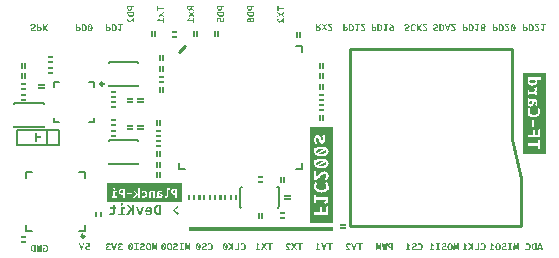
<source format=gbo>
G04*
G04 #@! TF.GenerationSoftware,Altium Limited,Altium Designer,22.2.1 (43)*
G04*
G04 Layer_Color=32896*
%FSLAX25Y25*%
%MOIN*%
G70*
G04*
G04 #@! TF.SameCoordinates,5BB0EFD5-3206-4E1C-A6FC-55E40B3CF44B*
G04*
G04*
G04 #@! TF.FilePolarity,Positive*
G04*
G01*
G75*
%ADD10C,0.01000*%
%ADD11C,0.00984*%
%ADD13C,0.00100*%
%ADD15C,0.00787*%
%ADD50C,0.00600*%
%ADD93C,0.00500*%
%ADD94R,0.47900X0.01300*%
G36*
X50650Y35100D02*
X49350D01*
X49350Y35450D01*
X50650D01*
X50650Y35100D01*
D02*
G37*
G36*
X64650Y33600D02*
X64300D01*
Y35400D01*
X64650D01*
Y33600D01*
D02*
G37*
G36*
X63700D02*
X63350D01*
Y35400D01*
X63700D01*
Y33600D01*
D02*
G37*
G36*
X57650D02*
X57300D01*
Y35400D01*
X57650D01*
Y33600D01*
D02*
G37*
G36*
X56700D02*
X56350D01*
Y35400D01*
X56700D01*
Y33600D01*
D02*
G37*
G36*
X43650D02*
X43300D01*
Y35400D01*
X43650D01*
Y33600D01*
D02*
G37*
G36*
X42700D02*
X42350D01*
Y35400D01*
X42700D01*
Y33600D01*
D02*
G37*
G36*
X50650Y33550D02*
X49350D01*
Y33900D01*
X50650D01*
Y33550D01*
D02*
G37*
G36*
X91750Y33300D02*
X91400D01*
Y35100D01*
X91750D01*
Y33300D01*
D02*
G37*
G36*
X90800D02*
X90450D01*
Y35100D01*
X90800D01*
Y33300D01*
D02*
G37*
G36*
X9150Y26600D02*
X7850D01*
Y26950D01*
X9150D01*
Y26600D01*
D02*
G37*
G36*
X46150Y25600D02*
X45800D01*
Y27400D01*
X46150D01*
Y25600D01*
D02*
G37*
G36*
X45200D02*
X44850D01*
Y27400D01*
X45200D01*
Y25600D01*
D02*
G37*
G36*
X9150Y25050D02*
X7850D01*
X7850Y25400D01*
X9150D01*
X9150Y25050D01*
D02*
G37*
G36*
X99650Y23100D02*
X99300D01*
Y24900D01*
X99650D01*
Y23100D01*
D02*
G37*
G36*
X98700D02*
X98350D01*
Y24900D01*
X98700D01*
Y23100D01*
D02*
G37*
G36*
X9150D02*
X7850D01*
Y23450D01*
X9150D01*
Y23100D01*
D02*
G37*
G36*
X150D02*
X-200D01*
Y24900D01*
X150D01*
Y23100D01*
D02*
G37*
G36*
X-800D02*
X-1150D01*
Y24900D01*
X-800D01*
Y23100D01*
D02*
G37*
G36*
X46150Y22100D02*
X45800D01*
Y23900D01*
X46150D01*
Y22100D01*
D02*
G37*
G36*
X45200D02*
X44850D01*
Y23900D01*
X45200D01*
Y22100D01*
D02*
G37*
G36*
X9150Y21550D02*
X7850D01*
X7850Y21900D01*
X9150D01*
X9150Y21550D01*
D02*
G37*
G36*
X46150Y20100D02*
X44850D01*
Y20450D01*
X46150D01*
Y20100D01*
D02*
G37*
G36*
X99650Y19600D02*
X99300D01*
Y21400D01*
X99650D01*
Y19600D01*
D02*
G37*
G36*
X98700D02*
X98350D01*
Y21400D01*
X98700D01*
Y19600D01*
D02*
G37*
G36*
X150D02*
X-200D01*
Y21400D01*
X150D01*
Y19600D01*
D02*
G37*
G36*
X-800D02*
X-1150D01*
Y21400D01*
X-800D01*
Y19600D01*
D02*
G37*
G36*
X46150Y18550D02*
X44850D01*
X44850Y18900D01*
X46150D01*
X46150Y18550D01*
D02*
G37*
G36*
X150Y17600D02*
X-1150D01*
Y17950D01*
X150D01*
Y17600D01*
D02*
G37*
G36*
X6400Y17300D02*
X4600D01*
Y17650D01*
X6400D01*
Y17300D01*
D02*
G37*
G36*
Y16350D02*
X4600D01*
Y16700D01*
X6400D01*
Y16350D01*
D02*
G37*
G36*
X99650Y16100D02*
X99300D01*
Y17900D01*
X99650D01*
Y16100D01*
D02*
G37*
G36*
X98700D02*
X98350D01*
Y17900D01*
X98700D01*
Y16100D01*
D02*
G37*
G36*
X150Y16050D02*
X-1150D01*
X-1150Y16400D01*
X150D01*
X150Y16050D01*
D02*
G37*
G36*
X46150Y15100D02*
X45800D01*
Y16900D01*
X46150D01*
Y15100D01*
D02*
G37*
G36*
X45200D02*
X44850D01*
Y16900D01*
X45200D01*
Y15100D01*
D02*
G37*
G36*
X30150D02*
X28850D01*
X28850Y15450D01*
X30150D01*
X30150Y15100D01*
D02*
G37*
G36*
X99650Y14100D02*
X98350D01*
Y14450D01*
X99650D01*
Y14100D01*
D02*
G37*
G36*
X150D02*
X-1150D01*
X-1150Y14450D01*
X150D01*
X150Y14100D01*
D02*
G37*
G36*
X30150Y13550D02*
X28850D01*
Y13900D01*
X30150D01*
Y13550D01*
D02*
G37*
G36*
X39400Y12800D02*
X37600D01*
Y13150D01*
X39400D01*
Y12800D01*
D02*
G37*
G36*
X35900D02*
X34100D01*
Y13150D01*
X35900D01*
Y12800D01*
D02*
G37*
G36*
X99650Y12550D02*
X98350D01*
X98350Y12900D01*
X99650D01*
X99650Y12550D01*
D02*
G37*
G36*
X150D02*
X-1150D01*
Y12900D01*
X150D01*
Y12550D01*
D02*
G37*
G36*
X39400Y11850D02*
X37600D01*
Y12200D01*
X39400D01*
Y11850D01*
D02*
G37*
G36*
X35900D02*
X34100D01*
Y12200D01*
X35900D01*
Y11850D01*
D02*
G37*
G36*
X30150Y11600D02*
X28850D01*
Y11950D01*
X30150D01*
Y11600D01*
D02*
G37*
G36*
X99650Y10600D02*
X98350D01*
X98350Y10950D01*
X99650D01*
X99650Y10600D01*
D02*
G37*
G36*
X30150Y10050D02*
X28850D01*
X28850Y10400D01*
X30150D01*
X30150Y10050D01*
D02*
G37*
G36*
X99650Y9050D02*
X98350D01*
Y9400D01*
X99650D01*
Y9050D01*
D02*
G37*
G36*
Y5600D02*
X99300D01*
Y7400D01*
X99650D01*
Y5600D01*
D02*
G37*
G36*
X98700D02*
X98350D01*
Y7400D01*
X98700D01*
Y5600D01*
D02*
G37*
G36*
X30150D02*
X28850D01*
Y5950D01*
X30150D01*
Y5600D01*
D02*
G37*
G36*
X45150Y4100D02*
X44800D01*
Y5900D01*
X45150D01*
Y4100D01*
D02*
G37*
G36*
X44200D02*
X43850D01*
Y5900D01*
X44200D01*
Y4100D01*
D02*
G37*
G36*
X30150Y4050D02*
X28850D01*
X28850Y4400D01*
X30150D01*
X30150Y4050D01*
D02*
G37*
G36*
X39400Y3800D02*
X37600D01*
Y4150D01*
X39400D01*
Y3800D01*
D02*
G37*
G36*
X35900D02*
X34100D01*
Y4150D01*
X35900D01*
Y3800D01*
D02*
G37*
G36*
X39400Y2850D02*
X37600D01*
Y3200D01*
X39400D01*
Y2850D01*
D02*
G37*
G36*
X35900D02*
X34100D01*
Y3200D01*
X35900D01*
Y2850D01*
D02*
G37*
G36*
X45150Y2100D02*
X43850D01*
Y2450D01*
X45150D01*
Y2100D01*
D02*
G37*
G36*
X30150D02*
X28850D01*
X28850Y2450D01*
X30150D01*
X30150Y2100D01*
D02*
G37*
G36*
X45150Y550D02*
X43850D01*
X43850Y900D01*
X45150D01*
X45150Y550D01*
D02*
G37*
G36*
X30150D02*
X28850D01*
Y900D01*
X30150D01*
Y550D01*
D02*
G37*
G36*
X45150Y-1400D02*
X43850D01*
Y-1050D01*
X45150D01*
Y-1400D01*
D02*
G37*
G36*
X4100Y350D02*
X5500D01*
Y-350D01*
X4100D01*
Y-1550D01*
X3500D01*
Y1550D01*
X4100D01*
Y350D01*
D02*
G37*
G36*
X45150Y-2950D02*
X43850D01*
X43850Y-2600D01*
X45150D01*
X45150Y-2950D01*
D02*
G37*
G36*
Y-6400D02*
X44800D01*
Y-4600D01*
X45150D01*
Y-6400D01*
D02*
G37*
G36*
X44200D02*
X43850D01*
Y-4600D01*
X44200D01*
Y-6400D01*
D02*
G37*
G36*
X45150Y-9900D02*
X44800D01*
Y-8100D01*
X45150D01*
Y-9900D01*
D02*
G37*
G36*
X44200D02*
X43850D01*
Y-8100D01*
X44200D01*
Y-9900D01*
D02*
G37*
G36*
X79150Y-13400D02*
X77850D01*
Y-13050D01*
X79150D01*
Y-13400D01*
D02*
G37*
G36*
X45150D02*
X44800D01*
Y-11600D01*
X45150D01*
Y-13400D01*
D02*
G37*
G36*
X44200D02*
X43850D01*
Y-11600D01*
X44200D01*
Y-13400D01*
D02*
G37*
G36*
X86650Y-14900D02*
X86300D01*
Y-13100D01*
X86650D01*
Y-14900D01*
D02*
G37*
G36*
X85700D02*
X85350D01*
Y-13100D01*
X85700D01*
Y-14900D01*
D02*
G37*
G36*
X79150Y-14950D02*
X77850D01*
X77850Y-14600D01*
X79150D01*
X79150Y-14950D01*
D02*
G37*
G36*
X88400Y-19700D02*
X86600D01*
Y-19350D01*
X88400D01*
Y-19700D01*
D02*
G37*
G36*
Y-20650D02*
X86600D01*
Y-20300D01*
X88400D01*
Y-20650D01*
D02*
G37*
G36*
X70450D02*
X70100D01*
Y-19350D01*
X70450D01*
Y-20650D01*
D02*
G37*
G36*
X68900Y-19350D02*
Y-20650D01*
X68550Y-20650D01*
Y-19350D01*
X68900Y-19350D01*
D02*
G37*
G36*
X66950Y-20650D02*
X66600D01*
Y-19350D01*
X66950D01*
Y-20650D01*
D02*
G37*
G36*
X65400Y-19350D02*
Y-20650D01*
X65050Y-20650D01*
Y-19350D01*
X65400Y-19350D01*
D02*
G37*
G36*
X63450Y-20650D02*
X63100D01*
Y-19350D01*
X63450D01*
Y-20650D01*
D02*
G37*
G36*
X61900Y-19350D02*
Y-20650D01*
X61550Y-20650D01*
Y-19350D01*
X61900Y-19350D01*
D02*
G37*
G36*
X59950Y-20650D02*
X59600D01*
Y-19350D01*
X59950D01*
Y-20650D01*
D02*
G37*
G36*
X58400Y-19350D02*
Y-20650D01*
X58050Y-20650D01*
Y-19350D01*
X58400Y-19350D01*
D02*
G37*
G36*
X56450Y-20650D02*
X56100D01*
Y-19350D01*
X56450D01*
Y-20650D01*
D02*
G37*
G36*
X54900Y-19350D02*
Y-20650D01*
X54550Y-20650D01*
Y-19350D01*
X54900Y-19350D01*
D02*
G37*
G36*
X86650Y-25400D02*
X85350D01*
X85350Y-25050D01*
X86650D01*
X86650Y-25400D01*
D02*
G37*
G36*
X25450Y-26150D02*
X25100D01*
Y-24850D01*
X25450D01*
Y-26150D01*
D02*
G37*
G36*
X23900Y-24850D02*
Y-26150D01*
X23550Y-26150D01*
Y-24850D01*
X23900Y-24850D01*
D02*
G37*
G36*
X79150Y-26900D02*
X78800D01*
Y-25100D01*
X79150D01*
Y-26900D01*
D02*
G37*
G36*
X78200D02*
X77850D01*
Y-25100D01*
X78200D01*
Y-26900D01*
D02*
G37*
G36*
X86650Y-26950D02*
X85350D01*
Y-26600D01*
X86650D01*
Y-26950D01*
D02*
G37*
G36*
X106900Y-29200D02*
X105100D01*
Y-28850D01*
X106900D01*
Y-29200D01*
D02*
G37*
G36*
Y-30150D02*
X105100D01*
Y-29800D01*
X106900D01*
Y-30150D01*
D02*
G37*
G36*
X150Y-33400D02*
X-1150D01*
Y-33050D01*
X150D01*
Y-33400D01*
D02*
G37*
G36*
Y-34950D02*
X-1150D01*
X-1150Y-34600D01*
X150D01*
X150Y-34950D01*
D02*
G37*
G36*
X56658Y43316D02*
X55733D01*
Y43124D01*
X56658Y42554D01*
Y42062D01*
X55667Y42702D01*
X55637Y42624D01*
X55604Y42554D01*
X55567Y42491D01*
X55530Y42436D01*
X55496Y42395D01*
X55467Y42362D01*
X55448Y42343D01*
X55441Y42336D01*
X55374Y42288D01*
X55304Y42251D01*
X55237Y42225D01*
X55171Y42206D01*
X55115Y42195D01*
X55089Y42191D01*
X55067D01*
X55049Y42188D01*
X55037D01*
X55030D01*
X55026D01*
X54963Y42191D01*
X54904Y42199D01*
X54852Y42210D01*
X54801Y42228D01*
X54753Y42247D01*
X54708Y42273D01*
X54631Y42332D01*
X54564Y42399D01*
X54508Y42476D01*
X54464Y42558D01*
X54427Y42643D01*
X54397Y42732D01*
X54379Y42813D01*
X54364Y42891D01*
X54353Y42957D01*
X54346Y43016D01*
Y43042D01*
X54342Y43061D01*
Y43760D01*
X56658D01*
Y43316D01*
D02*
G37*
G36*
Y41440D02*
X55955Y41037D01*
X56658Y40630D01*
Y40153D01*
X55704Y40771D01*
X54871Y40234D01*
Y40689D01*
X55478Y41022D01*
X54871Y41355D01*
Y41829D01*
X55718Y41278D01*
X56658Y41899D01*
Y41440D01*
D02*
G37*
G36*
X55086Y39594D02*
X54782Y39117D01*
X56310D01*
Y39668D01*
X56658D01*
Y38240D01*
X56310D01*
Y38688D01*
X54342D01*
Y39057D01*
X54790Y39772D01*
X55086Y39594D01*
D02*
G37*
G36*
X173741Y37332D02*
X173293D01*
Y35364D01*
X172923D01*
X172209Y35812D01*
X172387Y36108D01*
X172864Y35804D01*
Y37332D01*
X172312D01*
Y37680D01*
X173741D01*
Y37332D01*
D02*
G37*
G36*
X171665Y37325D02*
X170644D01*
X170710Y37273D01*
X170773Y37222D01*
X170833Y37173D01*
X170888Y37125D01*
X170940Y37081D01*
X170988Y37036D01*
X171029Y36996D01*
X171069Y36963D01*
X171103Y36929D01*
X171132Y36900D01*
X171158Y36874D01*
X171180Y36852D01*
X171195Y36833D01*
X171206Y36822D01*
X171214Y36814D01*
X171217Y36811D01*
X171291Y36726D01*
X171351Y36644D01*
X171402Y36574D01*
X171447Y36511D01*
X171476Y36459D01*
X171499Y36419D01*
X171506Y36404D01*
X171513Y36393D01*
X171517Y36389D01*
Y36385D01*
X171550Y36311D01*
X171572Y36241D01*
X171591Y36174D01*
X171602Y36112D01*
X171609Y36060D01*
X171613Y36023D01*
Y36004D01*
Y35993D01*
Y35989D01*
Y35986D01*
X171609Y35919D01*
X171598Y35856D01*
X171584Y35797D01*
X171569Y35749D01*
X171554Y35708D01*
X171539Y35675D01*
X171528Y35656D01*
X171524Y35649D01*
X171487Y35594D01*
X171447Y35549D01*
X171402Y35505D01*
X171362Y35471D01*
X171325Y35445D01*
X171295Y35423D01*
X171273Y35412D01*
X171269Y35408D01*
X171265D01*
X171199Y35379D01*
X171132Y35357D01*
X171066Y35342D01*
X171003Y35331D01*
X170947Y35323D01*
X170903Y35320D01*
X170866D01*
X170777Y35323D01*
X170696Y35335D01*
X170622Y35349D01*
X170559Y35364D01*
X170507Y35383D01*
X170470Y35397D01*
X170455Y35405D01*
X170444Y35408D01*
X170440Y35412D01*
X170437D01*
X170370Y35449D01*
X170311Y35494D01*
X170255Y35542D01*
X170207Y35590D01*
X170167Y35634D01*
X170137Y35667D01*
X170126Y35682D01*
X170118Y35693D01*
X170111Y35697D01*
Y35701D01*
X170385Y35912D01*
X170429Y35864D01*
X170470Y35827D01*
X170507Y35793D01*
X170540Y35767D01*
X170566Y35749D01*
X170585Y35738D01*
X170599Y35730D01*
X170603Y35727D01*
X170640Y35708D01*
X170681Y35697D01*
X170721Y35686D01*
X170758Y35682D01*
X170792Y35679D01*
X170818Y35675D01*
X170840D01*
X170895Y35679D01*
X170943Y35690D01*
X170984Y35704D01*
X171021Y35719D01*
X171047Y35734D01*
X171069Y35749D01*
X171080Y35760D01*
X171084Y35764D01*
X171114Y35801D01*
X171136Y35838D01*
X171151Y35878D01*
X171162Y35919D01*
X171169Y35952D01*
X171173Y35982D01*
Y36000D01*
Y36008D01*
X171169Y36067D01*
X171158Y36126D01*
X171147Y36182D01*
X171132Y36230D01*
X171114Y36271D01*
X171103Y36304D01*
X171091Y36322D01*
X171088Y36326D01*
Y36330D01*
X171051Y36389D01*
X171010Y36456D01*
X170962Y36518D01*
X170914Y36581D01*
X170870Y36633D01*
X170833Y36678D01*
X170818Y36692D01*
X170807Y36704D01*
X170803Y36711D01*
X170799Y36715D01*
X170758Y36759D01*
X170714Y36807D01*
X170610Y36911D01*
X170507Y37018D01*
X170403Y37122D01*
X170352Y37170D01*
X170307Y37214D01*
X170266Y37255D01*
X170229Y37288D01*
X170200Y37318D01*
X170178Y37340D01*
X170163Y37355D01*
X170159Y37358D01*
Y37680D01*
X171621D01*
X171665Y37325D01*
D02*
G37*
G36*
X168842Y37677D02*
X168923Y37669D01*
X169001Y37658D01*
X169075Y37640D01*
X169142Y37621D01*
X169208Y37599D01*
X169264Y37577D01*
X169319Y37551D01*
X169367Y37529D01*
X169408Y37506D01*
X169445Y37484D01*
X169475Y37466D01*
X169501Y37447D01*
X169515Y37436D01*
X169526Y37429D01*
X169530Y37425D01*
X169586Y37373D01*
X169634Y37310D01*
X169674Y37244D01*
X169711Y37173D01*
X169741Y37096D01*
X169767Y37022D01*
X169785Y36944D01*
X169804Y36870D01*
X169815Y36796D01*
X169826Y36729D01*
X169830Y36667D01*
X169837Y36615D01*
Y36570D01*
X169841Y36537D01*
Y36515D01*
Y36507D01*
X169837Y36389D01*
X169826Y36282D01*
X169811Y36182D01*
X169793Y36093D01*
X169771Y36012D01*
X169741Y35938D01*
X169715Y35871D01*
X169685Y35816D01*
X169656Y35767D01*
X169630Y35723D01*
X169604Y35690D01*
X169578Y35660D01*
X169560Y35638D01*
X169545Y35623D01*
X169534Y35616D01*
X169530Y35612D01*
X169471Y35568D01*
X169408Y35531D01*
X169341Y35497D01*
X169275Y35468D01*
X169208Y35445D01*
X169142Y35423D01*
X169012Y35394D01*
X168953Y35386D01*
X168897Y35379D01*
X168849Y35372D01*
X168805Y35368D01*
X168772Y35364D01*
X168172D01*
Y37680D01*
X168757D01*
X168842Y37677D01*
D02*
G37*
G36*
X166696Y36877D02*
X166936D01*
X167014Y36874D01*
X167084Y36870D01*
X167155Y36859D01*
X167218Y36848D01*
X167277Y36833D01*
X167332Y36818D01*
X167380Y36800D01*
X167425Y36781D01*
X167465Y36766D01*
X167502Y36748D01*
X167532Y36733D01*
X167558Y36718D01*
X167577Y36707D01*
X167591Y36696D01*
X167599Y36692D01*
X167602Y36689D01*
X167647Y36652D01*
X167684Y36611D01*
X167717Y36563D01*
X167747Y36518D01*
X167769Y36470D01*
X167791Y36422D01*
X167821Y36326D01*
X167828Y36282D01*
X167835Y36241D01*
X167843Y36200D01*
X167847Y36167D01*
X167850Y36141D01*
Y36123D01*
Y36108D01*
Y36104D01*
X167847Y36037D01*
X167839Y35975D01*
X167828Y35915D01*
X167813Y35864D01*
X167791Y35816D01*
X167773Y35767D01*
X167750Y35727D01*
X167728Y35690D01*
X167702Y35660D01*
X167680Y35631D01*
X167662Y35608D01*
X167643Y35586D01*
X167625Y35571D01*
X167613Y35560D01*
X167606Y35557D01*
X167602Y35553D01*
X167554Y35519D01*
X167502Y35490D01*
X167447Y35464D01*
X167392Y35442D01*
X167277Y35408D01*
X167166Y35386D01*
X167114Y35379D01*
X167066Y35375D01*
X167022Y35372D01*
X166984Y35368D01*
X166955Y35364D01*
X166252D01*
Y37680D01*
X166696D01*
Y36877D01*
D02*
G37*
G36*
X129876Y37697D02*
X129954Y37690D01*
X130028Y37675D01*
X130099Y37656D01*
X130165Y37634D01*
X130224Y37608D01*
X130283Y37582D01*
X130332Y37553D01*
X130380Y37527D01*
X130420Y37501D01*
X130454Y37475D01*
X130483Y37453D01*
X130506Y37434D01*
X130520Y37419D01*
X130531Y37412D01*
X130535Y37408D01*
X130324Y37138D01*
X130276Y37172D01*
X130228Y37205D01*
X130187Y37227D01*
X130150Y37249D01*
X130117Y37264D01*
X130095Y37279D01*
X130080Y37282D01*
X130076Y37286D01*
X130032Y37301D01*
X129988Y37312D01*
X129943Y37323D01*
X129902Y37327D01*
X129866Y37331D01*
X129836Y37334D01*
X129810D01*
X129762Y37331D01*
X129714Y37327D01*
X129632Y37305D01*
X129558Y37271D01*
X129496Y37234D01*
X129447Y37197D01*
X129410Y37164D01*
X129388Y37142D01*
X129384Y37138D01*
X129381Y37135D01*
X129351Y37094D01*
X129329Y37049D01*
X129288Y36950D01*
X129259Y36846D01*
X129240Y36742D01*
X129233Y36691D01*
X129225Y36646D01*
X129222Y36605D01*
Y36568D01*
X129218Y36539D01*
Y36517D01*
Y36502D01*
Y36498D01*
X129222Y36417D01*
X129225Y36343D01*
X129233Y36276D01*
X129244Y36213D01*
X129255Y36154D01*
X129270Y36102D01*
X129285Y36054D01*
X129299Y36013D01*
X129314Y35976D01*
X129329Y35943D01*
X129344Y35917D01*
X129355Y35895D01*
X129366Y35880D01*
X129373Y35869D01*
X129381Y35862D01*
Y35858D01*
X129414Y35821D01*
X129447Y35791D01*
X129481Y35765D01*
X129518Y35743D01*
X129588Y35706D01*
X129655Y35684D01*
X129718Y35669D01*
X129740Y35666D01*
X129762Y35662D01*
X129780Y35658D01*
X129851D01*
X129899Y35666D01*
X129984Y35684D01*
X130065Y35710D01*
X130136Y35740D01*
X130195Y35773D01*
X130217Y35788D01*
X130239Y35799D01*
X130254Y35810D01*
X130265Y35817D01*
X130272Y35821D01*
X130276Y35825D01*
X130502Y35555D01*
X130443Y35506D01*
X130383Y35466D01*
X130332Y35429D01*
X130280Y35403D01*
X130239Y35384D01*
X130210Y35370D01*
X130187Y35362D01*
X130184Y35359D01*
X130180D01*
X130117Y35340D01*
X130051Y35325D01*
X129984Y35314D01*
X129925Y35307D01*
X129873Y35303D01*
X129828Y35299D01*
X129791D01*
X129688Y35307D01*
X129588Y35322D01*
X129499Y35344D01*
X129421Y35370D01*
X129388Y35384D01*
X129355Y35399D01*
X129329Y35410D01*
X129307Y35421D01*
X129288Y35429D01*
X129277Y35436D01*
X129270Y35444D01*
X129266D01*
X129181Y35503D01*
X129107Y35566D01*
X129044Y35636D01*
X128992Y35703D01*
X128948Y35762D01*
X128933Y35788D01*
X128918Y35810D01*
X128907Y35828D01*
X128900Y35843D01*
X128892Y35851D01*
Y35854D01*
X128848Y35958D01*
X128815Y36069D01*
X128789Y36176D01*
X128774Y36276D01*
X128767Y36324D01*
X128763Y36365D01*
X128759Y36402D01*
Y36435D01*
X128755Y36461D01*
Y36480D01*
Y36494D01*
Y36498D01*
X128763Y36635D01*
X128778Y36761D01*
X128785Y36820D01*
X128796Y36872D01*
X128811Y36924D01*
X128822Y36968D01*
X128833Y37009D01*
X128848Y37046D01*
X128859Y37079D01*
X128867Y37105D01*
X128877Y37123D01*
X128881Y37142D01*
X128889Y37149D01*
Y37153D01*
X128944Y37249D01*
X129003Y37331D01*
X129063Y37401D01*
X129125Y37460D01*
X129177Y37505D01*
X129218Y37538D01*
X129236Y37549D01*
X129248Y37556D01*
X129255Y37564D01*
X129259D01*
X129351Y37608D01*
X129444Y37641D01*
X129532Y37667D01*
X129618Y37682D01*
X129655Y37690D01*
X129688Y37693D01*
X129718Y37697D01*
X129743D01*
X129766Y37701D01*
X129795D01*
X129876Y37697D01*
D02*
G37*
G36*
X131749Y36402D02*
X132537Y35344D01*
X132067D01*
X131323Y36354D01*
Y35344D01*
X130876D01*
Y37660D01*
X131323D01*
Y36502D01*
X131272Y36424D01*
X131323Y36354D01*
Y36502D01*
X132093Y37660D01*
X132600D01*
X131749Y36402D01*
D02*
G37*
G36*
X134313Y37305D02*
X133292D01*
X133358Y37253D01*
X133421Y37201D01*
X133480Y37153D01*
X133536Y37105D01*
X133588Y37060D01*
X133636Y37016D01*
X133676Y36975D01*
X133717Y36942D01*
X133750Y36909D01*
X133780Y36879D01*
X133806Y36853D01*
X133828Y36831D01*
X133843Y36813D01*
X133854Y36801D01*
X133861Y36794D01*
X133865Y36790D01*
X133939Y36705D01*
X133998Y36624D01*
X134050Y36554D01*
X134095Y36491D01*
X134124Y36439D01*
X134146Y36398D01*
X134154Y36383D01*
X134161Y36372D01*
X134165Y36369D01*
Y36365D01*
X134198Y36291D01*
X134220Y36221D01*
X134239Y36154D01*
X134250Y36091D01*
X134257Y36039D01*
X134261Y36002D01*
Y35984D01*
Y35973D01*
Y35969D01*
Y35965D01*
X134257Y35899D01*
X134246Y35836D01*
X134231Y35777D01*
X134217Y35728D01*
X134202Y35688D01*
X134187Y35655D01*
X134176Y35636D01*
X134172Y35629D01*
X134135Y35573D01*
X134095Y35529D01*
X134050Y35484D01*
X134009Y35451D01*
X133973Y35425D01*
X133943Y35403D01*
X133921Y35392D01*
X133917Y35388D01*
X133913D01*
X133847Y35359D01*
X133780Y35336D01*
X133713Y35322D01*
X133651Y35310D01*
X133595Y35303D01*
X133551Y35299D01*
X133514D01*
X133425Y35303D01*
X133344Y35314D01*
X133270Y35329D01*
X133206Y35344D01*
X133155Y35362D01*
X133118Y35377D01*
X133103Y35384D01*
X133092Y35388D01*
X133088Y35392D01*
X133084D01*
X133018Y35429D01*
X132959Y35473D01*
X132903Y35521D01*
X132855Y35569D01*
X132814Y35614D01*
X132785Y35647D01*
X132774Y35662D01*
X132766Y35673D01*
X132759Y35677D01*
Y35680D01*
X133033Y35891D01*
X133077Y35843D01*
X133118Y35806D01*
X133155Y35773D01*
X133188Y35747D01*
X133214Y35728D01*
X133232Y35717D01*
X133247Y35710D01*
X133251Y35706D01*
X133288Y35688D01*
X133329Y35677D01*
X133369Y35666D01*
X133406Y35662D01*
X133440Y35658D01*
X133466Y35655D01*
X133488D01*
X133543Y35658D01*
X133591Y35669D01*
X133632Y35684D01*
X133669Y35699D01*
X133695Y35714D01*
X133717Y35728D01*
X133728Y35740D01*
X133732Y35743D01*
X133762Y35780D01*
X133784Y35817D01*
X133799Y35858D01*
X133810Y35899D01*
X133817Y35932D01*
X133821Y35962D01*
Y35980D01*
Y35987D01*
X133817Y36047D01*
X133806Y36106D01*
X133795Y36161D01*
X133780Y36209D01*
X133762Y36250D01*
X133750Y36283D01*
X133739Y36302D01*
X133736Y36306D01*
Y36309D01*
X133699Y36369D01*
X133658Y36435D01*
X133610Y36498D01*
X133562Y36561D01*
X133517Y36613D01*
X133480Y36657D01*
X133466Y36672D01*
X133454Y36683D01*
X133451Y36691D01*
X133447Y36694D01*
X133406Y36739D01*
X133362Y36787D01*
X133258Y36890D01*
X133155Y36998D01*
X133051Y37101D01*
X132999Y37149D01*
X132955Y37194D01*
X132914Y37234D01*
X132877Y37268D01*
X132848Y37297D01*
X132826Y37319D01*
X132811Y37334D01*
X132807Y37338D01*
Y37660D01*
X134268D01*
X134313Y37305D01*
D02*
G37*
G36*
X127649Y37697D02*
X127738Y37686D01*
X127819Y37675D01*
X127890Y37656D01*
X127949Y37641D01*
X127971Y37634D01*
X127990Y37630D01*
X128004Y37623D01*
X128019Y37619D01*
X128023Y37615D01*
X128026D01*
X128097Y37578D01*
X128160Y37538D01*
X128215Y37497D01*
X128260Y37456D01*
X128293Y37423D01*
X128319Y37394D01*
X128334Y37375D01*
X128337Y37368D01*
X128374Y37305D01*
X128400Y37238D01*
X128419Y37175D01*
X128430Y37116D01*
X128441Y37068D01*
X128445Y37027D01*
Y37012D01*
Y37001D01*
Y36994D01*
Y36990D01*
X128441Y36935D01*
X128437Y36883D01*
X128415Y36790D01*
X128389Y36709D01*
X128356Y36646D01*
X128323Y36594D01*
X128293Y36557D01*
X128271Y36535D01*
X128267Y36528D01*
X128263D01*
X128189Y36468D01*
X128108Y36417D01*
X128023Y36372D01*
X127942Y36335D01*
X127867Y36306D01*
X127834Y36295D01*
X127808Y36283D01*
X127786Y36276D01*
X127768Y36269D01*
X127756Y36265D01*
X127753D01*
X127682Y36243D01*
X127620Y36221D01*
X127564Y36202D01*
X127520Y36187D01*
X127486Y36173D01*
X127460Y36161D01*
X127446Y36158D01*
X127442Y36154D01*
X127405Y36136D01*
X127372Y36117D01*
X127346Y36099D01*
X127327Y36084D01*
X127309Y36069D01*
X127298Y36061D01*
X127294Y36054D01*
X127290Y36050D01*
X127276Y36028D01*
X127268Y36006D01*
X127253Y35962D01*
Y35943D01*
X127250Y35928D01*
Y35921D01*
Y35917D01*
X127253Y35873D01*
X127264Y35836D01*
X127283Y35803D01*
X127301Y35777D01*
X127316Y35754D01*
X127335Y35740D01*
X127346Y35732D01*
X127349Y35728D01*
X127390Y35706D01*
X127435Y35688D01*
X127483Y35677D01*
X127527Y35666D01*
X127564Y35662D01*
X127594Y35658D01*
X127623D01*
X127679Y35662D01*
X127731Y35666D01*
X127830Y35688D01*
X127919Y35721D01*
X128001Y35758D01*
X128034Y35777D01*
X128067Y35795D01*
X128093Y35810D01*
X128115Y35828D01*
X128134Y35840D01*
X128149Y35851D01*
X128156Y35854D01*
X128160Y35858D01*
X128389Y35599D01*
X128326Y35547D01*
X128263Y35499D01*
X128197Y35458D01*
X128130Y35425D01*
X128067Y35396D01*
X128001Y35373D01*
X127938Y35351D01*
X127875Y35336D01*
X127819Y35325D01*
X127768Y35314D01*
X127719Y35307D01*
X127679Y35303D01*
X127646D01*
X127623Y35299D01*
X127601D01*
X127516Y35303D01*
X127438Y35310D01*
X127368Y35325D01*
X127309Y35340D01*
X127257Y35355D01*
X127220Y35370D01*
X127205Y35373D01*
X127194Y35377D01*
X127190Y35381D01*
X127187D01*
X127124Y35414D01*
X127065Y35447D01*
X127016Y35484D01*
X126976Y35521D01*
X126943Y35555D01*
X126917Y35581D01*
X126902Y35599D01*
X126898Y35606D01*
X126865Y35662D01*
X126839Y35717D01*
X126820Y35777D01*
X126809Y35828D01*
X126802Y35873D01*
X126795Y35906D01*
Y35921D01*
Y35932D01*
Y35936D01*
Y35939D01*
X126798Y35987D01*
X126802Y36036D01*
X126824Y36117D01*
X126854Y36191D01*
X126887Y36254D01*
X126920Y36302D01*
X126950Y36339D01*
X126972Y36361D01*
X126976Y36365D01*
X126979Y36369D01*
X127016Y36398D01*
X127057Y36424D01*
X127146Y36480D01*
X127238Y36524D01*
X127331Y36565D01*
X127375Y36583D01*
X127416Y36598D01*
X127453Y36609D01*
X127483Y36620D01*
X127508Y36631D01*
X127531Y36639D01*
X127542Y36642D01*
X127546D01*
X127608Y36661D01*
X127664Y36679D01*
X127712Y36698D01*
X127749Y36713D01*
X127782Y36727D01*
X127801Y36739D01*
X127816Y36742D01*
X127819Y36746D01*
X127853Y36764D01*
X127878Y36787D01*
X127901Y36805D01*
X127916Y36824D01*
X127930Y36838D01*
X127938Y36850D01*
X127945Y36857D01*
Y36861D01*
X127967Y36909D01*
X127978Y36957D01*
X127982Y36979D01*
Y36998D01*
Y37009D01*
Y37012D01*
X127978Y37068D01*
X127964Y37120D01*
X127945Y37160D01*
X127923Y37197D01*
X127897Y37223D01*
X127878Y37246D01*
X127864Y37257D01*
X127860Y37260D01*
X127812Y37290D01*
X127760Y37308D01*
X127708Y37323D01*
X127660Y37334D01*
X127616Y37342D01*
X127583Y37345D01*
X127549D01*
X127483Y37342D01*
X127424Y37334D01*
X127360Y37323D01*
X127305Y37308D01*
X127198Y37268D01*
X127150Y37249D01*
X127105Y37223D01*
X127068Y37201D01*
X127031Y37183D01*
X127002Y37160D01*
X126976Y37142D01*
X126953Y37127D01*
X126939Y37116D01*
X126931Y37109D01*
X126928Y37105D01*
X126687Y37375D01*
X126750Y37431D01*
X126817Y37482D01*
X126887Y37527D01*
X126961Y37564D01*
X127031Y37593D01*
X127102Y37619D01*
X127172Y37641D01*
X127242Y37660D01*
X127305Y37675D01*
X127364Y37682D01*
X127416Y37690D01*
X127460Y37697D01*
X127497D01*
X127527Y37701D01*
X127549D01*
X127649Y37697D01*
D02*
G37*
G36*
X76660Y43314D02*
X75857D01*
Y43074D01*
X75853Y42996D01*
X75850Y42926D01*
X75839Y42856D01*
X75827Y42793D01*
X75813Y42733D01*
X75798Y42678D01*
X75779Y42630D01*
X75761Y42585D01*
X75746Y42545D01*
X75727Y42508D01*
X75713Y42478D01*
X75698Y42452D01*
X75687Y42434D01*
X75676Y42419D01*
X75672Y42412D01*
X75668Y42408D01*
X75631Y42364D01*
X75591Y42326D01*
X75543Y42293D01*
X75498Y42263D01*
X75450Y42241D01*
X75402Y42219D01*
X75306Y42190D01*
X75261Y42182D01*
X75221Y42175D01*
X75180Y42167D01*
X75147Y42164D01*
X75121Y42160D01*
X75102D01*
X75087D01*
X75084D01*
X75017Y42164D01*
X74954Y42171D01*
X74895Y42182D01*
X74843Y42197D01*
X74795Y42219D01*
X74747Y42238D01*
X74706Y42260D01*
X74669Y42282D01*
X74640Y42308D01*
X74610Y42330D01*
X74588Y42349D01*
X74566Y42367D01*
X74551Y42386D01*
X74540Y42397D01*
X74536Y42404D01*
X74532Y42408D01*
X74499Y42456D01*
X74470Y42508D01*
X74444Y42563D01*
X74422Y42619D01*
X74388Y42733D01*
X74366Y42845D01*
X74359Y42896D01*
X74355Y42944D01*
X74351Y42989D01*
X74348Y43026D01*
X74344Y43055D01*
Y43758D01*
X76660D01*
Y43314D01*
D02*
G37*
G36*
Y41253D02*
X76656Y41168D01*
X76649Y41087D01*
X76638Y41009D01*
X76619Y40935D01*
X76601Y40869D01*
X76578Y40802D01*
X76556Y40747D01*
X76530Y40691D01*
X76508Y40643D01*
X76486Y40602D01*
X76464Y40565D01*
X76445Y40536D01*
X76427Y40510D01*
X76416Y40495D01*
X76408Y40484D01*
X76405Y40480D01*
X76353Y40425D01*
X76290Y40376D01*
X76223Y40336D01*
X76153Y40299D01*
X76075Y40269D01*
X76001Y40243D01*
X75924Y40225D01*
X75850Y40206D01*
X75776Y40195D01*
X75709Y40184D01*
X75646Y40181D01*
X75594Y40173D01*
X75550D01*
X75517Y40169D01*
X75494D01*
X75487D01*
X75369Y40173D01*
X75261Y40184D01*
X75161Y40199D01*
X75073Y40218D01*
X74991Y40240D01*
X74917Y40269D01*
X74851Y40295D01*
X74795Y40325D01*
X74747Y40354D01*
X74703Y40380D01*
X74669Y40406D01*
X74640Y40432D01*
X74618Y40451D01*
X74603Y40465D01*
X74595Y40476D01*
X74592Y40480D01*
X74547Y40539D01*
X74510Y40602D01*
X74477Y40669D01*
X74447Y40735D01*
X74425Y40802D01*
X74403Y40869D01*
X74373Y40998D01*
X74366Y41057D01*
X74359Y41113D01*
X74351Y41161D01*
X74348Y41205D01*
X74344Y41239D01*
Y41838D01*
X76660D01*
Y41253D01*
D02*
G37*
G36*
X75676Y39840D02*
X75765Y39836D01*
X75846Y39825D01*
X75927Y39814D01*
X75998Y39799D01*
X76068Y39781D01*
X76127Y39762D01*
X76183Y39744D01*
X76235Y39729D01*
X76279Y39711D01*
X76316Y39692D01*
X76345Y39677D01*
X76368Y39666D01*
X76386Y39655D01*
X76397Y39651D01*
X76401Y39648D01*
X76453Y39607D01*
X76501Y39566D01*
X76542Y39518D01*
X76575Y39470D01*
X76604Y39418D01*
X76627Y39366D01*
X76649Y39315D01*
X76664Y39267D01*
X76675Y39219D01*
X76686Y39174D01*
X76689Y39133D01*
X76697Y39100D01*
Y39070D01*
X76701Y39048D01*
Y39030D01*
X76697Y38948D01*
X76686Y38871D01*
X76667Y38804D01*
X76649Y38745D01*
X76634Y38697D01*
X76616Y38660D01*
X76608Y38649D01*
X76604Y38638D01*
X76601Y38634D01*
Y38630D01*
X76556Y38567D01*
X76512Y38512D01*
X76460Y38464D01*
X76412Y38423D01*
X76371Y38393D01*
X76338Y38371D01*
X76312Y38356D01*
X76309Y38353D01*
X76305D01*
X76231Y38319D01*
X76157Y38293D01*
X76083Y38275D01*
X76012Y38260D01*
X75957Y38253D01*
X75931D01*
X75909Y38249D01*
X75890D01*
X75879D01*
X75872D01*
X75868D01*
X75783Y38253D01*
X75705Y38264D01*
X75635Y38279D01*
X75576Y38293D01*
X75528Y38308D01*
X75491Y38323D01*
X75469Y38334D01*
X75465Y38338D01*
X75461D01*
X75398Y38375D01*
X75346Y38412D01*
X75302Y38453D01*
X75265Y38490D01*
X75239Y38526D01*
X75217Y38552D01*
X75206Y38571D01*
X75202Y38578D01*
X75173Y38638D01*
X75154Y38697D01*
X75139Y38752D01*
X75128Y38804D01*
X75121Y38852D01*
X75117Y38885D01*
Y38919D01*
X75121Y38978D01*
X75128Y39033D01*
X75139Y39085D01*
X75158Y39133D01*
X75176Y39178D01*
X75199Y39219D01*
X75221Y39252D01*
X75243Y39285D01*
X75269Y39311D01*
X75291Y39337D01*
X75313Y39359D01*
X75332Y39374D01*
X75350Y39389D01*
X75361Y39396D01*
X75369Y39400D01*
X75372Y39403D01*
X75258Y39392D01*
X75150Y39378D01*
X75062Y39355D01*
X75021Y39341D01*
X74984Y39329D01*
X74954Y39315D01*
X74925Y39304D01*
X74899Y39292D01*
X74880Y39281D01*
X74865Y39274D01*
X74854Y39267D01*
X74847Y39263D01*
X74843D01*
X74806Y39237D01*
X74777Y39211D01*
X74747Y39182D01*
X74725Y39152D01*
X74688Y39096D01*
X74666Y39041D01*
X74651Y38993D01*
X74643Y38952D01*
X74640Y38937D01*
Y38919D01*
X74643Y38860D01*
X74655Y38800D01*
X74669Y38745D01*
X74688Y38693D01*
X74706Y38649D01*
X74721Y38615D01*
X74732Y38593D01*
X74736Y38589D01*
Y38586D01*
X74458Y38423D01*
X74429Y38467D01*
X74407Y38512D01*
X74366Y38597D01*
X74336Y38682D01*
X74318Y38756D01*
X74307Y38823D01*
X74303Y38849D01*
Y38874D01*
X74299Y38893D01*
Y38971D01*
X74307Y39022D01*
X74325Y39118D01*
X74351Y39204D01*
X74381Y39278D01*
X74396Y39307D01*
X74410Y39337D01*
X74425Y39359D01*
X74436Y39381D01*
X74447Y39396D01*
X74455Y39407D01*
X74458Y39415D01*
X74462Y39418D01*
X74529Y39492D01*
X74599Y39555D01*
X74673Y39611D01*
X74747Y39655D01*
X74810Y39692D01*
X74840Y39707D01*
X74862Y39718D01*
X74880Y39725D01*
X74899Y39733D01*
X74906Y39737D01*
X74910D01*
X75021Y39773D01*
X75136Y39799D01*
X75250Y39818D01*
X75354Y39829D01*
X75402Y39836D01*
X75443D01*
X75483Y39840D01*
X75517Y39844D01*
X75543D01*
X75561D01*
X75576D01*
X75580D01*
X75676Y39840D01*
D02*
G37*
G36*
X44712Y43168D02*
X46658D01*
Y42720D01*
X44712D01*
Y42077D01*
X44342Y42032D01*
Y43845D01*
X44712D01*
Y43168D01*
D02*
G37*
G36*
X46658Y41355D02*
X45955Y40952D01*
X46658Y40545D01*
Y40068D01*
X45704Y40685D01*
X44871Y40149D01*
Y40604D01*
X45478Y40937D01*
X44871Y41270D01*
Y41744D01*
X45718Y41192D01*
X46658Y41814D01*
Y41355D01*
D02*
G37*
G36*
X45086Y39509D02*
X44782Y39032D01*
X46310D01*
Y39583D01*
X46658D01*
Y38155D01*
X46310D01*
Y38602D01*
X44342D01*
Y38972D01*
X44790Y39687D01*
X45086Y39509D01*
D02*
G37*
G36*
X5782Y-38160D02*
X5379D01*
Y-37106D01*
X5383Y-36965D01*
X5387Y-36821D01*
X5394Y-36676D01*
X5401Y-36606D01*
X5405Y-36539D01*
X5409Y-36480D01*
X5416Y-36421D01*
X5420Y-36373D01*
X5424Y-36328D01*
X5427Y-36291D01*
Y-36266D01*
X5431Y-36251D01*
Y-36243D01*
X4769Y-38160D01*
X4217D01*
Y-35844D01*
X4621D01*
Y-36898D01*
Y-36994D01*
X4617Y-37083D01*
Y-37161D01*
X4613Y-37231D01*
X4610Y-37287D01*
Y-37309D01*
Y-37327D01*
X4606Y-37346D01*
Y-37357D01*
Y-37361D01*
Y-37364D01*
X4599Y-37438D01*
X4595Y-37509D01*
X4587Y-37575D01*
X4580Y-37635D01*
X4576Y-37686D01*
X4573Y-37727D01*
Y-37742D01*
X4569Y-37753D01*
Y-37757D01*
Y-37760D01*
X5231Y-35844D01*
X5782D01*
Y-38160D01*
D02*
G37*
G36*
X6981Y-35807D02*
X7078Y-35822D01*
X7163Y-35844D01*
X7240Y-35870D01*
X7274Y-35884D01*
X7303Y-35895D01*
X7329Y-35907D01*
X7351Y-35918D01*
X7370Y-35925D01*
X7381Y-35932D01*
X7388Y-35940D01*
X7392D01*
X7473Y-35995D01*
X7547Y-36062D01*
X7610Y-36129D01*
X7666Y-36195D01*
X7707Y-36255D01*
X7721Y-36280D01*
X7736Y-36303D01*
X7747Y-36321D01*
X7755Y-36336D01*
X7762Y-36343D01*
Y-36347D01*
X7806Y-36450D01*
X7840Y-36562D01*
X7862Y-36673D01*
X7877Y-36772D01*
X7884Y-36821D01*
X7888Y-36865D01*
X7891Y-36902D01*
Y-36935D01*
X7895Y-36961D01*
Y-36980D01*
Y-36994D01*
Y-36998D01*
X7891Y-37106D01*
X7884Y-37205D01*
X7873Y-37298D01*
X7855Y-37387D01*
X7836Y-37468D01*
X7818Y-37538D01*
X7795Y-37605D01*
X7769Y-37668D01*
X7747Y-37720D01*
X7725Y-37764D01*
X7707Y-37805D01*
X7684Y-37838D01*
X7670Y-37860D01*
X7659Y-37879D01*
X7651Y-37890D01*
X7647Y-37894D01*
X7599Y-37949D01*
X7544Y-37993D01*
X7488Y-38034D01*
X7433Y-38071D01*
X7374Y-38101D01*
X7314Y-38127D01*
X7255Y-38145D01*
X7200Y-38164D01*
X7148Y-38175D01*
X7100Y-38186D01*
X7055Y-38190D01*
X7018Y-38197D01*
X6989D01*
X6963Y-38201D01*
X6944D01*
X6859Y-38197D01*
X6782Y-38193D01*
X6711Y-38186D01*
X6652Y-38175D01*
X6600Y-38164D01*
X6563Y-38156D01*
X6548Y-38153D01*
X6537D01*
X6534Y-38149D01*
X6530D01*
X6460Y-38127D01*
X6393Y-38101D01*
X6330Y-38071D01*
X6271Y-38045D01*
X6223Y-38023D01*
X6186Y-38005D01*
X6171Y-37997D01*
X6160Y-37990D01*
X6156Y-37986D01*
X6153D01*
Y-36843D01*
X7011D01*
X6966Y-37194D01*
X6589D01*
Y-37768D01*
X6645Y-37794D01*
X6700Y-37816D01*
X6756Y-37831D01*
X6808Y-37838D01*
X6855Y-37845D01*
X6893Y-37849D01*
X6926D01*
X6970Y-37845D01*
X7015Y-37842D01*
X7092Y-37819D01*
X7159Y-37786D01*
X7211Y-37749D01*
X7255Y-37716D01*
X7285Y-37683D01*
X7300Y-37660D01*
X7307Y-37657D01*
Y-37653D01*
X7329Y-37612D01*
X7348Y-37568D01*
X7366Y-37520D01*
X7381Y-37468D01*
X7403Y-37361D01*
X7418Y-37253D01*
X7422Y-37202D01*
X7425Y-37154D01*
X7429Y-37109D01*
Y-37072D01*
X7433Y-37042D01*
Y-37017D01*
Y-37002D01*
Y-36998D01*
X7429Y-36917D01*
X7425Y-36843D01*
X7418Y-36776D01*
X7407Y-36713D01*
X7396Y-36654D01*
X7381Y-36602D01*
X7366Y-36554D01*
X7351Y-36514D01*
X7337Y-36476D01*
X7325Y-36443D01*
X7311Y-36417D01*
X7300Y-36395D01*
X7288Y-36380D01*
X7281Y-36369D01*
X7274Y-36362D01*
Y-36358D01*
X7244Y-36321D01*
X7211Y-36291D01*
X7177Y-36266D01*
X7144Y-36243D01*
X7074Y-36206D01*
X7011Y-36184D01*
X6952Y-36169D01*
X6930Y-36166D01*
X6907Y-36162D01*
X6889Y-36158D01*
X6822D01*
X6782Y-36166D01*
X6741Y-36173D01*
X6711Y-36180D01*
X6682Y-36188D01*
X6663Y-36195D01*
X6648Y-36199D01*
X6645Y-36203D01*
X6604Y-36221D01*
X6567Y-36243D01*
X6526Y-36266D01*
X6493Y-36288D01*
X6463Y-36310D01*
X6441Y-36328D01*
X6423Y-36340D01*
X6419Y-36343D01*
X6175Y-36092D01*
X6234Y-36036D01*
X6289Y-35988D01*
X6345Y-35951D01*
X6393Y-35918D01*
X6434Y-35895D01*
X6463Y-35877D01*
X6486Y-35870D01*
X6489Y-35866D01*
X6493D01*
X6556Y-35844D01*
X6619Y-35829D01*
X6685Y-35814D01*
X6745Y-35807D01*
X6796Y-35803D01*
X6841Y-35799D01*
X6878D01*
X6981Y-35807D01*
D02*
G37*
G36*
X3781Y-38160D02*
X3196D01*
X3111Y-38156D01*
X3030Y-38149D01*
X2952Y-38138D01*
X2878Y-38119D01*
X2811Y-38101D01*
X2745Y-38079D01*
X2689Y-38056D01*
X2634Y-38030D01*
X2586Y-38008D01*
X2545Y-37986D01*
X2508Y-37964D01*
X2479Y-37945D01*
X2453Y-37927D01*
X2438Y-37916D01*
X2427Y-37908D01*
X2423Y-37905D01*
X2367Y-37853D01*
X2319Y-37790D01*
X2279Y-37723D01*
X2242Y-37653D01*
X2212Y-37575D01*
X2186Y-37501D01*
X2168Y-37424D01*
X2149Y-37350D01*
X2138Y-37276D01*
X2127Y-37209D01*
X2123Y-37146D01*
X2116Y-37094D01*
Y-37050D01*
X2112Y-37017D01*
Y-36994D01*
Y-36987D01*
X2116Y-36869D01*
X2127Y-36761D01*
X2142Y-36661D01*
X2160Y-36573D01*
X2183Y-36491D01*
X2212Y-36417D01*
X2238Y-36351D01*
X2268Y-36295D01*
X2297Y-36247D01*
X2323Y-36203D01*
X2349Y-36169D01*
X2375Y-36140D01*
X2393Y-36118D01*
X2408Y-36103D01*
X2419Y-36095D01*
X2423Y-36092D01*
X2482Y-36047D01*
X2545Y-36010D01*
X2612Y-35977D01*
X2678Y-35947D01*
X2745Y-35925D01*
X2811Y-35903D01*
X2941Y-35873D01*
X3000Y-35866D01*
X3056Y-35859D01*
X3104Y-35851D01*
X3148Y-35847D01*
X3181Y-35844D01*
X3781D01*
Y-38160D01*
D02*
G37*
G36*
X32588Y-22002D02*
X32649Y-22013D01*
X32699Y-22030D01*
X32738Y-22052D01*
X32777Y-22074D01*
X32799Y-22091D01*
X32816Y-22102D01*
X32821Y-22107D01*
X32860Y-22152D01*
X32888Y-22196D01*
X32904Y-22246D01*
X32915Y-22285D01*
X32926Y-22324D01*
X32932Y-22357D01*
Y-22379D01*
Y-22385D01*
X32926Y-22446D01*
X32915Y-22501D01*
X32899Y-22551D01*
X32877Y-22590D01*
X32854Y-22624D01*
X32838Y-22646D01*
X32827Y-22662D01*
X32821Y-22668D01*
X32777Y-22707D01*
X32727Y-22735D01*
X32677Y-22751D01*
X32632Y-22762D01*
X32588Y-22773D01*
X32555Y-22779D01*
X32527D01*
X32466Y-22773D01*
X32405Y-22762D01*
X32355Y-22746D01*
X32311Y-22724D01*
X32277Y-22701D01*
X32255Y-22685D01*
X32238Y-22674D01*
X32233Y-22668D01*
X32194Y-22624D01*
X32166Y-22574D01*
X32144Y-22529D01*
X32133Y-22485D01*
X32122Y-22446D01*
X32116Y-22413D01*
Y-22390D01*
Y-22385D01*
X32122Y-22329D01*
X32133Y-22274D01*
X32155Y-22230D01*
X32172Y-22191D01*
X32194Y-22157D01*
X32216Y-22135D01*
X32227Y-22118D01*
X32233Y-22113D01*
X32277Y-22074D01*
X32327Y-22046D01*
X32377Y-22024D01*
X32421Y-22013D01*
X32460Y-22002D01*
X32494Y-21996D01*
X32527D01*
X32588Y-22002D01*
D02*
G37*
G36*
X38882Y-25943D02*
X38177D01*
X37244Y-23262D01*
X37899D01*
X38521Y-25387D01*
X39131Y-23262D01*
X39814D01*
X38882Y-25943D01*
D02*
G37*
G36*
X30118Y-22690D02*
Y-23262D01*
X30695D01*
Y-23761D01*
X30118D01*
Y-25110D01*
X30113Y-25188D01*
X30107Y-25260D01*
X30079Y-25387D01*
X30040Y-25499D01*
X29991Y-25593D01*
X29946Y-25665D01*
X29907Y-25721D01*
X29880Y-25754D01*
X29869Y-25759D01*
Y-25765D01*
X29818Y-25809D01*
X29763Y-25843D01*
X29647Y-25904D01*
X29530Y-25943D01*
X29413Y-25976D01*
X29308Y-25993D01*
X29263Y-25998D01*
X29225D01*
X29191Y-26004D01*
X29064D01*
X28986Y-25993D01*
X28914Y-25987D01*
X28853Y-25976D01*
X28797Y-25965D01*
X28758Y-25959D01*
X28736Y-25948D01*
X28725D01*
X28648Y-25926D01*
X28581Y-25898D01*
X28514Y-25870D01*
X28459Y-25843D01*
X28414Y-25815D01*
X28376Y-25798D01*
X28353Y-25782D01*
X28348Y-25776D01*
X28570Y-25343D01*
X28664Y-25387D01*
X28753Y-25421D01*
X28842Y-25443D01*
X28914Y-25460D01*
X28980Y-25471D01*
X29025Y-25476D01*
X29069D01*
X29147Y-25471D01*
X29208Y-25460D01*
X29263Y-25449D01*
X29308Y-25432D01*
X29341Y-25415D01*
X29363Y-25399D01*
X29375Y-25393D01*
X29380Y-25387D01*
X29413Y-25349D01*
X29436Y-25304D01*
X29452Y-25260D01*
X29463Y-25210D01*
X29469Y-25171D01*
X29474Y-25138D01*
Y-25115D01*
Y-25104D01*
Y-23761D01*
X28664D01*
X28598Y-23262D01*
X29474D01*
Y-22618D01*
X30118Y-22690D01*
D02*
G37*
G36*
X41635Y-23201D02*
X41757Y-23223D01*
X41873Y-23251D01*
X41967Y-23284D01*
X42045Y-23323D01*
X42106Y-23351D01*
X42128Y-23362D01*
X42145Y-23373D01*
X42151Y-23378D01*
X42156D01*
X42256Y-23451D01*
X42339Y-23534D01*
X42412Y-23617D01*
X42472Y-23700D01*
X42522Y-23773D01*
X42556Y-23828D01*
X42567Y-23850D01*
X42578Y-23867D01*
X42584Y-23878D01*
Y-23883D01*
X42634Y-24005D01*
X42667Y-24133D01*
X42695Y-24250D01*
X42711Y-24361D01*
X42722Y-24455D01*
Y-24499D01*
X42728Y-24533D01*
Y-24561D01*
Y-24583D01*
Y-24594D01*
Y-24599D01*
X42722Y-24716D01*
X42711Y-24827D01*
X42695Y-24932D01*
X42672Y-25027D01*
X42650Y-25121D01*
X42622Y-25204D01*
X42589Y-25282D01*
X42556Y-25349D01*
X42528Y-25410D01*
X42495Y-25465D01*
X42467Y-25510D01*
X42439Y-25548D01*
X42423Y-25582D01*
X42406Y-25604D01*
X42395Y-25615D01*
X42389Y-25621D01*
X42323Y-25687D01*
X42250Y-25748D01*
X42173Y-25798D01*
X42095Y-25843D01*
X42012Y-25881D01*
X41934Y-25909D01*
X41857Y-25937D01*
X41779Y-25954D01*
X41707Y-25970D01*
X41640Y-25981D01*
X41585Y-25993D01*
X41529Y-25998D01*
X41490Y-26004D01*
X41429D01*
X41329Y-25998D01*
X41229Y-25993D01*
X41140Y-25976D01*
X41063Y-25959D01*
X40996Y-25948D01*
X40946Y-25931D01*
X40913Y-25926D01*
X40902Y-25920D01*
X40808Y-25887D01*
X40724Y-25843D01*
X40641Y-25798D01*
X40574Y-25754D01*
X40519Y-25715D01*
X40475Y-25682D01*
X40452Y-25659D01*
X40441Y-25654D01*
X40713Y-25260D01*
X40785Y-25304D01*
X40857Y-25337D01*
X40918Y-25371D01*
X40968Y-25393D01*
X41013Y-25415D01*
X41046Y-25426D01*
X41068Y-25432D01*
X41074Y-25438D01*
X41190Y-25465D01*
X41246Y-25476D01*
X41296Y-25482D01*
X41340D01*
X41379Y-25487D01*
X41407D01*
X41507Y-25482D01*
X41590Y-25460D01*
X41668Y-25432D01*
X41734Y-25399D01*
X41790Y-25371D01*
X41829Y-25343D01*
X41851Y-25321D01*
X41862Y-25315D01*
X41923Y-25243D01*
X41967Y-25166D01*
X42001Y-25082D01*
X42028Y-25005D01*
X42045Y-24932D01*
X42056Y-24877D01*
Y-24855D01*
X42062Y-24838D01*
Y-24833D01*
Y-24827D01*
X40352D01*
X40341Y-24722D01*
X40336Y-24671D01*
X40330Y-24627D01*
Y-24588D01*
Y-24561D01*
Y-24538D01*
Y-24533D01*
X40336Y-24422D01*
X40341Y-24316D01*
X40358Y-24216D01*
X40380Y-24122D01*
X40402Y-24033D01*
X40430Y-23956D01*
X40458Y-23878D01*
X40486Y-23811D01*
X40519Y-23756D01*
X40547Y-23700D01*
X40574Y-23656D01*
X40597Y-23623D01*
X40619Y-23595D01*
X40635Y-23573D01*
X40641Y-23562D01*
X40647Y-23556D01*
X40708Y-23495D01*
X40774Y-23439D01*
X40841Y-23390D01*
X40907Y-23345D01*
X40980Y-23312D01*
X41052Y-23284D01*
X41185Y-23240D01*
X41252Y-23223D01*
X41307Y-23212D01*
X41363Y-23206D01*
X41407Y-23201D01*
X41446Y-23195D01*
X41496D01*
X41635Y-23201D01*
D02*
G37*
G36*
X51663Y-23373D02*
X49987Y-24366D01*
X51663Y-25365D01*
X51358Y-25820D01*
X49410Y-24627D01*
Y-24100D01*
X51375Y-22901D01*
X51663Y-23373D01*
D02*
G37*
G36*
X45708Y-25943D02*
X44831D01*
X44704Y-25937D01*
X44581Y-25926D01*
X44465Y-25909D01*
X44354Y-25881D01*
X44254Y-25854D01*
X44154Y-25820D01*
X44071Y-25787D01*
X43988Y-25748D01*
X43916Y-25715D01*
X43854Y-25682D01*
X43799Y-25648D01*
X43755Y-25621D01*
X43716Y-25593D01*
X43694Y-25576D01*
X43677Y-25565D01*
X43671Y-25559D01*
X43588Y-25482D01*
X43516Y-25387D01*
X43455Y-25288D01*
X43399Y-25182D01*
X43355Y-25066D01*
X43316Y-24955D01*
X43288Y-24838D01*
X43261Y-24727D01*
X43244Y-24616D01*
X43227Y-24516D01*
X43222Y-24422D01*
X43211Y-24344D01*
Y-24277D01*
X43205Y-24227D01*
Y-24194D01*
Y-24183D01*
X43211Y-24005D01*
X43227Y-23845D01*
X43249Y-23695D01*
X43277Y-23562D01*
X43311Y-23439D01*
X43355Y-23328D01*
X43394Y-23229D01*
X43438Y-23145D01*
X43483Y-23073D01*
X43521Y-23007D01*
X43560Y-22957D01*
X43599Y-22912D01*
X43627Y-22879D01*
X43649Y-22857D01*
X43666Y-22846D01*
X43671Y-22840D01*
X43760Y-22773D01*
X43854Y-22718D01*
X43954Y-22668D01*
X44054Y-22624D01*
X44154Y-22590D01*
X44254Y-22557D01*
X44448Y-22513D01*
X44537Y-22501D01*
X44620Y-22490D01*
X44693Y-22479D01*
X44759Y-22474D01*
X44809Y-22468D01*
X45708D01*
Y-25943D01*
D02*
G37*
G36*
X36617D02*
X35946D01*
Y-24206D01*
X36023Y-24089D01*
X35946Y-23983D01*
Y-22468D01*
X36617D01*
Y-25943D01*
D02*
G37*
G36*
X35946Y-23983D02*
Y-24206D01*
X34791Y-25943D01*
X34031D01*
X35307Y-24056D01*
X34125Y-22468D01*
X34830D01*
X35946Y-23983D01*
D02*
G37*
G36*
X33493Y-23761D02*
X32743D01*
Y-25449D01*
X33515D01*
Y-25943D01*
X31389D01*
Y-25449D01*
X32100D01*
Y-23262D01*
X33493D01*
Y-23761D01*
D02*
G37*
G36*
X111776Y37332D02*
X111328D01*
Y35364D01*
X110958D01*
X110244Y35812D01*
X110422Y36108D01*
X110899Y35804D01*
Y37332D01*
X110348D01*
Y37680D01*
X111776D01*
Y37332D01*
D02*
G37*
G36*
X113704Y37325D02*
X112682D01*
X112749Y37273D01*
X112812Y37222D01*
X112871Y37173D01*
X112927Y37125D01*
X112978Y37081D01*
X113027Y37036D01*
X113067Y36996D01*
X113108Y36963D01*
X113141Y36929D01*
X113171Y36900D01*
X113197Y36874D01*
X113219Y36852D01*
X113234Y36833D01*
X113245Y36822D01*
X113252Y36814D01*
X113256Y36811D01*
X113330Y36726D01*
X113389Y36644D01*
X113441Y36574D01*
X113485Y36511D01*
X113515Y36459D01*
X113537Y36419D01*
X113545Y36404D01*
X113552Y36393D01*
X113556Y36389D01*
Y36385D01*
X113589Y36311D01*
X113611Y36241D01*
X113630Y36174D01*
X113641Y36112D01*
X113648Y36060D01*
X113652Y36023D01*
Y36004D01*
Y35993D01*
Y35989D01*
Y35986D01*
X113648Y35919D01*
X113637Y35856D01*
X113622Y35797D01*
X113608Y35749D01*
X113593Y35708D01*
X113578Y35675D01*
X113567Y35656D01*
X113563Y35649D01*
X113526Y35594D01*
X113485Y35549D01*
X113441Y35505D01*
X113400Y35471D01*
X113363Y35445D01*
X113334Y35423D01*
X113312Y35412D01*
X113308Y35408D01*
X113304D01*
X113238Y35379D01*
X113171Y35357D01*
X113104Y35342D01*
X113041Y35331D01*
X112986Y35323D01*
X112942Y35320D01*
X112905D01*
X112816Y35323D01*
X112734Y35335D01*
X112660Y35349D01*
X112597Y35364D01*
X112546Y35383D01*
X112509Y35397D01*
X112494Y35405D01*
X112483Y35408D01*
X112479Y35412D01*
X112475D01*
X112409Y35449D01*
X112349Y35494D01*
X112294Y35542D01*
X112246Y35590D01*
X112205Y35634D01*
X112176Y35667D01*
X112164Y35682D01*
X112157Y35693D01*
X112150Y35697D01*
Y35701D01*
X112424Y35912D01*
X112468Y35864D01*
X112509Y35827D01*
X112546Y35793D01*
X112579Y35767D01*
X112605Y35749D01*
X112623Y35738D01*
X112638Y35730D01*
X112642Y35727D01*
X112679Y35708D01*
X112720Y35697D01*
X112760Y35686D01*
X112797Y35682D01*
X112830Y35679D01*
X112856Y35675D01*
X112879D01*
X112934Y35679D01*
X112982Y35690D01*
X113023Y35704D01*
X113060Y35719D01*
X113086Y35734D01*
X113108Y35749D01*
X113119Y35760D01*
X113123Y35764D01*
X113152Y35801D01*
X113175Y35838D01*
X113189Y35878D01*
X113200Y35919D01*
X113208Y35952D01*
X113212Y35982D01*
Y36000D01*
Y36008D01*
X113208Y36067D01*
X113197Y36126D01*
X113186Y36182D01*
X113171Y36230D01*
X113152Y36271D01*
X113141Y36304D01*
X113130Y36322D01*
X113127Y36326D01*
Y36330D01*
X113090Y36389D01*
X113049Y36456D01*
X113001Y36518D01*
X112953Y36581D01*
X112908Y36633D01*
X112871Y36678D01*
X112856Y36692D01*
X112845Y36704D01*
X112842Y36711D01*
X112838Y36715D01*
X112797Y36759D01*
X112753Y36807D01*
X112649Y36911D01*
X112546Y37018D01*
X112442Y37122D01*
X112390Y37170D01*
X112346Y37214D01*
X112305Y37255D01*
X112268Y37288D01*
X112239Y37318D01*
X112216Y37340D01*
X112201Y37355D01*
X112198Y37358D01*
Y37680D01*
X113659D01*
X113704Y37325D01*
D02*
G37*
G36*
X108879Y37677D02*
X108960Y37669D01*
X109038Y37658D01*
X109112Y37640D01*
X109179Y37621D01*
X109245Y37599D01*
X109301Y37577D01*
X109356Y37551D01*
X109404Y37529D01*
X109445Y37506D01*
X109482Y37484D01*
X109512Y37466D01*
X109537Y37447D01*
X109552Y37436D01*
X109563Y37429D01*
X109567Y37425D01*
X109623Y37373D01*
X109671Y37310D01*
X109711Y37244D01*
X109748Y37173D01*
X109778Y37096D01*
X109804Y37022D01*
X109822Y36944D01*
X109841Y36870D01*
X109852Y36796D01*
X109863Y36729D01*
X109867Y36667D01*
X109874Y36615D01*
Y36570D01*
X109878Y36537D01*
Y36515D01*
Y36507D01*
X109874Y36389D01*
X109863Y36282D01*
X109848Y36182D01*
X109830Y36093D01*
X109808Y36012D01*
X109778Y35938D01*
X109752Y35871D01*
X109722Y35816D01*
X109693Y35767D01*
X109667Y35723D01*
X109641Y35690D01*
X109615Y35660D01*
X109597Y35638D01*
X109582Y35623D01*
X109571Y35616D01*
X109567Y35612D01*
X109508Y35568D01*
X109445Y35531D01*
X109378Y35497D01*
X109312Y35468D01*
X109245Y35445D01*
X109179Y35423D01*
X109049Y35394D01*
X108990Y35386D01*
X108934Y35379D01*
X108886Y35372D01*
X108842Y35368D01*
X108809Y35364D01*
X108209D01*
Y37680D01*
X108794D01*
X108879Y37677D01*
D02*
G37*
G36*
X106733Y36877D02*
X106973D01*
X107051Y36874D01*
X107121Y36870D01*
X107192Y36859D01*
X107255Y36848D01*
X107314Y36833D01*
X107369Y36818D01*
X107417Y36800D01*
X107462Y36781D01*
X107502Y36766D01*
X107539Y36748D01*
X107569Y36733D01*
X107595Y36718D01*
X107614Y36707D01*
X107628Y36696D01*
X107636Y36692D01*
X107639Y36689D01*
X107684Y36652D01*
X107721Y36611D01*
X107754Y36563D01*
X107784Y36518D01*
X107806Y36470D01*
X107828Y36422D01*
X107858Y36326D01*
X107865Y36282D01*
X107872Y36241D01*
X107880Y36200D01*
X107884Y36167D01*
X107887Y36141D01*
Y36123D01*
Y36108D01*
Y36104D01*
X107884Y36037D01*
X107876Y35975D01*
X107865Y35915D01*
X107850Y35864D01*
X107828Y35816D01*
X107810Y35767D01*
X107787Y35727D01*
X107765Y35690D01*
X107739Y35660D01*
X107717Y35631D01*
X107699Y35608D01*
X107680Y35586D01*
X107662Y35571D01*
X107650Y35560D01*
X107643Y35557D01*
X107639Y35553D01*
X107591Y35519D01*
X107539Y35490D01*
X107484Y35464D01*
X107429Y35442D01*
X107314Y35408D01*
X107203Y35386D01*
X107151Y35379D01*
X107103Y35375D01*
X107059Y35372D01*
X107021Y35368D01*
X106992Y35364D01*
X106289D01*
Y37680D01*
X106733D01*
Y36877D01*
D02*
G37*
G36*
X98686Y-35790D02*
X98509Y-36086D01*
X98032Y-35782D01*
Y-37310D01*
X98583D01*
Y-37658D01*
X97155D01*
Y-37310D01*
X97602D01*
Y-35342D01*
X97972D01*
X98686Y-35790D01*
D02*
G37*
G36*
X100163Y-36777D02*
Y-37658D01*
X99715D01*
Y-36774D01*
X98960Y-35342D01*
X99415D01*
X99933Y-36408D01*
X100444Y-35342D01*
X100918D01*
X100163Y-36777D01*
D02*
G37*
G36*
X102845Y-35712D02*
X102168D01*
Y-37658D01*
X101720D01*
Y-35712D01*
X101077D01*
X101032Y-35342D01*
X102845D01*
Y-35712D01*
D02*
G37*
G36*
X32098Y-35303D02*
X32172Y-35314D01*
X32242Y-35329D01*
X32309Y-35347D01*
X32372Y-35370D01*
X32431Y-35396D01*
X32486Y-35425D01*
X32538Y-35451D01*
X32583Y-35481D01*
X32623Y-35510D01*
X32660Y-35536D01*
X32686Y-35558D01*
X32712Y-35577D01*
X32727Y-35592D01*
X32738Y-35603D01*
X32742Y-35607D01*
X32520Y-35847D01*
X32472Y-35810D01*
X32427Y-35777D01*
X32390Y-35751D01*
X32353Y-35732D01*
X32327Y-35714D01*
X32305Y-35703D01*
X32290Y-35699D01*
X32287Y-35695D01*
X32246Y-35680D01*
X32205Y-35666D01*
X32164Y-35658D01*
X32127Y-35655D01*
X32098Y-35651D01*
X32072Y-35647D01*
X32050D01*
X31994Y-35651D01*
X31942Y-35658D01*
X31898Y-35673D01*
X31861Y-35688D01*
X31831Y-35703D01*
X31813Y-35717D01*
X31798Y-35725D01*
X31795Y-35729D01*
X31761Y-35762D01*
X31735Y-35799D01*
X31721Y-35836D01*
X31706Y-35873D01*
X31698Y-35902D01*
X31695Y-35932D01*
Y-35947D01*
Y-35954D01*
X31698Y-36010D01*
X31709Y-36058D01*
X31728Y-36102D01*
X31746Y-36136D01*
X31765Y-36162D01*
X31783Y-36184D01*
X31795Y-36195D01*
X31798Y-36198D01*
X31839Y-36224D01*
X31880Y-36247D01*
X31924Y-36261D01*
X31965Y-36269D01*
X32002Y-36276D01*
X32031Y-36280D01*
X32224D01*
X32268Y-36609D01*
X32042D01*
X31972Y-36613D01*
X31909Y-36624D01*
X31854Y-36643D01*
X31809Y-36665D01*
X31769Y-36694D01*
X31739Y-36724D01*
X31709Y-36757D01*
X31691Y-36790D01*
X31672Y-36824D01*
X31661Y-36857D01*
X31650Y-36887D01*
X31646Y-36916D01*
X31643Y-36939D01*
X31639Y-36957D01*
Y-36968D01*
Y-36972D01*
X31643Y-37035D01*
X31658Y-37090D01*
X31676Y-37138D01*
X31695Y-37179D01*
X31717Y-37212D01*
X31735Y-37234D01*
X31750Y-37249D01*
X31754Y-37253D01*
X31798Y-37286D01*
X31850Y-37312D01*
X31902Y-37327D01*
X31950Y-37342D01*
X31994Y-37349D01*
X32031Y-37353D01*
X32065D01*
X32113Y-37349D01*
X32161Y-37345D01*
X32205Y-37338D01*
X32242Y-37327D01*
X32276Y-37316D01*
X32298Y-37308D01*
X32313Y-37305D01*
X32320Y-37301D01*
X32364Y-37279D01*
X32405Y-37253D01*
X32442Y-37223D01*
X32475Y-37194D01*
X32505Y-37168D01*
X32527Y-37146D01*
X32542Y-37131D01*
X32546Y-37127D01*
X32808Y-37356D01*
X32753Y-37420D01*
X32697Y-37475D01*
X32638Y-37519D01*
X32586Y-37556D01*
X32542Y-37582D01*
X32505Y-37604D01*
X32490Y-37612D01*
X32479Y-37616D01*
X32475Y-37619D01*
X32472D01*
X32394Y-37645D01*
X32320Y-37667D01*
X32250Y-37682D01*
X32183Y-37690D01*
X32124Y-37697D01*
X32102D01*
X32079Y-37701D01*
X32042D01*
X31954Y-37697D01*
X31868Y-37686D01*
X31795Y-37671D01*
X31728Y-37653D01*
X31676Y-37638D01*
X31654Y-37630D01*
X31635Y-37623D01*
X31621Y-37616D01*
X31609Y-37612D01*
X31606Y-37608D01*
X31602D01*
X31532Y-37571D01*
X31473Y-37530D01*
X31421Y-37486D01*
X31380Y-37445D01*
X31347Y-37408D01*
X31321Y-37379D01*
X31306Y-37360D01*
X31302Y-37353D01*
X31265Y-37290D01*
X31240Y-37227D01*
X31221Y-37164D01*
X31210Y-37109D01*
X31199Y-37057D01*
X31195Y-37020D01*
Y-37005D01*
Y-36994D01*
Y-36990D01*
Y-36987D01*
X31203Y-36894D01*
X31221Y-36813D01*
X31243Y-36742D01*
X31273Y-36683D01*
X31302Y-36635D01*
X31325Y-36602D01*
X31343Y-36583D01*
X31350Y-36576D01*
X31410Y-36524D01*
X31473Y-36487D01*
X31532Y-36461D01*
X31587Y-36443D01*
X31639Y-36428D01*
X31676Y-36424D01*
X31691Y-36420D01*
X31713D01*
X31646Y-36413D01*
X31587Y-36395D01*
X31536Y-36369D01*
X31487Y-36339D01*
X31450Y-36313D01*
X31421Y-36287D01*
X31406Y-36272D01*
X31399Y-36265D01*
X31354Y-36206D01*
X31321Y-36147D01*
X31299Y-36084D01*
X31280Y-36024D01*
X31273Y-35976D01*
X31269Y-35936D01*
X31265Y-35921D01*
Y-35910D01*
Y-35902D01*
Y-35899D01*
X31269Y-35840D01*
X31280Y-35784D01*
X31295Y-35732D01*
X31310Y-35688D01*
X31328Y-35651D01*
X31343Y-35621D01*
X31354Y-35607D01*
X31358Y-35599D01*
X31395Y-35551D01*
X31439Y-35506D01*
X31484Y-35469D01*
X31524Y-35436D01*
X31565Y-35414D01*
X31595Y-35396D01*
X31617Y-35384D01*
X31621Y-35381D01*
X31624D01*
X31691Y-35355D01*
X31758Y-35333D01*
X31824Y-35318D01*
X31887Y-35310D01*
X31939Y-35303D01*
X31983Y-35299D01*
X32020D01*
X32098Y-35303D01*
D02*
G37*
G36*
X28095D02*
X28168Y-35314D01*
X28239Y-35329D01*
X28305Y-35347D01*
X28368Y-35370D01*
X28427Y-35396D01*
X28483Y-35425D01*
X28535Y-35451D01*
X28579Y-35481D01*
X28620Y-35510D01*
X28657Y-35536D01*
X28683Y-35558D01*
X28709Y-35577D01*
X28723Y-35592D01*
X28735Y-35603D01*
X28738Y-35607D01*
X28516Y-35847D01*
X28468Y-35810D01*
X28424Y-35777D01*
X28387Y-35751D01*
X28350Y-35732D01*
X28324Y-35714D01*
X28302Y-35703D01*
X28287Y-35699D01*
X28283Y-35695D01*
X28242Y-35680D01*
X28202Y-35666D01*
X28161Y-35658D01*
X28124Y-35655D01*
X28095Y-35651D01*
X28069Y-35647D01*
X28046D01*
X27991Y-35651D01*
X27939Y-35658D01*
X27895Y-35673D01*
X27858Y-35688D01*
X27828Y-35703D01*
X27810Y-35717D01*
X27795Y-35725D01*
X27791Y-35729D01*
X27758Y-35762D01*
X27732Y-35799D01*
X27717Y-35836D01*
X27702Y-35873D01*
X27695Y-35902D01*
X27691Y-35932D01*
Y-35947D01*
Y-35954D01*
X27695Y-36010D01*
X27706Y-36058D01*
X27724Y-36102D01*
X27743Y-36136D01*
X27762Y-36162D01*
X27780Y-36184D01*
X27791Y-36195D01*
X27795Y-36198D01*
X27836Y-36224D01*
X27876Y-36247D01*
X27921Y-36261D01*
X27961Y-36269D01*
X27998Y-36276D01*
X28028Y-36280D01*
X28220D01*
X28265Y-36609D01*
X28039D01*
X27969Y-36613D01*
X27906Y-36624D01*
X27850Y-36643D01*
X27806Y-36665D01*
X27765Y-36694D01*
X27736Y-36724D01*
X27706Y-36757D01*
X27687Y-36790D01*
X27669Y-36824D01*
X27658Y-36857D01*
X27647Y-36887D01*
X27643Y-36916D01*
X27639Y-36939D01*
X27636Y-36957D01*
Y-36968D01*
Y-36972D01*
X27639Y-37035D01*
X27654Y-37090D01*
X27673Y-37138D01*
X27691Y-37179D01*
X27713Y-37212D01*
X27732Y-37234D01*
X27747Y-37249D01*
X27750Y-37253D01*
X27795Y-37286D01*
X27847Y-37312D01*
X27898Y-37327D01*
X27946Y-37342D01*
X27991Y-37349D01*
X28028Y-37353D01*
X28061D01*
X28109Y-37349D01*
X28157Y-37345D01*
X28202Y-37338D01*
X28239Y-37327D01*
X28272Y-37316D01*
X28294Y-37308D01*
X28309Y-37305D01*
X28317Y-37301D01*
X28361Y-37279D01*
X28402Y-37253D01*
X28439Y-37223D01*
X28472Y-37194D01*
X28501Y-37168D01*
X28524Y-37146D01*
X28539Y-37131D01*
X28542Y-37127D01*
X28805Y-37356D01*
X28749Y-37420D01*
X28694Y-37475D01*
X28635Y-37519D01*
X28583Y-37556D01*
X28539Y-37582D01*
X28501Y-37604D01*
X28487Y-37612D01*
X28476Y-37616D01*
X28472Y-37619D01*
X28468D01*
X28390Y-37645D01*
X28317Y-37667D01*
X28246Y-37682D01*
X28180Y-37690D01*
X28120Y-37697D01*
X28098D01*
X28076Y-37701D01*
X28039D01*
X27950Y-37697D01*
X27865Y-37686D01*
X27791Y-37671D01*
X27724Y-37653D01*
X27673Y-37638D01*
X27650Y-37630D01*
X27632Y-37623D01*
X27617Y-37616D01*
X27606Y-37612D01*
X27602Y-37608D01*
X27599D01*
X27528Y-37571D01*
X27469Y-37530D01*
X27417Y-37486D01*
X27377Y-37445D01*
X27343Y-37408D01*
X27318Y-37379D01*
X27303Y-37360D01*
X27299Y-37353D01*
X27262Y-37290D01*
X27236Y-37227D01*
X27218Y-37164D01*
X27207Y-37109D01*
X27195Y-37057D01*
X27192Y-37020D01*
Y-37005D01*
Y-36994D01*
Y-36990D01*
Y-36987D01*
X27199Y-36894D01*
X27218Y-36813D01*
X27240Y-36742D01*
X27269Y-36683D01*
X27299Y-36635D01*
X27321Y-36602D01*
X27340Y-36583D01*
X27347Y-36576D01*
X27406Y-36524D01*
X27469Y-36487D01*
X27528Y-36461D01*
X27584Y-36443D01*
X27636Y-36428D01*
X27673Y-36424D01*
X27687Y-36420D01*
X27710D01*
X27643Y-36413D01*
X27584Y-36395D01*
X27532Y-36369D01*
X27484Y-36339D01*
X27447Y-36313D01*
X27417Y-36287D01*
X27403Y-36272D01*
X27395Y-36265D01*
X27351Y-36206D01*
X27318Y-36147D01*
X27295Y-36084D01*
X27277Y-36024D01*
X27269Y-35976D01*
X27266Y-35936D01*
X27262Y-35921D01*
Y-35910D01*
Y-35902D01*
Y-35899D01*
X27266Y-35840D01*
X27277Y-35784D01*
X27292Y-35732D01*
X27306Y-35688D01*
X27325Y-35651D01*
X27340Y-35621D01*
X27351Y-35607D01*
X27354Y-35599D01*
X27391Y-35551D01*
X27436Y-35506D01*
X27480Y-35469D01*
X27521Y-35436D01*
X27562Y-35414D01*
X27591Y-35396D01*
X27613Y-35384D01*
X27617Y-35381D01*
X27621D01*
X27687Y-35355D01*
X27754Y-35333D01*
X27821Y-35318D01*
X27884Y-35310D01*
X27935Y-35303D01*
X27980Y-35299D01*
X28017D01*
X28095Y-35303D01*
D02*
G37*
G36*
X30159Y-37660D02*
X29682D01*
X28957Y-35344D01*
X29401D01*
X29915Y-37234D01*
X30422Y-35344D01*
X30884D01*
X30159Y-37660D01*
D02*
G37*
G36*
X151717Y37312D02*
X151269D01*
Y35344D01*
X150899D01*
X150185Y35791D01*
X150363Y36088D01*
X150840Y35784D01*
Y37312D01*
X150289D01*
Y37660D01*
X151717D01*
Y37312D01*
D02*
G37*
G36*
X148820Y37656D02*
X148901Y37649D01*
X148979Y37638D01*
X149053Y37619D01*
X149119Y37601D01*
X149186Y37579D01*
X149241Y37556D01*
X149297Y37530D01*
X149345Y37508D01*
X149386Y37486D01*
X149423Y37464D01*
X149452Y37445D01*
X149478Y37427D01*
X149493Y37416D01*
X149504Y37408D01*
X149508Y37405D01*
X149563Y37353D01*
X149611Y37290D01*
X149652Y37223D01*
X149689Y37153D01*
X149719Y37075D01*
X149745Y37001D01*
X149763Y36924D01*
X149782Y36850D01*
X149793Y36776D01*
X149804Y36709D01*
X149808Y36646D01*
X149815Y36594D01*
Y36550D01*
X149819Y36517D01*
Y36494D01*
Y36487D01*
X149815Y36369D01*
X149804Y36261D01*
X149789Y36162D01*
X149771Y36073D01*
X149748Y35991D01*
X149719Y35917D01*
X149693Y35851D01*
X149663Y35795D01*
X149634Y35747D01*
X149608Y35703D01*
X149582Y35669D01*
X149556Y35640D01*
X149538Y35618D01*
X149523Y35603D01*
X149512Y35595D01*
X149508Y35592D01*
X149449Y35547D01*
X149386Y35510D01*
X149319Y35477D01*
X149253Y35447D01*
X149186Y35425D01*
X149119Y35403D01*
X148990Y35373D01*
X148931Y35366D01*
X148875Y35359D01*
X148827Y35351D01*
X148783Y35347D01*
X148749Y35344D01*
X148150D01*
Y37660D01*
X148735D01*
X148820Y37656D01*
D02*
G37*
G36*
X146674Y36857D02*
X146914D01*
X146992Y36853D01*
X147062Y36850D01*
X147133Y36838D01*
X147195Y36827D01*
X147255Y36813D01*
X147310Y36798D01*
X147358Y36779D01*
X147403Y36761D01*
X147443Y36746D01*
X147480Y36728D01*
X147510Y36713D01*
X147536Y36698D01*
X147554Y36687D01*
X147569Y36676D01*
X147576Y36672D01*
X147580Y36668D01*
X147625Y36631D01*
X147662Y36591D01*
X147695Y36542D01*
X147724Y36498D01*
X147747Y36450D01*
X147769Y36402D01*
X147799Y36306D01*
X147806Y36261D01*
X147813Y36221D01*
X147821Y36180D01*
X147824Y36147D01*
X147828Y36121D01*
Y36102D01*
Y36088D01*
Y36084D01*
X147824Y36017D01*
X147817Y35954D01*
X147806Y35895D01*
X147791Y35843D01*
X147769Y35795D01*
X147750Y35747D01*
X147728Y35706D01*
X147706Y35669D01*
X147680Y35640D01*
X147658Y35610D01*
X147639Y35588D01*
X147621Y35566D01*
X147602Y35551D01*
X147591Y35540D01*
X147584Y35536D01*
X147580Y35533D01*
X147532Y35499D01*
X147480Y35469D01*
X147425Y35444D01*
X147369Y35421D01*
X147255Y35388D01*
X147144Y35366D01*
X147092Y35359D01*
X147044Y35355D01*
X146999Y35351D01*
X146962Y35347D01*
X146933Y35344D01*
X146230D01*
Y37660D01*
X146674D01*
Y36857D01*
D02*
G37*
G36*
X153023Y37697D02*
X153104Y37686D01*
X153182Y37675D01*
X153245Y37656D01*
X153297Y37641D01*
X153337Y37630D01*
X153352Y37623D01*
X153363Y37619D01*
X153367Y37616D01*
X153371D01*
X153437Y37579D01*
X153497Y37542D01*
X153545Y37501D01*
X153585Y37460D01*
X153619Y37427D01*
X153641Y37397D01*
X153656Y37379D01*
X153659Y37371D01*
X153693Y37312D01*
X153718Y37249D01*
X153737Y37190D01*
X153752Y37135D01*
X153759Y37090D01*
X153763Y37053D01*
Y37038D01*
Y37027D01*
Y37024D01*
Y37020D01*
X153759Y36946D01*
X153744Y36876D01*
X153722Y36813D01*
X153700Y36757D01*
X153678Y36716D01*
X153656Y36683D01*
X153641Y36661D01*
X153637Y36654D01*
X153589Y36598D01*
X153533Y36546D01*
X153478Y36505D01*
X153422Y36472D01*
X153374Y36446D01*
X153337Y36428D01*
X153323Y36420D01*
X153312Y36417D01*
X153304Y36413D01*
X153300D01*
X153363Y36380D01*
X153419Y36346D01*
X153467Y36313D01*
X153504Y36280D01*
X153533Y36250D01*
X153556Y36228D01*
X153570Y36210D01*
X153574Y36206D01*
X153607Y36158D01*
X153630Y36106D01*
X153648Y36058D01*
X153659Y36010D01*
X153667Y35969D01*
X153670Y35939D01*
Y35917D01*
Y35910D01*
X153667Y35840D01*
X153656Y35777D01*
X153637Y35721D01*
X153619Y35673D01*
X153600Y35632D01*
X153582Y35607D01*
X153570Y35588D01*
X153567Y35581D01*
X153526Y35533D01*
X153482Y35488D01*
X153437Y35451D01*
X153397Y35421D01*
X153360Y35399D01*
X153326Y35384D01*
X153308Y35373D01*
X153304Y35370D01*
X153300D01*
X153237Y35347D01*
X153175Y35329D01*
X153112Y35318D01*
X153056Y35307D01*
X153004Y35303D01*
X152967Y35299D01*
X152934D01*
X152867Y35303D01*
X152801Y35310D01*
X152742Y35322D01*
X152686Y35336D01*
X152642Y35351D01*
X152609Y35362D01*
X152586Y35370D01*
X152583Y35373D01*
X152579D01*
X152520Y35403D01*
X152464Y35436D01*
X152416Y35473D01*
X152379Y35506D01*
X152346Y35540D01*
X152324Y35566D01*
X152309Y35581D01*
X152305Y35588D01*
X152272Y35644D01*
X152246Y35699D01*
X152227Y35758D01*
X152216Y35810D01*
X152209Y35858D01*
X152201Y35895D01*
Y35910D01*
Y35921D01*
Y35925D01*
Y35928D01*
X152205Y35999D01*
X152216Y36061D01*
X152227Y36121D01*
X152246Y36165D01*
X152261Y36202D01*
X152272Y36232D01*
X152283Y36247D01*
X152287Y36254D01*
X152324Y36298D01*
X152364Y36339D01*
X152405Y36372D01*
X152449Y36398D01*
X152486Y36420D01*
X152516Y36435D01*
X152538Y36446D01*
X152542Y36450D01*
X152546D01*
X152468Y36487D01*
X152401Y36524D01*
X152342Y36568D01*
X152294Y36617D01*
X152250Y36665D01*
X152216Y36713D01*
X152187Y36761D01*
X152164Y36805D01*
X152146Y36853D01*
X152131Y36894D01*
X152124Y36931D01*
X152116Y36964D01*
X152113Y36994D01*
X152109Y37012D01*
Y37027D01*
Y37031D01*
X152113Y37101D01*
X152124Y37164D01*
X152139Y37223D01*
X152157Y37275D01*
X152176Y37316D01*
X152190Y37349D01*
X152201Y37368D01*
X152205Y37375D01*
X152246Y37431D01*
X152290Y37475D01*
X152338Y37519D01*
X152383Y37553D01*
X152424Y37579D01*
X152457Y37601D01*
X152479Y37612D01*
X152483Y37616D01*
X152486D01*
X152560Y37645D01*
X152634Y37664D01*
X152708Y37678D01*
X152779Y37690D01*
X152838Y37697D01*
X152864D01*
X152886Y37701D01*
X152930D01*
X153023Y37697D01*
D02*
G37*
G36*
X32740Y37310D02*
X32292D01*
Y35342D01*
X31922D01*
X31208Y35790D01*
X31386Y36086D01*
X31863Y35782D01*
Y37310D01*
X31312D01*
Y37658D01*
X32740D01*
Y37310D01*
D02*
G37*
G36*
X29843Y37654D02*
X29924Y37647D01*
X30002Y37636D01*
X30076Y37617D01*
X30143Y37599D01*
X30209Y37577D01*
X30265Y37554D01*
X30320Y37529D01*
X30368Y37506D01*
X30409Y37484D01*
X30446Y37462D01*
X30476Y37444D01*
X30501Y37425D01*
X30516Y37414D01*
X30527Y37407D01*
X30531Y37403D01*
X30586Y37351D01*
X30635Y37288D01*
X30675Y37222D01*
X30712Y37151D01*
X30742Y37073D01*
X30768Y36999D01*
X30786Y36922D01*
X30805Y36848D01*
X30816Y36774D01*
X30827Y36707D01*
X30831Y36644D01*
X30838Y36593D01*
Y36548D01*
X30842Y36515D01*
Y36493D01*
Y36485D01*
X30838Y36367D01*
X30827Y36259D01*
X30812Y36160D01*
X30794Y36071D01*
X30771Y35989D01*
X30742Y35915D01*
X30716Y35849D01*
X30686Y35793D01*
X30657Y35745D01*
X30631Y35701D01*
X30605Y35667D01*
X30579Y35638D01*
X30561Y35616D01*
X30546Y35601D01*
X30535Y35594D01*
X30531Y35590D01*
X30472Y35545D01*
X30409Y35508D01*
X30342Y35475D01*
X30276Y35445D01*
X30209Y35423D01*
X30143Y35401D01*
X30013Y35372D01*
X29954Y35364D01*
X29898Y35357D01*
X29850Y35349D01*
X29806Y35346D01*
X29772Y35342D01*
X29173D01*
Y37658D01*
X29758D01*
X29843Y37654D01*
D02*
G37*
G36*
X27697Y36855D02*
X27937D01*
X28015Y36852D01*
X28085Y36848D01*
X28156Y36837D01*
X28218Y36826D01*
X28278Y36811D01*
X28333Y36796D01*
X28381Y36777D01*
X28426Y36759D01*
X28466Y36744D01*
X28503Y36726D01*
X28533Y36711D01*
X28559Y36696D01*
X28577Y36685D01*
X28592Y36674D01*
X28600Y36670D01*
X28603Y36667D01*
X28648Y36630D01*
X28685Y36589D01*
X28718Y36541D01*
X28748Y36496D01*
X28770Y36448D01*
X28792Y36400D01*
X28822Y36304D01*
X28829Y36259D01*
X28836Y36219D01*
X28844Y36178D01*
X28848Y36145D01*
X28851Y36119D01*
Y36100D01*
Y36086D01*
Y36082D01*
X28848Y36015D01*
X28840Y35952D01*
X28829Y35893D01*
X28814Y35841D01*
X28792Y35793D01*
X28773Y35745D01*
X28751Y35704D01*
X28729Y35667D01*
X28703Y35638D01*
X28681Y35608D01*
X28662Y35586D01*
X28644Y35564D01*
X28626Y35549D01*
X28614Y35538D01*
X28607Y35534D01*
X28603Y35531D01*
X28555Y35497D01*
X28503Y35468D01*
X28448Y35442D01*
X28392Y35420D01*
X28278Y35386D01*
X28167Y35364D01*
X28115Y35357D01*
X28067Y35353D01*
X28022Y35349D01*
X27985Y35346D01*
X27956Y35342D01*
X27253D01*
Y37658D01*
X27697D01*
Y36855D01*
D02*
G37*
G36*
X66638Y43290D02*
X65835D01*
Y43050D01*
X65831Y42972D01*
X65827Y42902D01*
X65816Y42832D01*
X65805Y42769D01*
X65790Y42709D01*
X65776Y42654D01*
X65757Y42606D01*
X65739Y42561D01*
X65724Y42521D01*
X65705Y42484D01*
X65690Y42454D01*
X65676Y42428D01*
X65665Y42410D01*
X65654Y42395D01*
X65650Y42388D01*
X65646Y42384D01*
X65609Y42339D01*
X65568Y42302D01*
X65520Y42269D01*
X65476Y42239D01*
X65428Y42217D01*
X65380Y42195D01*
X65284Y42165D01*
X65239Y42158D01*
X65198Y42151D01*
X65158Y42143D01*
X65124Y42140D01*
X65099Y42136D01*
X65080D01*
X65065D01*
X65061D01*
X64995Y42140D01*
X64932Y42147D01*
X64873Y42158D01*
X64821Y42173D01*
X64773Y42195D01*
X64725Y42214D01*
X64684Y42236D01*
X64647Y42258D01*
X64618Y42284D01*
X64588Y42306D01*
X64566Y42325D01*
X64544Y42343D01*
X64529Y42362D01*
X64518Y42373D01*
X64514Y42380D01*
X64510Y42384D01*
X64477Y42432D01*
X64447Y42484D01*
X64421Y42539D01*
X64399Y42595D01*
X64366Y42709D01*
X64344Y42820D01*
X64336Y42872D01*
X64333Y42920D01*
X64329Y42965D01*
X64325Y43002D01*
X64322Y43031D01*
Y43734D01*
X66638D01*
Y43290D01*
D02*
G37*
G36*
Y41229D02*
X66634Y41144D01*
X66627Y41063D01*
X66615Y40985D01*
X66597Y40911D01*
X66579Y40845D01*
X66556Y40778D01*
X66534Y40723D01*
X66508Y40667D01*
X66486Y40619D01*
X66464Y40578D01*
X66442Y40541D01*
X66423Y40512D01*
X66405Y40486D01*
X66394Y40471D01*
X66386Y40460D01*
X66382Y40456D01*
X66331Y40401D01*
X66268Y40352D01*
X66201Y40312D01*
X66131Y40275D01*
X66053Y40245D01*
X65979Y40219D01*
X65901Y40201D01*
X65827Y40182D01*
X65753Y40171D01*
X65687Y40160D01*
X65624Y40156D01*
X65572Y40149D01*
X65528D01*
X65494Y40145D01*
X65472D01*
X65465D01*
X65346Y40149D01*
X65239Y40160D01*
X65139Y40175D01*
X65051Y40193D01*
X64969Y40216D01*
X64895Y40245D01*
X64828Y40271D01*
X64773Y40301D01*
X64725Y40330D01*
X64680Y40356D01*
X64647Y40382D01*
X64618Y40408D01*
X64595Y40426D01*
X64581Y40441D01*
X64573Y40452D01*
X64569Y40456D01*
X64525Y40515D01*
X64488Y40578D01*
X64455Y40645D01*
X64425Y40711D01*
X64403Y40778D01*
X64381Y40845D01*
X64351Y40974D01*
X64344Y41033D01*
X64336Y41089D01*
X64329Y41137D01*
X64325Y41181D01*
X64322Y41215D01*
Y41814D01*
X66638D01*
Y41229D01*
D02*
G37*
G36*
X66412Y39783D02*
X66464Y39724D01*
X66505Y39664D01*
X66541Y39601D01*
X66575Y39542D01*
X66601Y39483D01*
X66619Y39424D01*
X66638Y39368D01*
X66653Y39316D01*
X66660Y39268D01*
X66667Y39224D01*
X66675Y39187D01*
Y39157D01*
X66678Y39135D01*
Y39117D01*
X66675Y39024D01*
X66664Y38943D01*
X66649Y38865D01*
X66630Y38802D01*
X66612Y38750D01*
X66597Y38710D01*
X66590Y38695D01*
X66586Y38684D01*
X66582Y38680D01*
Y38676D01*
X66541Y38610D01*
X66497Y38551D01*
X66449Y38499D01*
X66405Y38454D01*
X66364Y38425D01*
X66331Y38399D01*
X66308Y38384D01*
X66305Y38380D01*
X66301D01*
X66231Y38343D01*
X66157Y38317D01*
X66087Y38299D01*
X66020Y38288D01*
X65964Y38277D01*
X65939D01*
X65920Y38273D01*
X65901D01*
X65890D01*
X65883D01*
X65879D01*
X65798Y38277D01*
X65724Y38288D01*
X65657Y38299D01*
X65598Y38314D01*
X65550Y38332D01*
X65517Y38343D01*
X65494Y38355D01*
X65487Y38358D01*
X65428Y38392D01*
X65376Y38429D01*
X65332Y38469D01*
X65295Y38506D01*
X65265Y38539D01*
X65243Y38565D01*
X65232Y38584D01*
X65228Y38591D01*
X65198Y38647D01*
X65176Y38706D01*
X65158Y38761D01*
X65147Y38813D01*
X65139Y38861D01*
X65136Y38895D01*
Y38928D01*
X65139Y39002D01*
X65150Y39069D01*
X65162Y39124D01*
X65176Y39172D01*
X65195Y39213D01*
X65206Y39243D01*
X65217Y39257D01*
X65221Y39265D01*
X64658D01*
Y38403D01*
X64322Y38351D01*
Y39679D01*
X65543D01*
Y39368D01*
X65517Y39302D01*
X65506Y39272D01*
X65498Y39250D01*
X65491Y39228D01*
X65487Y39213D01*
X65483Y39206D01*
Y39202D01*
X65472Y39146D01*
X65469Y39102D01*
X65465Y39083D01*
Y39057D01*
X65469Y39002D01*
X65480Y38954D01*
X65498Y38913D01*
X65513Y38876D01*
X65531Y38850D01*
X65550Y38828D01*
X65561Y38817D01*
X65565Y38813D01*
X65605Y38784D01*
X65654Y38761D01*
X65705Y38743D01*
X65757Y38732D01*
X65805Y38724D01*
X65842Y38721D01*
X65857D01*
X65868D01*
X65876D01*
X65879D01*
X65957Y38724D01*
X66024Y38739D01*
X66083Y38754D01*
X66131Y38776D01*
X66168Y38795D01*
X66194Y38813D01*
X66209Y38828D01*
X66216Y38832D01*
X66253Y38876D01*
X66283Y38924D01*
X66301Y38972D01*
X66316Y39020D01*
X66323Y39065D01*
X66327Y39098D01*
X66331Y39124D01*
Y39132D01*
X66327Y39176D01*
X66320Y39220D01*
X66312Y39265D01*
X66297Y39305D01*
X66264Y39383D01*
X66223Y39453D01*
X66183Y39509D01*
X66164Y39531D01*
X66149Y39550D01*
X66135Y39564D01*
X66123Y39575D01*
X66120Y39583D01*
X66116Y39587D01*
X66357Y39838D01*
X66412Y39783D01*
D02*
G37*
G36*
X19834Y37656D02*
X19915Y37649D01*
X19993Y37638D01*
X20067Y37619D01*
X20133Y37601D01*
X20200Y37579D01*
X20255Y37556D01*
X20311Y37530D01*
X20359Y37508D01*
X20400Y37486D01*
X20437Y37464D01*
X20466Y37445D01*
X20492Y37427D01*
X20507Y37416D01*
X20518Y37408D01*
X20522Y37405D01*
X20577Y37353D01*
X20625Y37290D01*
X20666Y37223D01*
X20703Y37153D01*
X20733Y37075D01*
X20759Y37001D01*
X20777Y36924D01*
X20796Y36850D01*
X20807Y36776D01*
X20818Y36709D01*
X20821Y36646D01*
X20829Y36594D01*
Y36550D01*
X20832Y36517D01*
Y36494D01*
Y36487D01*
X20829Y36369D01*
X20818Y36261D01*
X20803Y36162D01*
X20784Y36073D01*
X20762Y35991D01*
X20733Y35917D01*
X20707Y35851D01*
X20677Y35795D01*
X20648Y35747D01*
X20622Y35703D01*
X20596Y35669D01*
X20570Y35640D01*
X20551Y35618D01*
X20537Y35603D01*
X20525Y35595D01*
X20522Y35592D01*
X20462Y35547D01*
X20400Y35510D01*
X20333Y35477D01*
X20266Y35447D01*
X20200Y35425D01*
X20133Y35403D01*
X20004Y35373D01*
X19944Y35366D01*
X19889Y35359D01*
X19841Y35351D01*
X19796Y35347D01*
X19763Y35344D01*
X19164D01*
Y37660D01*
X19748D01*
X19834Y37656D01*
D02*
G37*
G36*
X17687Y36857D02*
X17928D01*
X18006Y36853D01*
X18076Y36850D01*
X18146Y36838D01*
X18209Y36827D01*
X18268Y36813D01*
X18324Y36798D01*
X18372Y36779D01*
X18416Y36761D01*
X18457Y36746D01*
X18494Y36728D01*
X18524Y36713D01*
X18550Y36698D01*
X18568Y36687D01*
X18583Y36676D01*
X18590Y36672D01*
X18594Y36668D01*
X18638Y36631D01*
X18675Y36591D01*
X18709Y36542D01*
X18738Y36498D01*
X18760Y36450D01*
X18783Y36402D01*
X18812Y36306D01*
X18820Y36261D01*
X18827Y36221D01*
X18835Y36180D01*
X18838Y36147D01*
X18842Y36121D01*
Y36102D01*
Y36088D01*
Y36084D01*
X18838Y36017D01*
X18831Y35954D01*
X18820Y35895D01*
X18805Y35843D01*
X18783Y35795D01*
X18764Y35747D01*
X18742Y35706D01*
X18720Y35669D01*
X18694Y35640D01*
X18672Y35610D01*
X18653Y35588D01*
X18635Y35566D01*
X18616Y35551D01*
X18605Y35540D01*
X18598Y35536D01*
X18594Y35533D01*
X18546Y35499D01*
X18494Y35469D01*
X18439Y35444D01*
X18383Y35421D01*
X18268Y35388D01*
X18157Y35366D01*
X18106Y35359D01*
X18057Y35355D01*
X18013Y35351D01*
X17976Y35347D01*
X17946Y35344D01*
X17244D01*
Y37660D01*
X17687D01*
Y36857D01*
D02*
G37*
G36*
X22016Y37697D02*
X22087Y37686D01*
X22150Y37671D01*
X22205Y37653D01*
X22261Y37627D01*
X22309Y37601D01*
X22353Y37571D01*
X22394Y37542D01*
X22431Y37516D01*
X22460Y37486D01*
X22486Y37460D01*
X22509Y37434D01*
X22523Y37416D01*
X22535Y37401D01*
X22542Y37390D01*
X22546Y37386D01*
X22583Y37323D01*
X22612Y37257D01*
X22642Y37186D01*
X22664Y37116D01*
X22701Y36968D01*
X22723Y36824D01*
X22731Y36757D01*
X22738Y36694D01*
X22742Y36643D01*
X22745Y36594D01*
X22749Y36554D01*
Y36524D01*
Y36505D01*
Y36498D01*
X22745Y36395D01*
X22742Y36295D01*
X22731Y36202D01*
X22716Y36117D01*
X22701Y36039D01*
X22686Y35965D01*
X22668Y35899D01*
X22649Y35840D01*
X22627Y35788D01*
X22609Y35743D01*
X22594Y35703D01*
X22579Y35673D01*
X22564Y35647D01*
X22553Y35629D01*
X22549Y35618D01*
X22546Y35614D01*
X22505Y35558D01*
X22460Y35510D01*
X22416Y35469D01*
X22368Y35432D01*
X22316Y35403D01*
X22268Y35377D01*
X22216Y35355D01*
X22168Y35340D01*
X22124Y35325D01*
X22083Y35314D01*
X22046Y35310D01*
X22013Y35303D01*
X21983D01*
X21965Y35299D01*
X21946D01*
X21876Y35303D01*
X21809Y35314D01*
X21746Y35329D01*
X21687Y35347D01*
X21635Y35373D01*
X21587Y35399D01*
X21543Y35429D01*
X21502Y35455D01*
X21465Y35484D01*
X21436Y35514D01*
X21410Y35540D01*
X21387Y35566D01*
X21373Y35584D01*
X21362Y35599D01*
X21354Y35610D01*
X21350Y35614D01*
X21314Y35673D01*
X21284Y35740D01*
X21258Y35810D01*
X21232Y35884D01*
X21195Y36032D01*
X21173Y36173D01*
X21166Y36239D01*
X21158Y36298D01*
X21154Y36354D01*
X21151Y36402D01*
X21147Y36443D01*
Y36472D01*
Y36491D01*
Y36498D01*
X21151Y36602D01*
X21154Y36702D01*
X21166Y36794D01*
X21180Y36879D01*
X21195Y36957D01*
X21210Y37031D01*
X21228Y37098D01*
X21251Y37157D01*
X21269Y37209D01*
X21288Y37257D01*
X21302Y37297D01*
X21317Y37327D01*
X21332Y37353D01*
X21343Y37371D01*
X21347Y37383D01*
X21350Y37386D01*
X21391Y37442D01*
X21436Y37490D01*
X21480Y37530D01*
X21528Y37567D01*
X21580Y37597D01*
X21628Y37623D01*
X21676Y37645D01*
X21724Y37660D01*
X21769Y37675D01*
X21813Y37682D01*
X21850Y37690D01*
X21883Y37697D01*
X21909D01*
X21928Y37701D01*
X21946D01*
X22016Y37697D01*
D02*
G37*
G36*
X119047Y-37658D02*
X118644D01*
X118596Y-36533D01*
Y-36485D01*
X118592Y-36433D01*
Y-36382D01*
Y-36330D01*
Y-36285D01*
Y-36252D01*
Y-36237D01*
Y-36226D01*
Y-36222D01*
Y-36219D01*
Y-36156D01*
Y-36100D01*
Y-36049D01*
X118596Y-36000D01*
Y-35956D01*
Y-35915D01*
X118599Y-35882D01*
Y-35849D01*
Y-35823D01*
X118603Y-35801D01*
Y-35782D01*
Y-35764D01*
X118607Y-35745D01*
Y-35738D01*
X118311Y-37262D01*
X117926D01*
X117652Y-35738D01*
X117656Y-35786D01*
X117660Y-35845D01*
Y-35908D01*
X117663Y-35971D01*
Y-36026D01*
Y-36052D01*
Y-36071D01*
Y-36089D01*
Y-36104D01*
Y-36112D01*
Y-36115D01*
Y-36189D01*
X117660Y-36263D01*
Y-36334D01*
X117656Y-36396D01*
Y-36452D01*
X117652Y-36493D01*
Y-36507D01*
Y-36518D01*
Y-36526D01*
Y-36530D01*
X117601Y-37658D01*
X117186D01*
X117316Y-35342D01*
X117830D01*
X118111Y-36848D01*
X118407Y-35342D01*
X118921D01*
X119047Y-37658D01*
D02*
G37*
G36*
X120834D02*
X120324D01*
X120124Y-35989D01*
X119928Y-37658D01*
X119428D01*
X119110Y-35342D01*
X119517D01*
X119699Y-37229D01*
X119891Y-35605D01*
X120339D01*
X120542Y-37229D01*
X120697Y-35342D01*
X121127D01*
X120834Y-37658D01*
D02*
G37*
G36*
X122821D02*
X122377D01*
Y-36855D01*
X122137D01*
X122059Y-36852D01*
X121989Y-36848D01*
X121918Y-36837D01*
X121855Y-36826D01*
X121796Y-36811D01*
X121741Y-36796D01*
X121693Y-36777D01*
X121648Y-36759D01*
X121608Y-36744D01*
X121571Y-36726D01*
X121541Y-36711D01*
X121515Y-36696D01*
X121497Y-36685D01*
X121482Y-36674D01*
X121475Y-36670D01*
X121471Y-36667D01*
X121426Y-36630D01*
X121389Y-36589D01*
X121356Y-36541D01*
X121326Y-36496D01*
X121304Y-36448D01*
X121282Y-36400D01*
X121252Y-36304D01*
X121245Y-36259D01*
X121238Y-36219D01*
X121230Y-36178D01*
X121227Y-36145D01*
X121223Y-36119D01*
Y-36100D01*
Y-36086D01*
Y-36082D01*
X121227Y-36015D01*
X121234Y-35952D01*
X121245Y-35893D01*
X121260Y-35841D01*
X121282Y-35793D01*
X121300Y-35745D01*
X121323Y-35704D01*
X121345Y-35667D01*
X121371Y-35638D01*
X121393Y-35608D01*
X121412Y-35586D01*
X121430Y-35564D01*
X121449Y-35549D01*
X121460Y-35538D01*
X121467Y-35534D01*
X121471Y-35531D01*
X121519Y-35497D01*
X121571Y-35468D01*
X121626Y-35442D01*
X121682Y-35420D01*
X121796Y-35386D01*
X121907Y-35364D01*
X121959Y-35357D01*
X122007Y-35353D01*
X122052Y-35349D01*
X122089Y-35346D01*
X122118Y-35342D01*
X122821D01*
Y-37658D01*
D02*
G37*
G36*
X44369Y-37660D02*
X43966D01*
X43918Y-36535D01*
Y-36487D01*
X43914Y-36435D01*
Y-36383D01*
Y-36332D01*
Y-36287D01*
Y-36254D01*
Y-36239D01*
Y-36228D01*
Y-36224D01*
Y-36221D01*
Y-36158D01*
Y-36102D01*
Y-36051D01*
X43918Y-36002D01*
Y-35958D01*
Y-35917D01*
X43922Y-35884D01*
Y-35851D01*
Y-35825D01*
X43925Y-35803D01*
Y-35784D01*
Y-35766D01*
X43929Y-35747D01*
Y-35740D01*
X43633Y-37264D01*
X43248D01*
X42974Y-35740D01*
X42978Y-35788D01*
X42982Y-35847D01*
Y-35910D01*
X42985Y-35973D01*
Y-36028D01*
Y-36054D01*
Y-36073D01*
Y-36091D01*
Y-36106D01*
Y-36113D01*
Y-36117D01*
Y-36191D01*
X42982Y-36265D01*
Y-36335D01*
X42978Y-36398D01*
Y-36454D01*
X42974Y-36494D01*
Y-36509D01*
Y-36520D01*
Y-36528D01*
Y-36531D01*
X42922Y-37660D01*
X42508D01*
X42638Y-35344D01*
X43152D01*
X43433Y-36850D01*
X43729Y-35344D01*
X44243D01*
X44369Y-37660D01*
D02*
G37*
G36*
X38146Y-35695D02*
X37657D01*
Y-37308D01*
X38146D01*
Y-37660D01*
X36721D01*
Y-37308D01*
X37210D01*
Y-35695D01*
X36721D01*
Y-35344D01*
X38146D01*
Y-35695D01*
D02*
G37*
G36*
X41517Y-35303D02*
X41590Y-35314D01*
X41661Y-35329D01*
X41724Y-35351D01*
X41783Y-35377D01*
X41838Y-35403D01*
X41886Y-35436D01*
X41931Y-35466D01*
X41972Y-35495D01*
X42005Y-35525D01*
X42035Y-35555D01*
X42057Y-35581D01*
X42075Y-35603D01*
X42090Y-35618D01*
X42097Y-35629D01*
X42101Y-35632D01*
X42142Y-35695D01*
X42175Y-35766D01*
X42205Y-35836D01*
X42231Y-35906D01*
X42253Y-35980D01*
X42271Y-36054D01*
X42286Y-36125D01*
X42297Y-36191D01*
X42308Y-36258D01*
X42316Y-36317D01*
X42319Y-36369D01*
X42323Y-36417D01*
X42327Y-36454D01*
Y-36480D01*
Y-36498D01*
Y-36505D01*
X42323Y-36606D01*
X42316Y-36702D01*
X42305Y-36790D01*
X42290Y-36876D01*
X42275Y-36953D01*
X42253Y-37024D01*
X42234Y-37090D01*
X42212Y-37149D01*
X42190Y-37201D01*
X42171Y-37249D01*
X42149Y-37286D01*
X42134Y-37319D01*
X42120Y-37345D01*
X42109Y-37364D01*
X42101Y-37375D01*
X42097Y-37379D01*
X42053Y-37434D01*
X42005Y-37486D01*
X41953Y-37527D01*
X41898Y-37564D01*
X41842Y-37597D01*
X41787Y-37623D01*
X41735Y-37641D01*
X41683Y-37660D01*
X41631Y-37675D01*
X41587Y-37682D01*
X41546Y-37690D01*
X41509Y-37697D01*
X41480D01*
X41457Y-37701D01*
X41439D01*
X41361Y-37697D01*
X41287Y-37686D01*
X41217Y-37671D01*
X41154Y-37649D01*
X41095Y-37627D01*
X41039Y-37597D01*
X40991Y-37567D01*
X40947Y-37538D01*
X40906Y-37508D01*
X40873Y-37479D01*
X40843Y-37449D01*
X40817Y-37427D01*
X40799Y-37405D01*
X40788Y-37390D01*
X40780Y-37379D01*
X40777Y-37375D01*
X40736Y-37312D01*
X40703Y-37242D01*
X40669Y-37172D01*
X40643Y-37101D01*
X40621Y-37027D01*
X40603Y-36953D01*
X40588Y-36883D01*
X40577Y-36816D01*
X40566Y-36750D01*
X40558Y-36691D01*
X40554Y-36639D01*
X40551Y-36591D01*
X40547Y-36554D01*
Y-36524D01*
Y-36509D01*
Y-36502D01*
X40551Y-36402D01*
X40558Y-36306D01*
X40569Y-36217D01*
X40584Y-36132D01*
X40599Y-36054D01*
X40621Y-35984D01*
X40640Y-35917D01*
X40662Y-35858D01*
X40684Y-35803D01*
X40703Y-35758D01*
X40725Y-35717D01*
X40740Y-35684D01*
X40754Y-35658D01*
X40765Y-35640D01*
X40773Y-35629D01*
X40777Y-35625D01*
X40821Y-35566D01*
X40869Y-35518D01*
X40925Y-35473D01*
X40976Y-35436D01*
X41032Y-35407D01*
X41087Y-35377D01*
X41143Y-35359D01*
X41195Y-35340D01*
X41243Y-35325D01*
X41291Y-35318D01*
X41331Y-35310D01*
X41368Y-35303D01*
X41398D01*
X41420Y-35299D01*
X41439D01*
X41517Y-35303D01*
D02*
G37*
G36*
X39518D02*
X39596Y-35310D01*
X39667Y-35325D01*
X39726Y-35340D01*
X39777Y-35355D01*
X39814Y-35370D01*
X39829Y-35373D01*
X39840Y-35377D01*
X39844Y-35381D01*
X39848D01*
X39911Y-35414D01*
X39970Y-35447D01*
X40018Y-35484D01*
X40059Y-35521D01*
X40092Y-35555D01*
X40118Y-35581D01*
X40133Y-35599D01*
X40136Y-35607D01*
X40170Y-35662D01*
X40196Y-35717D01*
X40214Y-35777D01*
X40225Y-35828D01*
X40233Y-35873D01*
X40240Y-35906D01*
Y-35921D01*
Y-35932D01*
Y-35936D01*
Y-35939D01*
X40236Y-35987D01*
X40233Y-36036D01*
X40210Y-36117D01*
X40181Y-36191D01*
X40148Y-36254D01*
X40114Y-36302D01*
X40085Y-36339D01*
X40062Y-36361D01*
X40059Y-36365D01*
X40055Y-36369D01*
X40018Y-36398D01*
X39977Y-36424D01*
X39889Y-36480D01*
X39796Y-36524D01*
X39704Y-36565D01*
X39659Y-36583D01*
X39618Y-36598D01*
X39581Y-36609D01*
X39552Y-36620D01*
X39526Y-36631D01*
X39504Y-36639D01*
X39493Y-36643D01*
X39489D01*
X39426Y-36661D01*
X39371Y-36680D01*
X39322Y-36698D01*
X39285Y-36713D01*
X39252Y-36728D01*
X39234Y-36739D01*
X39219Y-36742D01*
X39215Y-36746D01*
X39182Y-36765D01*
X39156Y-36787D01*
X39134Y-36805D01*
X39119Y-36824D01*
X39104Y-36838D01*
X39097Y-36850D01*
X39089Y-36857D01*
Y-36861D01*
X39067Y-36909D01*
X39056Y-36957D01*
X39052Y-36979D01*
Y-36998D01*
Y-37009D01*
Y-37012D01*
X39056Y-37068D01*
X39071Y-37120D01*
X39089Y-37160D01*
X39112Y-37197D01*
X39137Y-37223D01*
X39156Y-37246D01*
X39171Y-37257D01*
X39174Y-37260D01*
X39222Y-37290D01*
X39274Y-37308D01*
X39326Y-37323D01*
X39374Y-37334D01*
X39419Y-37342D01*
X39452Y-37345D01*
X39485D01*
X39552Y-37342D01*
X39611Y-37334D01*
X39674Y-37323D01*
X39729Y-37308D01*
X39837Y-37268D01*
X39885Y-37249D01*
X39929Y-37223D01*
X39966Y-37201D01*
X40003Y-37183D01*
X40033Y-37160D01*
X40059Y-37142D01*
X40081Y-37127D01*
X40096Y-37116D01*
X40103Y-37109D01*
X40107Y-37105D01*
X40347Y-37375D01*
X40284Y-37431D01*
X40218Y-37482D01*
X40148Y-37527D01*
X40073Y-37564D01*
X40003Y-37593D01*
X39933Y-37619D01*
X39863Y-37641D01*
X39792Y-37660D01*
X39729Y-37675D01*
X39670Y-37682D01*
X39618Y-37690D01*
X39574Y-37697D01*
X39537D01*
X39507Y-37701D01*
X39485D01*
X39385Y-37697D01*
X39296Y-37686D01*
X39215Y-37675D01*
X39145Y-37656D01*
X39086Y-37641D01*
X39063Y-37634D01*
X39045Y-37630D01*
X39030Y-37623D01*
X39015Y-37619D01*
X39012Y-37616D01*
X39008D01*
X38938Y-37579D01*
X38875Y-37538D01*
X38819Y-37497D01*
X38775Y-37457D01*
X38741Y-37423D01*
X38716Y-37394D01*
X38701Y-37375D01*
X38697Y-37368D01*
X38660Y-37305D01*
X38634Y-37238D01*
X38616Y-37175D01*
X38605Y-37116D01*
X38594Y-37068D01*
X38590Y-37027D01*
Y-37012D01*
Y-37001D01*
Y-36994D01*
Y-36990D01*
X38594Y-36935D01*
X38597Y-36883D01*
X38619Y-36790D01*
X38645Y-36709D01*
X38679Y-36646D01*
X38712Y-36594D01*
X38741Y-36557D01*
X38764Y-36535D01*
X38767Y-36528D01*
X38771D01*
X38845Y-36468D01*
X38927Y-36417D01*
X39012Y-36372D01*
X39093Y-36335D01*
X39167Y-36306D01*
X39200Y-36295D01*
X39226Y-36284D01*
X39248Y-36276D01*
X39267Y-36269D01*
X39278Y-36265D01*
X39282D01*
X39352Y-36243D01*
X39415Y-36221D01*
X39470Y-36202D01*
X39515Y-36187D01*
X39548Y-36173D01*
X39574Y-36162D01*
X39589Y-36158D01*
X39592Y-36154D01*
X39630Y-36136D01*
X39663Y-36117D01*
X39689Y-36099D01*
X39707Y-36084D01*
X39726Y-36069D01*
X39737Y-36061D01*
X39740Y-36054D01*
X39744Y-36051D01*
X39759Y-36028D01*
X39766Y-36006D01*
X39781Y-35962D01*
Y-35943D01*
X39785Y-35928D01*
Y-35921D01*
Y-35917D01*
X39781Y-35873D01*
X39770Y-35836D01*
X39752Y-35803D01*
X39733Y-35777D01*
X39718Y-35754D01*
X39700Y-35740D01*
X39689Y-35732D01*
X39685Y-35729D01*
X39644Y-35706D01*
X39600Y-35688D01*
X39552Y-35677D01*
X39507Y-35666D01*
X39470Y-35662D01*
X39441Y-35658D01*
X39411D01*
X39356Y-35662D01*
X39304Y-35666D01*
X39204Y-35688D01*
X39115Y-35721D01*
X39034Y-35758D01*
X39000Y-35777D01*
X38967Y-35795D01*
X38941Y-35810D01*
X38919Y-35828D01*
X38901Y-35840D01*
X38886Y-35851D01*
X38878Y-35854D01*
X38875Y-35858D01*
X38645Y-35599D01*
X38708Y-35547D01*
X38771Y-35499D01*
X38838Y-35458D01*
X38904Y-35425D01*
X38967Y-35396D01*
X39034Y-35373D01*
X39097Y-35351D01*
X39160Y-35336D01*
X39215Y-35325D01*
X39267Y-35314D01*
X39315Y-35307D01*
X39356Y-35303D01*
X39389D01*
X39411Y-35299D01*
X39433D01*
X39518Y-35303D01*
D02*
G37*
G36*
X35504D02*
X35571Y-35314D01*
X35634Y-35329D01*
X35693Y-35347D01*
X35745Y-35373D01*
X35793Y-35399D01*
X35837Y-35429D01*
X35878Y-35455D01*
X35915Y-35484D01*
X35944Y-35514D01*
X35970Y-35540D01*
X35992Y-35566D01*
X36007Y-35584D01*
X36018Y-35599D01*
X36026Y-35610D01*
X36029Y-35614D01*
X36066Y-35673D01*
X36096Y-35740D01*
X36122Y-35810D01*
X36148Y-35884D01*
X36185Y-36032D01*
X36207Y-36173D01*
X36214Y-36239D01*
X36222Y-36298D01*
X36226Y-36354D01*
X36229Y-36402D01*
X36233Y-36443D01*
Y-36472D01*
Y-36491D01*
Y-36498D01*
X36229Y-36602D01*
X36226Y-36702D01*
X36214Y-36794D01*
X36200Y-36879D01*
X36185Y-36957D01*
X36170Y-37031D01*
X36151Y-37098D01*
X36129Y-37157D01*
X36111Y-37209D01*
X36092Y-37257D01*
X36077Y-37297D01*
X36063Y-37327D01*
X36048Y-37353D01*
X36037Y-37371D01*
X36033Y-37383D01*
X36029Y-37386D01*
X35989Y-37442D01*
X35944Y-37490D01*
X35900Y-37530D01*
X35852Y-37567D01*
X35800Y-37597D01*
X35752Y-37623D01*
X35704Y-37645D01*
X35656Y-37660D01*
X35611Y-37675D01*
X35567Y-37682D01*
X35530Y-37690D01*
X35497Y-37697D01*
X35471D01*
X35452Y-37701D01*
X35434D01*
X35363Y-37697D01*
X35293Y-37686D01*
X35230Y-37671D01*
X35175Y-37653D01*
X35119Y-37627D01*
X35071Y-37601D01*
X35027Y-37571D01*
X34986Y-37542D01*
X34949Y-37516D01*
X34919Y-37486D01*
X34894Y-37460D01*
X34871Y-37434D01*
X34857Y-37416D01*
X34845Y-37401D01*
X34838Y-37390D01*
X34834Y-37386D01*
X34797Y-37323D01*
X34768Y-37257D01*
X34738Y-37186D01*
X34716Y-37116D01*
X34679Y-36968D01*
X34657Y-36824D01*
X34649Y-36757D01*
X34642Y-36694D01*
X34638Y-36643D01*
X34635Y-36594D01*
X34631Y-36554D01*
Y-36524D01*
Y-36505D01*
Y-36498D01*
X34635Y-36395D01*
X34638Y-36295D01*
X34649Y-36202D01*
X34664Y-36117D01*
X34679Y-36039D01*
X34694Y-35965D01*
X34712Y-35899D01*
X34731Y-35840D01*
X34753Y-35788D01*
X34771Y-35743D01*
X34786Y-35703D01*
X34801Y-35673D01*
X34816Y-35647D01*
X34827Y-35629D01*
X34831Y-35618D01*
X34834Y-35614D01*
X34875Y-35558D01*
X34919Y-35510D01*
X34964Y-35469D01*
X35012Y-35432D01*
X35064Y-35403D01*
X35112Y-35377D01*
X35164Y-35355D01*
X35212Y-35340D01*
X35256Y-35325D01*
X35297Y-35314D01*
X35334Y-35310D01*
X35367Y-35303D01*
X35397D01*
X35415Y-35299D01*
X35434D01*
X35504Y-35303D01*
D02*
G37*
G36*
X161656Y37305D02*
X160635D01*
X160701Y37253D01*
X160764Y37201D01*
X160823Y37153D01*
X160879Y37105D01*
X160931Y37061D01*
X160979Y37016D01*
X161019Y36975D01*
X161060Y36942D01*
X161093Y36909D01*
X161123Y36879D01*
X161149Y36853D01*
X161171Y36831D01*
X161186Y36813D01*
X161197Y36801D01*
X161204Y36794D01*
X161208Y36790D01*
X161282Y36705D01*
X161341Y36624D01*
X161393Y36554D01*
X161437Y36491D01*
X161467Y36439D01*
X161489Y36398D01*
X161497Y36383D01*
X161504Y36372D01*
X161508Y36369D01*
Y36365D01*
X161541Y36291D01*
X161563Y36221D01*
X161582Y36154D01*
X161593Y36091D01*
X161600Y36039D01*
X161604Y36002D01*
Y35984D01*
Y35973D01*
Y35969D01*
Y35965D01*
X161600Y35899D01*
X161589Y35836D01*
X161574Y35777D01*
X161560Y35729D01*
X161545Y35688D01*
X161530Y35655D01*
X161519Y35636D01*
X161515Y35629D01*
X161478Y35573D01*
X161437Y35529D01*
X161393Y35484D01*
X161352Y35451D01*
X161315Y35425D01*
X161286Y35403D01*
X161264Y35392D01*
X161260Y35388D01*
X161256D01*
X161190Y35359D01*
X161123Y35336D01*
X161056Y35322D01*
X160994Y35310D01*
X160938Y35303D01*
X160894Y35299D01*
X160857D01*
X160768Y35303D01*
X160686Y35314D01*
X160612Y35329D01*
X160549Y35344D01*
X160498Y35362D01*
X160461Y35377D01*
X160446Y35384D01*
X160435Y35388D01*
X160431Y35392D01*
X160427D01*
X160361Y35429D01*
X160302Y35473D01*
X160246Y35521D01*
X160198Y35570D01*
X160157Y35614D01*
X160128Y35647D01*
X160117Y35662D01*
X160109Y35673D01*
X160102Y35677D01*
Y35680D01*
X160376Y35891D01*
X160420Y35843D01*
X160461Y35806D01*
X160498Y35773D01*
X160531Y35747D01*
X160557Y35729D01*
X160575Y35717D01*
X160590Y35710D01*
X160594Y35706D01*
X160631Y35688D01*
X160672Y35677D01*
X160712Y35666D01*
X160749Y35662D01*
X160783Y35658D01*
X160809Y35655D01*
X160831D01*
X160886Y35658D01*
X160934Y35669D01*
X160975Y35684D01*
X161012Y35699D01*
X161038Y35714D01*
X161060Y35729D01*
X161071Y35740D01*
X161075Y35743D01*
X161105Y35780D01*
X161127Y35817D01*
X161142Y35858D01*
X161153Y35899D01*
X161160Y35932D01*
X161164Y35962D01*
Y35980D01*
Y35987D01*
X161160Y36047D01*
X161149Y36106D01*
X161138Y36162D01*
X161123Y36210D01*
X161105Y36250D01*
X161093Y36284D01*
X161082Y36302D01*
X161079Y36306D01*
Y36309D01*
X161042Y36369D01*
X161001Y36435D01*
X160953Y36498D01*
X160905Y36561D01*
X160860Y36613D01*
X160823Y36657D01*
X160809Y36672D01*
X160797Y36683D01*
X160794Y36691D01*
X160790Y36694D01*
X160749Y36739D01*
X160705Y36787D01*
X160601Y36890D01*
X160498Y36998D01*
X160394Y37101D01*
X160342Y37149D01*
X160298Y37194D01*
X160257Y37234D01*
X160220Y37268D01*
X160191Y37297D01*
X160168Y37319D01*
X160154Y37334D01*
X160150Y37338D01*
Y37660D01*
X161611D01*
X161656Y37305D01*
D02*
G37*
G36*
X158833Y37656D02*
X158914Y37649D01*
X158992Y37638D01*
X159066Y37619D01*
X159132Y37601D01*
X159199Y37579D01*
X159255Y37556D01*
X159310Y37530D01*
X159358Y37508D01*
X159399Y37486D01*
X159436Y37464D01*
X159465Y37445D01*
X159491Y37427D01*
X159506Y37416D01*
X159517Y37408D01*
X159521Y37405D01*
X159576Y37353D01*
X159625Y37290D01*
X159665Y37223D01*
X159702Y37153D01*
X159732Y37075D01*
X159758Y37001D01*
X159776Y36924D01*
X159795Y36850D01*
X159806Y36776D01*
X159817Y36709D01*
X159821Y36646D01*
X159828Y36594D01*
Y36550D01*
X159832Y36517D01*
Y36494D01*
Y36487D01*
X159828Y36369D01*
X159817Y36261D01*
X159802Y36162D01*
X159784Y36073D01*
X159761Y35991D01*
X159732Y35917D01*
X159706Y35851D01*
X159676Y35795D01*
X159647Y35747D01*
X159621Y35703D01*
X159595Y35669D01*
X159569Y35640D01*
X159550Y35618D01*
X159536Y35603D01*
X159525Y35595D01*
X159521Y35592D01*
X159462Y35547D01*
X159399Y35510D01*
X159332Y35477D01*
X159266Y35447D01*
X159199Y35425D01*
X159132Y35403D01*
X159003Y35373D01*
X158944Y35366D01*
X158888Y35359D01*
X158840Y35351D01*
X158796Y35347D01*
X158762Y35344D01*
X158163D01*
Y37660D01*
X158748D01*
X158833Y37656D01*
D02*
G37*
G36*
X156687Y36857D02*
X156927D01*
X157005Y36853D01*
X157075Y36850D01*
X157146Y36838D01*
X157208Y36827D01*
X157268Y36813D01*
X157323Y36798D01*
X157371Y36779D01*
X157416Y36761D01*
X157456Y36746D01*
X157493Y36728D01*
X157523Y36713D01*
X157549Y36698D01*
X157567Y36687D01*
X157582Y36676D01*
X157589Y36672D01*
X157593Y36668D01*
X157638Y36631D01*
X157675Y36591D01*
X157708Y36542D01*
X157738Y36498D01*
X157760Y36450D01*
X157782Y36402D01*
X157811Y36306D01*
X157819Y36261D01*
X157826Y36221D01*
X157834Y36180D01*
X157837Y36147D01*
X157841Y36121D01*
Y36102D01*
Y36088D01*
Y36084D01*
X157837Y36017D01*
X157830Y35954D01*
X157819Y35895D01*
X157804Y35843D01*
X157782Y35795D01*
X157763Y35747D01*
X157741Y35706D01*
X157719Y35669D01*
X157693Y35640D01*
X157671Y35610D01*
X157652Y35588D01*
X157634Y35566D01*
X157615Y35551D01*
X157604Y35540D01*
X157597Y35536D01*
X157593Y35533D01*
X157545Y35499D01*
X157493Y35469D01*
X157438Y35444D01*
X157382Y35421D01*
X157268Y35388D01*
X157157Y35366D01*
X157105Y35359D01*
X157057Y35355D01*
X157012Y35351D01*
X156975Y35347D01*
X156946Y35344D01*
X156243D01*
Y37660D01*
X156687D01*
Y36857D01*
D02*
G37*
G36*
X163017Y37697D02*
X163088Y37686D01*
X163151Y37671D01*
X163206Y37653D01*
X163262Y37627D01*
X163310Y37601D01*
X163354Y37571D01*
X163395Y37542D01*
X163432Y37516D01*
X163461Y37486D01*
X163487Y37460D01*
X163510Y37434D01*
X163524Y37416D01*
X163535Y37401D01*
X163543Y37390D01*
X163547Y37386D01*
X163584Y37323D01*
X163613Y37257D01*
X163643Y37186D01*
X163665Y37116D01*
X163702Y36968D01*
X163724Y36824D01*
X163732Y36757D01*
X163739Y36694D01*
X163743Y36643D01*
X163746Y36594D01*
X163750Y36554D01*
Y36524D01*
Y36505D01*
Y36498D01*
X163746Y36395D01*
X163743Y36295D01*
X163732Y36202D01*
X163717Y36117D01*
X163702Y36039D01*
X163687Y35965D01*
X163669Y35899D01*
X163650Y35840D01*
X163628Y35788D01*
X163609Y35743D01*
X163595Y35703D01*
X163580Y35673D01*
X163565Y35647D01*
X163554Y35629D01*
X163550Y35618D01*
X163547Y35614D01*
X163506Y35558D01*
X163461Y35510D01*
X163417Y35469D01*
X163369Y35432D01*
X163317Y35403D01*
X163269Y35377D01*
X163217Y35355D01*
X163169Y35340D01*
X163125Y35325D01*
X163084Y35314D01*
X163047Y35310D01*
X163014Y35303D01*
X162984D01*
X162966Y35299D01*
X162947D01*
X162877Y35303D01*
X162810Y35314D01*
X162747Y35329D01*
X162688Y35347D01*
X162636Y35373D01*
X162588Y35399D01*
X162544Y35429D01*
X162503Y35455D01*
X162466Y35484D01*
X162436Y35514D01*
X162411Y35540D01*
X162388Y35566D01*
X162374Y35584D01*
X162363Y35599D01*
X162355Y35610D01*
X162351Y35614D01*
X162314Y35673D01*
X162285Y35740D01*
X162259Y35810D01*
X162233Y35884D01*
X162196Y36032D01*
X162174Y36173D01*
X162166Y36239D01*
X162159Y36298D01*
X162155Y36354D01*
X162152Y36402D01*
X162148Y36443D01*
Y36472D01*
Y36491D01*
Y36498D01*
X162152Y36602D01*
X162155Y36702D01*
X162166Y36794D01*
X162181Y36879D01*
X162196Y36957D01*
X162211Y37031D01*
X162229Y37098D01*
X162251Y37157D01*
X162270Y37209D01*
X162288Y37257D01*
X162303Y37297D01*
X162318Y37327D01*
X162333Y37353D01*
X162344Y37371D01*
X162348Y37383D01*
X162351Y37386D01*
X162392Y37442D01*
X162436Y37490D01*
X162481Y37530D01*
X162529Y37567D01*
X162581Y37597D01*
X162629Y37623D01*
X162677Y37645D01*
X162725Y37660D01*
X162769Y37675D01*
X162814Y37682D01*
X162851Y37690D01*
X162884Y37697D01*
X162910D01*
X162929Y37701D01*
X162947D01*
X163017Y37697D01*
D02*
G37*
G36*
X156672Y-35791D02*
X156494Y-36088D01*
X156017Y-35784D01*
Y-37312D01*
X156568D01*
Y-37660D01*
X155140D01*
Y-37312D01*
X155588D01*
Y-35344D01*
X155958D01*
X156672Y-35791D01*
D02*
G37*
G36*
X164860Y-37660D02*
X164457D01*
X164409Y-36535D01*
Y-36487D01*
X164405Y-36435D01*
Y-36383D01*
Y-36332D01*
Y-36287D01*
Y-36254D01*
Y-36239D01*
Y-36228D01*
Y-36224D01*
Y-36221D01*
Y-36158D01*
Y-36102D01*
Y-36051D01*
X164409Y-36002D01*
Y-35958D01*
Y-35917D01*
X164412Y-35884D01*
Y-35851D01*
Y-35825D01*
X164416Y-35803D01*
Y-35784D01*
Y-35766D01*
X164420Y-35747D01*
Y-35740D01*
X164124Y-37264D01*
X163739D01*
X163465Y-35740D01*
X163469Y-35788D01*
X163472Y-35847D01*
Y-35910D01*
X163476Y-35973D01*
Y-36028D01*
Y-36054D01*
Y-36073D01*
Y-36091D01*
Y-36106D01*
Y-36113D01*
Y-36117D01*
Y-36191D01*
X163472Y-36265D01*
Y-36335D01*
X163469Y-36398D01*
Y-36454D01*
X163465Y-36494D01*
Y-36509D01*
Y-36520D01*
Y-36528D01*
Y-36531D01*
X163413Y-37660D01*
X162999D01*
X163128Y-35344D01*
X163643D01*
X163924Y-36850D01*
X164220Y-35344D01*
X164734D01*
X164860Y-37660D01*
D02*
G37*
G36*
X162640Y-35695D02*
X162152D01*
Y-37308D01*
X162640D01*
Y-37660D01*
X161215D01*
Y-37308D01*
X161704D01*
Y-35695D01*
X161215D01*
Y-35344D01*
X162640D01*
Y-35695D01*
D02*
G37*
G36*
X160009Y-35303D02*
X160087Y-35310D01*
X160157Y-35325D01*
X160216Y-35340D01*
X160268Y-35355D01*
X160305Y-35370D01*
X160320Y-35373D01*
X160331Y-35377D01*
X160335Y-35381D01*
X160339D01*
X160401Y-35414D01*
X160461Y-35447D01*
X160509Y-35484D01*
X160549Y-35521D01*
X160583Y-35555D01*
X160609Y-35581D01*
X160624Y-35599D01*
X160627Y-35607D01*
X160660Y-35662D01*
X160686Y-35717D01*
X160705Y-35777D01*
X160716Y-35828D01*
X160723Y-35873D01*
X160731Y-35906D01*
Y-35921D01*
Y-35932D01*
Y-35936D01*
Y-35939D01*
X160727Y-35987D01*
X160723Y-36036D01*
X160701Y-36117D01*
X160672Y-36191D01*
X160638Y-36254D01*
X160605Y-36302D01*
X160575Y-36339D01*
X160553Y-36361D01*
X160549Y-36365D01*
X160546Y-36369D01*
X160509Y-36398D01*
X160468Y-36424D01*
X160379Y-36480D01*
X160287Y-36524D01*
X160194Y-36565D01*
X160150Y-36583D01*
X160109Y-36598D01*
X160072Y-36609D01*
X160043Y-36620D01*
X160017Y-36631D01*
X159994Y-36639D01*
X159983Y-36643D01*
X159980D01*
X159917Y-36661D01*
X159861Y-36680D01*
X159813Y-36698D01*
X159776Y-36713D01*
X159743Y-36728D01*
X159724Y-36739D01*
X159710Y-36742D01*
X159706Y-36746D01*
X159673Y-36765D01*
X159647Y-36787D01*
X159625Y-36805D01*
X159610Y-36824D01*
X159595Y-36838D01*
X159587Y-36850D01*
X159580Y-36857D01*
Y-36861D01*
X159558Y-36909D01*
X159547Y-36957D01*
X159543Y-36979D01*
Y-36998D01*
Y-37009D01*
Y-37012D01*
X159547Y-37068D01*
X159562Y-37120D01*
X159580Y-37160D01*
X159602Y-37197D01*
X159628Y-37223D01*
X159647Y-37246D01*
X159661Y-37257D01*
X159665Y-37260D01*
X159713Y-37290D01*
X159765Y-37308D01*
X159817Y-37323D01*
X159865Y-37334D01*
X159909Y-37342D01*
X159943Y-37345D01*
X159976D01*
X160043Y-37342D01*
X160102Y-37334D01*
X160165Y-37323D01*
X160220Y-37308D01*
X160327Y-37268D01*
X160375Y-37249D01*
X160420Y-37223D01*
X160457Y-37201D01*
X160494Y-37183D01*
X160524Y-37160D01*
X160549Y-37142D01*
X160572Y-37127D01*
X160586Y-37116D01*
X160594Y-37109D01*
X160598Y-37105D01*
X160838Y-37375D01*
X160775Y-37431D01*
X160708Y-37482D01*
X160638Y-37527D01*
X160564Y-37564D01*
X160494Y-37593D01*
X160424Y-37619D01*
X160353Y-37641D01*
X160283Y-37660D01*
X160220Y-37675D01*
X160161Y-37682D01*
X160109Y-37690D01*
X160065Y-37697D01*
X160028D01*
X159998Y-37701D01*
X159976D01*
X159876Y-37697D01*
X159787Y-37686D01*
X159706Y-37675D01*
X159635Y-37656D01*
X159576Y-37641D01*
X159554Y-37634D01*
X159536Y-37630D01*
X159521Y-37623D01*
X159506Y-37619D01*
X159502Y-37616D01*
X159499D01*
X159428Y-37579D01*
X159365Y-37538D01*
X159310Y-37497D01*
X159266Y-37457D01*
X159232Y-37423D01*
X159206Y-37394D01*
X159192Y-37375D01*
X159188Y-37368D01*
X159151Y-37305D01*
X159125Y-37238D01*
X159106Y-37175D01*
X159095Y-37116D01*
X159084Y-37068D01*
X159081Y-37027D01*
Y-37012D01*
Y-37001D01*
Y-36994D01*
Y-36990D01*
X159084Y-36935D01*
X159088Y-36883D01*
X159110Y-36790D01*
X159136Y-36709D01*
X159169Y-36646D01*
X159203Y-36594D01*
X159232Y-36557D01*
X159254Y-36535D01*
X159258Y-36528D01*
X159262D01*
X159336Y-36468D01*
X159417Y-36417D01*
X159502Y-36372D01*
X159584Y-36335D01*
X159658Y-36306D01*
X159691Y-36295D01*
X159717Y-36284D01*
X159739Y-36276D01*
X159758Y-36269D01*
X159769Y-36265D01*
X159773D01*
X159843Y-36243D01*
X159906Y-36221D01*
X159961Y-36202D01*
X160005Y-36187D01*
X160039Y-36173D01*
X160065Y-36162D01*
X160080Y-36158D01*
X160083Y-36154D01*
X160120Y-36136D01*
X160153Y-36117D01*
X160179Y-36099D01*
X160198Y-36084D01*
X160216Y-36069D01*
X160228Y-36061D01*
X160231Y-36054D01*
X160235Y-36051D01*
X160250Y-36028D01*
X160257Y-36006D01*
X160272Y-35962D01*
Y-35943D01*
X160276Y-35928D01*
Y-35921D01*
Y-35917D01*
X160272Y-35873D01*
X160261Y-35836D01*
X160242Y-35803D01*
X160224Y-35777D01*
X160209Y-35754D01*
X160191Y-35740D01*
X160179Y-35732D01*
X160176Y-35729D01*
X160135Y-35706D01*
X160091Y-35688D01*
X160043Y-35677D01*
X159998Y-35666D01*
X159961Y-35662D01*
X159932Y-35658D01*
X159902D01*
X159846Y-35662D01*
X159795Y-35666D01*
X159695Y-35688D01*
X159606Y-35721D01*
X159525Y-35758D01*
X159491Y-35777D01*
X159458Y-35795D01*
X159432Y-35810D01*
X159410Y-35828D01*
X159391Y-35840D01*
X159377Y-35851D01*
X159369Y-35854D01*
X159365Y-35858D01*
X159136Y-35599D01*
X159199Y-35547D01*
X159262Y-35499D01*
X159328Y-35458D01*
X159395Y-35425D01*
X159458Y-35396D01*
X159525Y-35373D01*
X159587Y-35351D01*
X159650Y-35336D01*
X159706Y-35325D01*
X159758Y-35314D01*
X159806Y-35307D01*
X159846Y-35303D01*
X159880D01*
X159902Y-35299D01*
X159924D01*
X160009Y-35303D01*
D02*
G37*
G36*
X158004D02*
X158078Y-35314D01*
X158148Y-35329D01*
X158211Y-35351D01*
X158270Y-35377D01*
X158326Y-35403D01*
X158374Y-35436D01*
X158418Y-35466D01*
X158459Y-35495D01*
X158492Y-35525D01*
X158522Y-35555D01*
X158544Y-35581D01*
X158563Y-35603D01*
X158577Y-35618D01*
X158585Y-35629D01*
X158588Y-35632D01*
X158629Y-35695D01*
X158662Y-35766D01*
X158692Y-35836D01*
X158718Y-35906D01*
X158740Y-35980D01*
X158759Y-36054D01*
X158774Y-36125D01*
X158784Y-36191D01*
X158796Y-36258D01*
X158803Y-36317D01*
X158807Y-36369D01*
X158810Y-36417D01*
X158814Y-36454D01*
Y-36480D01*
Y-36498D01*
Y-36505D01*
X158810Y-36606D01*
X158803Y-36702D01*
X158792Y-36790D01*
X158777Y-36876D01*
X158762Y-36953D01*
X158740Y-37024D01*
X158722Y-37090D01*
X158700Y-37149D01*
X158677Y-37201D01*
X158659Y-37249D01*
X158637Y-37286D01*
X158622Y-37319D01*
X158607Y-37345D01*
X158596Y-37364D01*
X158588Y-37375D01*
X158585Y-37379D01*
X158540Y-37434D01*
X158492Y-37486D01*
X158440Y-37527D01*
X158385Y-37564D01*
X158329Y-37597D01*
X158274Y-37623D01*
X158222Y-37641D01*
X158170Y-37660D01*
X158119Y-37675D01*
X158074Y-37682D01*
X158033Y-37690D01*
X157996Y-37697D01*
X157967D01*
X157945Y-37701D01*
X157926D01*
X157849Y-37697D01*
X157774Y-37686D01*
X157704Y-37671D01*
X157641Y-37649D01*
X157582Y-37627D01*
X157527Y-37597D01*
X157478Y-37567D01*
X157434Y-37538D01*
X157393Y-37508D01*
X157360Y-37479D01*
X157330Y-37449D01*
X157305Y-37427D01*
X157286Y-37405D01*
X157275Y-37390D01*
X157268Y-37379D01*
X157264Y-37375D01*
X157223Y-37312D01*
X157190Y-37242D01*
X157157Y-37172D01*
X157131Y-37101D01*
X157108Y-37027D01*
X157090Y-36953D01*
X157075Y-36883D01*
X157064Y-36816D01*
X157053Y-36750D01*
X157046Y-36691D01*
X157042Y-36639D01*
X157038Y-36591D01*
X157034Y-36554D01*
Y-36524D01*
Y-36509D01*
Y-36502D01*
X157038Y-36402D01*
X157046Y-36306D01*
X157057Y-36217D01*
X157071Y-36132D01*
X157086Y-36054D01*
X157108Y-35984D01*
X157127Y-35917D01*
X157149Y-35858D01*
X157171Y-35803D01*
X157190Y-35758D01*
X157212Y-35717D01*
X157227Y-35684D01*
X157242Y-35658D01*
X157253Y-35640D01*
X157260Y-35629D01*
X157264Y-35625D01*
X157308Y-35566D01*
X157356Y-35518D01*
X157412Y-35473D01*
X157464Y-35436D01*
X157519Y-35407D01*
X157575Y-35377D01*
X157630Y-35359D01*
X157682Y-35340D01*
X157730Y-35325D01*
X157778Y-35318D01*
X157819Y-35310D01*
X157856Y-35303D01*
X157885D01*
X157908Y-35299D01*
X157926D01*
X158004Y-35303D01*
D02*
G37*
G36*
X100266Y36726D02*
X100803Y35893D01*
X100348D01*
X100015Y36500D01*
X99682Y35893D01*
X99208D01*
X99760Y36740D01*
X99138Y37680D01*
X99597D01*
X100000Y36977D01*
X100407Y37680D01*
X100884D01*
X100266Y36726D01*
D02*
G37*
G36*
X98335Y36689D02*
X98413Y36659D01*
X98483Y36626D01*
X98546Y36589D01*
X98601Y36552D01*
X98642Y36518D01*
X98675Y36489D01*
X98694Y36470D01*
X98701Y36463D01*
X98749Y36396D01*
X98786Y36326D01*
X98812Y36259D01*
X98831Y36193D01*
X98842Y36137D01*
X98846Y36112D01*
Y36089D01*
X98849Y36071D01*
Y36060D01*
Y36052D01*
Y36049D01*
X98846Y35986D01*
X98838Y35926D01*
X98827Y35875D01*
X98809Y35823D01*
X98790Y35775D01*
X98764Y35730D01*
X98705Y35653D01*
X98638Y35586D01*
X98561Y35531D01*
X98479Y35486D01*
X98394Y35449D01*
X98305Y35420D01*
X98224Y35401D01*
X98146Y35386D01*
X98080Y35375D01*
X98020Y35368D01*
X97995D01*
X97976Y35364D01*
X97277D01*
Y37680D01*
X97721D01*
Y36755D01*
X97913D01*
X98483Y37680D01*
X98975D01*
X98335Y36689D01*
D02*
G37*
G36*
X102723Y37325D02*
X101702D01*
X101769Y37273D01*
X101831Y37222D01*
X101891Y37173D01*
X101946Y37125D01*
X101998Y37081D01*
X102046Y37036D01*
X102087Y36996D01*
X102128Y36963D01*
X102161Y36929D01*
X102190Y36900D01*
X102216Y36874D01*
X102239Y36852D01*
X102253Y36833D01*
X102264Y36822D01*
X102272Y36814D01*
X102276Y36811D01*
X102349Y36726D01*
X102409Y36644D01*
X102461Y36574D01*
X102505Y36511D01*
X102534Y36459D01*
X102557Y36419D01*
X102564Y36404D01*
X102571Y36393D01*
X102575Y36389D01*
Y36385D01*
X102609Y36311D01*
X102631Y36241D01*
X102649Y36174D01*
X102660Y36112D01*
X102668Y36060D01*
X102671Y36023D01*
Y36004D01*
Y35993D01*
Y35989D01*
Y35986D01*
X102668Y35919D01*
X102657Y35856D01*
X102642Y35797D01*
X102627Y35749D01*
X102612Y35708D01*
X102597Y35675D01*
X102586Y35656D01*
X102583Y35649D01*
X102546Y35594D01*
X102505Y35549D01*
X102461Y35505D01*
X102420Y35471D01*
X102383Y35445D01*
X102353Y35423D01*
X102331Y35412D01*
X102327Y35408D01*
X102324D01*
X102257Y35379D01*
X102190Y35357D01*
X102124Y35342D01*
X102061Y35331D01*
X102005Y35323D01*
X101961Y35320D01*
X101924D01*
X101835Y35323D01*
X101754Y35335D01*
X101680Y35349D01*
X101617Y35364D01*
X101565Y35383D01*
X101528Y35397D01*
X101513Y35405D01*
X101502Y35408D01*
X101498Y35412D01*
X101495D01*
X101428Y35449D01*
X101369Y35494D01*
X101313Y35542D01*
X101265Y35590D01*
X101225Y35634D01*
X101195Y35667D01*
X101184Y35682D01*
X101177Y35693D01*
X101169Y35697D01*
Y35701D01*
X101443Y35912D01*
X101487Y35864D01*
X101528Y35827D01*
X101565Y35793D01*
X101598Y35767D01*
X101624Y35749D01*
X101643Y35738D01*
X101658Y35730D01*
X101661Y35727D01*
X101698Y35708D01*
X101739Y35697D01*
X101780Y35686D01*
X101817Y35682D01*
X101850Y35679D01*
X101876Y35675D01*
X101898D01*
X101954Y35679D01*
X102002Y35690D01*
X102042Y35704D01*
X102079Y35719D01*
X102105Y35734D01*
X102128Y35749D01*
X102139Y35760D01*
X102142Y35764D01*
X102172Y35801D01*
X102194Y35838D01*
X102209Y35878D01*
X102220Y35919D01*
X102227Y35952D01*
X102231Y35982D01*
Y36000D01*
Y36008D01*
X102227Y36067D01*
X102216Y36126D01*
X102205Y36182D01*
X102190Y36230D01*
X102172Y36271D01*
X102161Y36304D01*
X102150Y36322D01*
X102146Y36326D01*
Y36330D01*
X102109Y36389D01*
X102068Y36456D01*
X102020Y36518D01*
X101972Y36581D01*
X101928Y36633D01*
X101891Y36678D01*
X101876Y36692D01*
X101865Y36704D01*
X101861Y36711D01*
X101857Y36715D01*
X101817Y36759D01*
X101772Y36807D01*
X101669Y36911D01*
X101565Y37018D01*
X101462Y37122D01*
X101410Y37170D01*
X101365Y37214D01*
X101325Y37255D01*
X101288Y37288D01*
X101258Y37318D01*
X101236Y37340D01*
X101221Y37355D01*
X101217Y37358D01*
Y37680D01*
X102679D01*
X102723Y37325D01*
D02*
G37*
G36*
X147719Y-35791D02*
X147541Y-36088D01*
X147064Y-35784D01*
Y-37312D01*
X147615D01*
Y-37660D01*
X146187D01*
Y-37312D01*
X146635D01*
Y-35344D01*
X147005D01*
X147719Y-35791D01*
D02*
G37*
G36*
X149698Y-37660D02*
X149251D01*
Y-36502D01*
X148481Y-37660D01*
X147974D01*
X148825Y-36402D01*
X148037Y-35344D01*
X148507D01*
X149251Y-36354D01*
Y-36502D01*
X149302Y-36424D01*
X149251Y-36354D01*
Y-35344D01*
X149698D01*
Y-37660D01*
D02*
G37*
G36*
X152888Y-35307D02*
X152988Y-35322D01*
X153077Y-35344D01*
X153154Y-35370D01*
X153188Y-35384D01*
X153221Y-35399D01*
X153247Y-35410D01*
X153269Y-35421D01*
X153287Y-35429D01*
X153299Y-35436D01*
X153306Y-35444D01*
X153310D01*
X153395Y-35503D01*
X153469Y-35566D01*
X153532Y-35636D01*
X153583Y-35703D01*
X153628Y-35762D01*
X153643Y-35788D01*
X153657Y-35810D01*
X153669Y-35828D01*
X153676Y-35843D01*
X153683Y-35851D01*
Y-35854D01*
X153728Y-35958D01*
X153761Y-36069D01*
X153787Y-36176D01*
X153802Y-36276D01*
X153809Y-36324D01*
X153813Y-36365D01*
X153817Y-36402D01*
Y-36435D01*
X153820Y-36461D01*
Y-36480D01*
Y-36494D01*
Y-36498D01*
X153813Y-36635D01*
X153798Y-36761D01*
X153791Y-36820D01*
X153779Y-36872D01*
X153765Y-36924D01*
X153754Y-36968D01*
X153743Y-37009D01*
X153728Y-37046D01*
X153717Y-37079D01*
X153709Y-37105D01*
X153698Y-37124D01*
X153694Y-37142D01*
X153687Y-37149D01*
Y-37153D01*
X153631Y-37249D01*
X153572Y-37331D01*
X153513Y-37401D01*
X153450Y-37460D01*
X153399Y-37505D01*
X153358Y-37538D01*
X153339Y-37549D01*
X153328Y-37556D01*
X153321Y-37564D01*
X153317D01*
X153225Y-37608D01*
X153132Y-37641D01*
X153043Y-37667D01*
X152958Y-37682D01*
X152921Y-37690D01*
X152888Y-37693D01*
X152858Y-37697D01*
X152832D01*
X152810Y-37701D01*
X152780D01*
X152699Y-37697D01*
X152621Y-37690D01*
X152548Y-37675D01*
X152477Y-37656D01*
X152410Y-37634D01*
X152351Y-37608D01*
X152292Y-37582D01*
X152244Y-37553D01*
X152196Y-37527D01*
X152155Y-37501D01*
X152122Y-37475D01*
X152092Y-37453D01*
X152070Y-37434D01*
X152055Y-37420D01*
X152044Y-37412D01*
X152041Y-37408D01*
X152251Y-37138D01*
X152299Y-37172D01*
X152348Y-37205D01*
X152388Y-37227D01*
X152425Y-37249D01*
X152459Y-37264D01*
X152481Y-37279D01*
X152496Y-37282D01*
X152499Y-37286D01*
X152544Y-37301D01*
X152588Y-37312D01*
X152632Y-37323D01*
X152673Y-37327D01*
X152710Y-37331D01*
X152740Y-37334D01*
X152766D01*
X152814Y-37331D01*
X152862Y-37327D01*
X152943Y-37305D01*
X153017Y-37271D01*
X153080Y-37234D01*
X153128Y-37197D01*
X153165Y-37164D01*
X153188Y-37142D01*
X153191Y-37138D01*
X153195Y-37135D01*
X153225Y-37094D01*
X153247Y-37049D01*
X153287Y-36950D01*
X153317Y-36846D01*
X153335Y-36742D01*
X153343Y-36691D01*
X153350Y-36646D01*
X153354Y-36606D01*
Y-36568D01*
X153358Y-36539D01*
Y-36517D01*
Y-36502D01*
Y-36498D01*
X153354Y-36417D01*
X153350Y-36343D01*
X153343Y-36276D01*
X153332Y-36213D01*
X153321Y-36154D01*
X153306Y-36102D01*
X153291Y-36054D01*
X153276Y-36013D01*
X153262Y-35976D01*
X153247Y-35943D01*
X153232Y-35917D01*
X153221Y-35895D01*
X153210Y-35880D01*
X153202Y-35869D01*
X153195Y-35862D01*
Y-35858D01*
X153162Y-35821D01*
X153128Y-35791D01*
X153095Y-35766D01*
X153058Y-35743D01*
X152988Y-35706D01*
X152921Y-35684D01*
X152858Y-35669D01*
X152836Y-35666D01*
X152814Y-35662D01*
X152795Y-35658D01*
X152725D01*
X152677Y-35666D01*
X152592Y-35684D01*
X152510Y-35710D01*
X152440Y-35740D01*
X152381Y-35773D01*
X152359Y-35788D01*
X152337Y-35799D01*
X152322Y-35810D01*
X152311Y-35817D01*
X152303Y-35821D01*
X152299Y-35825D01*
X152074Y-35555D01*
X152133Y-35506D01*
X152192Y-35466D01*
X152244Y-35429D01*
X152296Y-35403D01*
X152337Y-35384D01*
X152366Y-35370D01*
X152388Y-35362D01*
X152392Y-35359D01*
X152396D01*
X152459Y-35340D01*
X152525Y-35325D01*
X152592Y-35314D01*
X152651Y-35307D01*
X152703Y-35303D01*
X152747Y-35299D01*
X152784D01*
X152888Y-35307D01*
D02*
G37*
G36*
X151597Y-37660D02*
X150187D01*
X150139Y-37282D01*
X151153D01*
Y-35344D01*
X151597D01*
Y-37660D01*
D02*
G37*
G36*
X136672Y-35791D02*
X136494Y-36088D01*
X136017Y-35784D01*
Y-37312D01*
X136568D01*
Y-37660D01*
X135140D01*
Y-37312D01*
X135588D01*
Y-35344D01*
X135958D01*
X136672Y-35791D01*
D02*
G37*
G36*
X144860Y-37660D02*
X144457D01*
X144409Y-36535D01*
Y-36487D01*
X144405Y-36435D01*
Y-36383D01*
Y-36332D01*
Y-36287D01*
Y-36254D01*
Y-36239D01*
Y-36228D01*
Y-36224D01*
Y-36221D01*
Y-36158D01*
Y-36102D01*
Y-36051D01*
X144409Y-36002D01*
Y-35958D01*
Y-35917D01*
X144412Y-35884D01*
Y-35851D01*
Y-35825D01*
X144416Y-35803D01*
Y-35784D01*
Y-35766D01*
X144420Y-35747D01*
Y-35740D01*
X144124Y-37264D01*
X143739D01*
X143465Y-35740D01*
X143469Y-35788D01*
X143473Y-35847D01*
Y-35910D01*
X143476Y-35973D01*
Y-36028D01*
Y-36054D01*
Y-36073D01*
Y-36091D01*
Y-36106D01*
Y-36113D01*
Y-36117D01*
Y-36191D01*
X143473Y-36265D01*
Y-36335D01*
X143469Y-36398D01*
Y-36454D01*
X143465Y-36494D01*
Y-36509D01*
Y-36520D01*
Y-36528D01*
Y-36531D01*
X143413Y-37660D01*
X142999D01*
X143128Y-35344D01*
X143643D01*
X143924Y-36850D01*
X144220Y-35344D01*
X144734D01*
X144860Y-37660D01*
D02*
G37*
G36*
X138637Y-35695D02*
X138148D01*
Y-37308D01*
X138637D01*
Y-37660D01*
X137212D01*
Y-37308D01*
X137700D01*
Y-35695D01*
X137212D01*
Y-35344D01*
X138637D01*
Y-35695D01*
D02*
G37*
G36*
X142007Y-35303D02*
X142081Y-35314D01*
X142151Y-35329D01*
X142215Y-35351D01*
X142274Y-35377D01*
X142329Y-35403D01*
X142377Y-35436D01*
X142422Y-35466D01*
X142462Y-35495D01*
X142496Y-35525D01*
X142525Y-35555D01*
X142548Y-35581D01*
X142566Y-35603D01*
X142581Y-35618D01*
X142588Y-35629D01*
X142592Y-35632D01*
X142632Y-35695D01*
X142666Y-35766D01*
X142695Y-35836D01*
X142721Y-35906D01*
X142744Y-35980D01*
X142762Y-36054D01*
X142777Y-36125D01*
X142788Y-36191D01*
X142799Y-36258D01*
X142806Y-36317D01*
X142810Y-36369D01*
X142814Y-36417D01*
X142818Y-36454D01*
Y-36480D01*
Y-36498D01*
Y-36505D01*
X142814Y-36606D01*
X142806Y-36702D01*
X142795Y-36790D01*
X142780Y-36876D01*
X142766Y-36953D01*
X142744Y-37024D01*
X142725Y-37090D01*
X142703Y-37149D01*
X142681Y-37201D01*
X142662Y-37249D01*
X142640Y-37286D01*
X142625Y-37319D01*
X142610Y-37345D01*
X142599Y-37364D01*
X142592Y-37375D01*
X142588Y-37379D01*
X142544Y-37434D01*
X142496Y-37486D01*
X142444Y-37527D01*
X142388Y-37564D01*
X142333Y-37597D01*
X142277Y-37623D01*
X142226Y-37641D01*
X142174Y-37660D01*
X142122Y-37675D01*
X142078Y-37682D01*
X142037Y-37690D01*
X142000Y-37697D01*
X141970D01*
X141948Y-37701D01*
X141929D01*
X141852Y-37697D01*
X141778Y-37686D01*
X141708Y-37671D01*
X141645Y-37649D01*
X141585Y-37627D01*
X141530Y-37597D01*
X141482Y-37567D01*
X141437Y-37538D01*
X141397Y-37508D01*
X141363Y-37479D01*
X141334Y-37449D01*
X141308Y-37427D01*
X141289Y-37405D01*
X141278Y-37390D01*
X141271Y-37379D01*
X141267Y-37375D01*
X141226Y-37312D01*
X141193Y-37242D01*
X141160Y-37172D01*
X141134Y-37101D01*
X141112Y-37027D01*
X141093Y-36953D01*
X141078Y-36883D01*
X141068Y-36816D01*
X141056Y-36750D01*
X141049Y-36691D01*
X141045Y-36639D01*
X141042Y-36591D01*
X141038Y-36554D01*
Y-36524D01*
Y-36509D01*
Y-36502D01*
X141042Y-36402D01*
X141049Y-36306D01*
X141060Y-36217D01*
X141075Y-36132D01*
X141090Y-36054D01*
X141112Y-35984D01*
X141130Y-35917D01*
X141153Y-35858D01*
X141175Y-35803D01*
X141193Y-35758D01*
X141216Y-35717D01*
X141230Y-35684D01*
X141245Y-35658D01*
X141256Y-35640D01*
X141264Y-35629D01*
X141267Y-35625D01*
X141312Y-35566D01*
X141360Y-35518D01*
X141415Y-35473D01*
X141467Y-35436D01*
X141523Y-35407D01*
X141578Y-35377D01*
X141633Y-35359D01*
X141685Y-35340D01*
X141733Y-35325D01*
X141781Y-35318D01*
X141822Y-35310D01*
X141859Y-35303D01*
X141889D01*
X141911Y-35299D01*
X141929D01*
X142007Y-35303D01*
D02*
G37*
G36*
X140009D02*
X140087Y-35310D01*
X140157Y-35325D01*
X140217Y-35340D01*
X140268Y-35355D01*
X140305Y-35370D01*
X140320Y-35373D01*
X140331Y-35377D01*
X140335Y-35381D01*
X140339D01*
X140401Y-35414D01*
X140461Y-35447D01*
X140509Y-35484D01*
X140550Y-35521D01*
X140583Y-35555D01*
X140609Y-35581D01*
X140623Y-35599D01*
X140627Y-35607D01*
X140660Y-35662D01*
X140686Y-35717D01*
X140705Y-35777D01*
X140716Y-35828D01*
X140723Y-35873D01*
X140731Y-35906D01*
Y-35921D01*
Y-35932D01*
Y-35936D01*
Y-35939D01*
X140727Y-35987D01*
X140723Y-36036D01*
X140701Y-36117D01*
X140672Y-36191D01*
X140638Y-36254D01*
X140605Y-36302D01*
X140575Y-36339D01*
X140553Y-36361D01*
X140550Y-36365D01*
X140546Y-36369D01*
X140509Y-36398D01*
X140468Y-36424D01*
X140379Y-36480D01*
X140287Y-36524D01*
X140194Y-36565D01*
X140150Y-36583D01*
X140109Y-36598D01*
X140072Y-36609D01*
X140043Y-36620D01*
X140017Y-36631D01*
X139995Y-36639D01*
X139983Y-36643D01*
X139980D01*
X139917Y-36661D01*
X139861Y-36680D01*
X139813Y-36698D01*
X139776Y-36713D01*
X139743Y-36728D01*
X139724Y-36739D01*
X139709Y-36742D01*
X139706Y-36746D01*
X139673Y-36765D01*
X139647Y-36787D01*
X139625Y-36805D01*
X139610Y-36824D01*
X139595Y-36838D01*
X139587Y-36850D01*
X139580Y-36857D01*
Y-36861D01*
X139558Y-36909D01*
X139547Y-36957D01*
X139543Y-36979D01*
Y-36998D01*
Y-37009D01*
Y-37012D01*
X139547Y-37068D01*
X139562Y-37120D01*
X139580Y-37160D01*
X139602Y-37197D01*
X139628Y-37223D01*
X139647Y-37246D01*
X139661Y-37257D01*
X139665Y-37260D01*
X139713Y-37290D01*
X139765Y-37308D01*
X139817Y-37323D01*
X139865Y-37334D01*
X139909Y-37342D01*
X139943Y-37345D01*
X139976D01*
X140043Y-37342D01*
X140102Y-37334D01*
X140165Y-37323D01*
X140220Y-37308D01*
X140327Y-37268D01*
X140375Y-37249D01*
X140420Y-37223D01*
X140457Y-37201D01*
X140494Y-37183D01*
X140524Y-37160D01*
X140550Y-37142D01*
X140572Y-37127D01*
X140586Y-37116D01*
X140594Y-37109D01*
X140598Y-37105D01*
X140838Y-37375D01*
X140775Y-37431D01*
X140708Y-37482D01*
X140638Y-37527D01*
X140564Y-37564D01*
X140494Y-37593D01*
X140424Y-37619D01*
X140353Y-37641D01*
X140283Y-37660D01*
X140220Y-37675D01*
X140161Y-37682D01*
X140109Y-37690D01*
X140065Y-37697D01*
X140028D01*
X139998Y-37701D01*
X139976D01*
X139876Y-37697D01*
X139787Y-37686D01*
X139706Y-37675D01*
X139636Y-37656D01*
X139576Y-37641D01*
X139554Y-37634D01*
X139536Y-37630D01*
X139521Y-37623D01*
X139506Y-37619D01*
X139502Y-37616D01*
X139499D01*
X139428Y-37579D01*
X139365Y-37538D01*
X139310Y-37497D01*
X139266Y-37457D01*
X139232Y-37423D01*
X139206Y-37394D01*
X139192Y-37375D01*
X139188Y-37368D01*
X139151Y-37305D01*
X139125Y-37238D01*
X139106Y-37175D01*
X139095Y-37116D01*
X139084Y-37068D01*
X139081Y-37027D01*
Y-37012D01*
Y-37001D01*
Y-36994D01*
Y-36990D01*
X139084Y-36935D01*
X139088Y-36883D01*
X139110Y-36790D01*
X139136Y-36709D01*
X139169Y-36646D01*
X139203Y-36594D01*
X139232Y-36557D01*
X139254Y-36535D01*
X139258Y-36528D01*
X139262D01*
X139336Y-36468D01*
X139417Y-36417D01*
X139502Y-36372D01*
X139584Y-36335D01*
X139658Y-36306D01*
X139691Y-36295D01*
X139717Y-36284D01*
X139739Y-36276D01*
X139758Y-36269D01*
X139769Y-36265D01*
X139772D01*
X139843Y-36243D01*
X139906Y-36221D01*
X139961Y-36202D01*
X140006Y-36187D01*
X140039Y-36173D01*
X140065Y-36162D01*
X140079Y-36158D01*
X140083Y-36154D01*
X140120Y-36136D01*
X140154Y-36117D01*
X140179Y-36099D01*
X140198Y-36084D01*
X140217Y-36069D01*
X140227Y-36061D01*
X140231Y-36054D01*
X140235Y-36051D01*
X140250Y-36028D01*
X140257Y-36006D01*
X140272Y-35962D01*
Y-35943D01*
X140276Y-35928D01*
Y-35921D01*
Y-35917D01*
X140272Y-35873D01*
X140261Y-35836D01*
X140242Y-35803D01*
X140224Y-35777D01*
X140209Y-35754D01*
X140191Y-35740D01*
X140179Y-35732D01*
X140176Y-35729D01*
X140135Y-35706D01*
X140091Y-35688D01*
X140043Y-35677D01*
X139998Y-35666D01*
X139961Y-35662D01*
X139931Y-35658D01*
X139902D01*
X139847Y-35662D01*
X139795Y-35666D01*
X139695Y-35688D01*
X139606Y-35721D01*
X139524Y-35758D01*
X139491Y-35777D01*
X139458Y-35795D01*
X139432Y-35810D01*
X139410Y-35828D01*
X139391Y-35840D01*
X139376Y-35851D01*
X139369Y-35854D01*
X139365Y-35858D01*
X139136Y-35599D01*
X139199Y-35547D01*
X139262Y-35499D01*
X139328Y-35458D01*
X139395Y-35425D01*
X139458Y-35396D01*
X139524Y-35373D01*
X139587Y-35351D01*
X139650Y-35336D01*
X139706Y-35325D01*
X139758Y-35314D01*
X139806Y-35307D01*
X139847Y-35303D01*
X139880D01*
X139902Y-35299D01*
X139924D01*
X140009Y-35303D01*
D02*
G37*
G36*
X21732Y-36542D02*
X21421D01*
X21354Y-36517D01*
X21325Y-36505D01*
X21302Y-36498D01*
X21280Y-36491D01*
X21265Y-36487D01*
X21258Y-36483D01*
X21254D01*
X21199Y-36472D01*
X21154Y-36468D01*
X21136Y-36465D01*
X21110D01*
X21055Y-36468D01*
X21006Y-36480D01*
X20966Y-36498D01*
X20929Y-36513D01*
X20903Y-36531D01*
X20881Y-36550D01*
X20869Y-36561D01*
X20866Y-36565D01*
X20836Y-36606D01*
X20814Y-36654D01*
X20796Y-36705D01*
X20784Y-36757D01*
X20777Y-36805D01*
X20773Y-36842D01*
Y-36857D01*
Y-36868D01*
Y-36876D01*
Y-36879D01*
X20777Y-36957D01*
X20792Y-37024D01*
X20807Y-37083D01*
X20829Y-37131D01*
X20847Y-37168D01*
X20866Y-37194D01*
X20881Y-37209D01*
X20884Y-37216D01*
X20929Y-37253D01*
X20977Y-37282D01*
X21025Y-37301D01*
X21073Y-37316D01*
X21117Y-37323D01*
X21151Y-37327D01*
X21177Y-37331D01*
X21184D01*
X21228Y-37327D01*
X21273Y-37319D01*
X21317Y-37312D01*
X21358Y-37297D01*
X21436Y-37264D01*
X21506Y-37223D01*
X21561Y-37183D01*
X21584Y-37164D01*
X21602Y-37149D01*
X21617Y-37135D01*
X21628Y-37124D01*
X21635Y-37120D01*
X21639Y-37116D01*
X21891Y-37356D01*
X21835Y-37412D01*
X21776Y-37464D01*
X21717Y-37505D01*
X21654Y-37542D01*
X21595Y-37575D01*
X21535Y-37601D01*
X21476Y-37619D01*
X21421Y-37638D01*
X21369Y-37653D01*
X21321Y-37660D01*
X21276Y-37667D01*
X21239Y-37675D01*
X21210D01*
X21188Y-37678D01*
X21169D01*
X21077Y-37675D01*
X20995Y-37664D01*
X20918Y-37649D01*
X20855Y-37630D01*
X20803Y-37612D01*
X20762Y-37597D01*
X20747Y-37590D01*
X20736Y-37586D01*
X20733Y-37582D01*
X20729D01*
X20662Y-37542D01*
X20603Y-37497D01*
X20551Y-37449D01*
X20507Y-37405D01*
X20477Y-37364D01*
X20451Y-37331D01*
X20437Y-37308D01*
X20433Y-37305D01*
Y-37301D01*
X20396Y-37231D01*
X20370Y-37157D01*
X20351Y-37086D01*
X20340Y-37020D01*
X20329Y-36964D01*
Y-36939D01*
X20326Y-36920D01*
Y-36901D01*
Y-36890D01*
Y-36883D01*
Y-36879D01*
X20329Y-36798D01*
X20340Y-36724D01*
X20351Y-36657D01*
X20366Y-36598D01*
X20385Y-36550D01*
X20396Y-36517D01*
X20407Y-36494D01*
X20411Y-36487D01*
X20444Y-36428D01*
X20481Y-36376D01*
X20522Y-36332D01*
X20559Y-36295D01*
X20592Y-36265D01*
X20618Y-36243D01*
X20636Y-36232D01*
X20644Y-36228D01*
X20699Y-36198D01*
X20759Y-36176D01*
X20814Y-36158D01*
X20866Y-36147D01*
X20914Y-36139D01*
X20947Y-36136D01*
X20980D01*
X21055Y-36139D01*
X21121Y-36150D01*
X21177Y-36162D01*
X21225Y-36176D01*
X21265Y-36195D01*
X21295Y-36206D01*
X21310Y-36217D01*
X21317Y-36221D01*
Y-35658D01*
X20455D01*
X20403Y-35322D01*
X21732D01*
Y-36542D01*
D02*
G37*
G36*
X19319Y-37638D02*
X18842D01*
X18117Y-35322D01*
X18561D01*
X19075Y-37212D01*
X19582Y-35322D01*
X20044D01*
X19319Y-37638D01*
D02*
G37*
G36*
X141364Y35344D02*
X140842D01*
X140117Y37660D01*
X140561D01*
X140720Y37120D01*
X141471D01*
X141630Y37660D01*
X142089D01*
X141364Y35344D01*
D02*
G37*
G36*
X143813Y37305D02*
X142792D01*
X142858Y37253D01*
X142921Y37201D01*
X142980Y37153D01*
X143036Y37105D01*
X143088Y37061D01*
X143136Y37016D01*
X143176Y36975D01*
X143217Y36942D01*
X143251Y36909D01*
X143280Y36879D01*
X143306Y36853D01*
X143328Y36831D01*
X143343Y36813D01*
X143354Y36801D01*
X143361Y36794D01*
X143365Y36790D01*
X143439Y36705D01*
X143498Y36624D01*
X143550Y36554D01*
X143595Y36491D01*
X143624Y36439D01*
X143646Y36398D01*
X143654Y36383D01*
X143661Y36372D01*
X143665Y36369D01*
Y36365D01*
X143698Y36291D01*
X143720Y36221D01*
X143739Y36154D01*
X143750Y36091D01*
X143757Y36039D01*
X143761Y36002D01*
Y35984D01*
Y35973D01*
Y35969D01*
Y35965D01*
X143757Y35899D01*
X143746Y35836D01*
X143731Y35777D01*
X143717Y35729D01*
X143702Y35688D01*
X143687Y35655D01*
X143676Y35636D01*
X143672Y35629D01*
X143635Y35573D01*
X143595Y35529D01*
X143550Y35484D01*
X143509Y35451D01*
X143473Y35425D01*
X143443Y35403D01*
X143421Y35392D01*
X143417Y35388D01*
X143413D01*
X143347Y35359D01*
X143280Y35336D01*
X143213Y35322D01*
X143151Y35310D01*
X143095Y35303D01*
X143051Y35299D01*
X143014D01*
X142925Y35303D01*
X142843Y35314D01*
X142770Y35329D01*
X142707Y35344D01*
X142655Y35362D01*
X142618Y35377D01*
X142603Y35384D01*
X142592Y35388D01*
X142588Y35392D01*
X142585D01*
X142518Y35429D01*
X142459Y35473D01*
X142403Y35521D01*
X142355Y35570D01*
X142314Y35614D01*
X142285Y35647D01*
X142274Y35662D01*
X142266Y35673D01*
X142259Y35677D01*
Y35680D01*
X142533Y35891D01*
X142577Y35843D01*
X142618Y35806D01*
X142655Y35773D01*
X142688Y35747D01*
X142714Y35729D01*
X142733Y35717D01*
X142747Y35710D01*
X142751Y35706D01*
X142788Y35688D01*
X142829Y35677D01*
X142869Y35666D01*
X142906Y35662D01*
X142940Y35658D01*
X142966Y35655D01*
X142988D01*
X143043Y35658D01*
X143091Y35669D01*
X143132Y35684D01*
X143169Y35699D01*
X143195Y35714D01*
X143217Y35729D01*
X143228Y35740D01*
X143232Y35743D01*
X143262Y35780D01*
X143284Y35817D01*
X143299Y35858D01*
X143310Y35899D01*
X143317Y35932D01*
X143321Y35962D01*
Y35980D01*
Y35987D01*
X143317Y36047D01*
X143306Y36106D01*
X143295Y36162D01*
X143280Y36210D01*
X143262Y36250D01*
X143251Y36284D01*
X143239Y36302D01*
X143236Y36306D01*
Y36309D01*
X143199Y36369D01*
X143158Y36435D01*
X143110Y36498D01*
X143062Y36561D01*
X143017Y36613D01*
X142980Y36657D01*
X142966Y36672D01*
X142955Y36683D01*
X142951Y36691D01*
X142947Y36694D01*
X142906Y36739D01*
X142862Y36787D01*
X142758Y36890D01*
X142655Y36998D01*
X142551Y37101D01*
X142499Y37149D01*
X142455Y37194D01*
X142414Y37234D01*
X142377Y37268D01*
X142348Y37297D01*
X142325Y37319D01*
X142311Y37334D01*
X142307Y37338D01*
Y37660D01*
X143769D01*
X143813Y37305D01*
D02*
G37*
G36*
X138988Y37656D02*
X139069Y37649D01*
X139147Y37638D01*
X139221Y37619D01*
X139288Y37601D01*
X139354Y37579D01*
X139410Y37556D01*
X139465Y37530D01*
X139514Y37508D01*
X139554Y37486D01*
X139591Y37464D01*
X139621Y37445D01*
X139647Y37427D01*
X139662Y37416D01*
X139673Y37408D01*
X139676Y37405D01*
X139732Y37353D01*
X139780Y37290D01*
X139821Y37223D01*
X139858Y37153D01*
X139887Y37075D01*
X139913Y37001D01*
X139932Y36924D01*
X139950Y36850D01*
X139961Y36776D01*
X139972Y36709D01*
X139976Y36646D01*
X139983Y36594D01*
Y36550D01*
X139987Y36517D01*
Y36494D01*
Y36487D01*
X139983Y36369D01*
X139972Y36261D01*
X139957Y36162D01*
X139939Y36073D01*
X139917Y35991D01*
X139887Y35917D01*
X139861Y35851D01*
X139832Y35795D01*
X139802Y35747D01*
X139776Y35703D01*
X139750Y35669D01*
X139724Y35640D01*
X139706Y35618D01*
X139691Y35603D01*
X139680Y35595D01*
X139676Y35592D01*
X139617Y35547D01*
X139554Y35510D01*
X139488Y35477D01*
X139421Y35447D01*
X139354Y35425D01*
X139288Y35403D01*
X139158Y35373D01*
X139099Y35366D01*
X139044Y35359D01*
X138996Y35351D01*
X138951Y35347D01*
X138918Y35344D01*
X138318D01*
Y37660D01*
X138903D01*
X138988Y37656D01*
D02*
G37*
G36*
X137149Y37697D02*
X137238Y37686D01*
X137319Y37675D01*
X137390Y37656D01*
X137449Y37641D01*
X137471Y37634D01*
X137490Y37630D01*
X137504Y37623D01*
X137519Y37619D01*
X137523Y37616D01*
X137527D01*
X137597Y37579D01*
X137660Y37538D01*
X137715Y37497D01*
X137760Y37457D01*
X137793Y37423D01*
X137819Y37394D01*
X137834Y37375D01*
X137837Y37368D01*
X137874Y37305D01*
X137900Y37238D01*
X137919Y37175D01*
X137930Y37116D01*
X137941Y37068D01*
X137945Y37027D01*
Y37012D01*
Y37001D01*
Y36994D01*
Y36990D01*
X137941Y36935D01*
X137937Y36883D01*
X137915Y36790D01*
X137889Y36709D01*
X137856Y36646D01*
X137823Y36594D01*
X137793Y36557D01*
X137771Y36535D01*
X137767Y36528D01*
X137763D01*
X137689Y36468D01*
X137608Y36417D01*
X137523Y36372D01*
X137442Y36335D01*
X137367Y36306D01*
X137334Y36295D01*
X137308Y36284D01*
X137286Y36276D01*
X137268Y36269D01*
X137257Y36265D01*
X137253D01*
X137182Y36243D01*
X137120Y36221D01*
X137064Y36202D01*
X137020Y36187D01*
X136986Y36173D01*
X136960Y36162D01*
X136946Y36158D01*
X136942Y36154D01*
X136905Y36136D01*
X136872Y36117D01*
X136846Y36099D01*
X136827Y36084D01*
X136809Y36069D01*
X136798Y36061D01*
X136794Y36054D01*
X136790Y36051D01*
X136776Y36028D01*
X136768Y36006D01*
X136753Y35962D01*
Y35943D01*
X136750Y35928D01*
Y35921D01*
Y35917D01*
X136753Y35873D01*
X136764Y35836D01*
X136783Y35803D01*
X136801Y35777D01*
X136816Y35754D01*
X136835Y35740D01*
X136846Y35732D01*
X136849Y35729D01*
X136890Y35706D01*
X136935Y35688D01*
X136983Y35677D01*
X137027Y35666D01*
X137064Y35662D01*
X137094Y35658D01*
X137123D01*
X137179Y35662D01*
X137231Y35666D01*
X137330Y35688D01*
X137419Y35721D01*
X137501Y35758D01*
X137534Y35777D01*
X137567Y35795D01*
X137593Y35810D01*
X137615Y35828D01*
X137634Y35840D01*
X137649Y35851D01*
X137656Y35854D01*
X137660Y35858D01*
X137889Y35599D01*
X137826Y35547D01*
X137763Y35499D01*
X137697Y35458D01*
X137630Y35425D01*
X137567Y35396D01*
X137501Y35373D01*
X137438Y35351D01*
X137375Y35336D01*
X137319Y35325D01*
X137268Y35314D01*
X137220Y35307D01*
X137179Y35303D01*
X137145D01*
X137123Y35299D01*
X137101D01*
X137016Y35303D01*
X136938Y35310D01*
X136868Y35325D01*
X136809Y35340D01*
X136757Y35355D01*
X136720Y35370D01*
X136705Y35373D01*
X136694Y35377D01*
X136690Y35381D01*
X136687D01*
X136624Y35414D01*
X136565Y35447D01*
X136516Y35484D01*
X136476Y35521D01*
X136442Y35555D01*
X136417Y35581D01*
X136402Y35599D01*
X136398Y35607D01*
X136365Y35662D01*
X136339Y35717D01*
X136320Y35777D01*
X136309Y35828D01*
X136302Y35873D01*
X136294Y35906D01*
Y35921D01*
Y35932D01*
Y35936D01*
Y35939D01*
X136298Y35987D01*
X136302Y36036D01*
X136324Y36117D01*
X136354Y36191D01*
X136387Y36254D01*
X136420Y36302D01*
X136450Y36339D01*
X136472Y36361D01*
X136476Y36365D01*
X136479Y36369D01*
X136516Y36398D01*
X136557Y36424D01*
X136646Y36480D01*
X136739Y36524D01*
X136831Y36565D01*
X136875Y36583D01*
X136916Y36598D01*
X136953Y36609D01*
X136983Y36620D01*
X137009Y36631D01*
X137031Y36639D01*
X137042Y36643D01*
X137046D01*
X137109Y36661D01*
X137164Y36680D01*
X137212Y36698D01*
X137249Y36713D01*
X137282Y36728D01*
X137301Y36739D01*
X137316Y36742D01*
X137319Y36746D01*
X137353Y36765D01*
X137379Y36787D01*
X137401Y36805D01*
X137416Y36824D01*
X137430Y36838D01*
X137438Y36850D01*
X137445Y36857D01*
Y36861D01*
X137467Y36909D01*
X137478Y36957D01*
X137482Y36979D01*
Y36998D01*
Y37009D01*
Y37012D01*
X137478Y37068D01*
X137464Y37120D01*
X137445Y37160D01*
X137423Y37197D01*
X137397Y37223D01*
X137379Y37246D01*
X137364Y37257D01*
X137360Y37260D01*
X137312Y37290D01*
X137260Y37308D01*
X137208Y37323D01*
X137160Y37334D01*
X137116Y37342D01*
X137083Y37345D01*
X137049D01*
X136983Y37342D01*
X136924Y37334D01*
X136861Y37323D01*
X136805Y37308D01*
X136698Y37268D01*
X136650Y37249D01*
X136605Y37223D01*
X136568Y37201D01*
X136531Y37183D01*
X136502Y37160D01*
X136476Y37142D01*
X136454Y37127D01*
X136439Y37116D01*
X136431Y37109D01*
X136428Y37105D01*
X136187Y37375D01*
X136250Y37431D01*
X136317Y37482D01*
X136387Y37527D01*
X136461Y37564D01*
X136531Y37593D01*
X136602Y37619D01*
X136672Y37641D01*
X136742Y37660D01*
X136805Y37675D01*
X136864Y37682D01*
X136916Y37690D01*
X136960Y37697D01*
X136997D01*
X137027Y37701D01*
X137049D01*
X137149Y37697D01*
D02*
G37*
G36*
X108080Y-35323D02*
X108161Y-35335D01*
X108235Y-35349D01*
X108298Y-35364D01*
X108350Y-35383D01*
X108387Y-35397D01*
X108402Y-35405D01*
X108413Y-35408D01*
X108416Y-35412D01*
X108420D01*
X108487Y-35449D01*
X108546Y-35494D01*
X108601Y-35542D01*
X108650Y-35590D01*
X108690Y-35634D01*
X108720Y-35667D01*
X108731Y-35682D01*
X108738Y-35693D01*
X108746Y-35697D01*
Y-35701D01*
X108472Y-35912D01*
X108428Y-35864D01*
X108387Y-35827D01*
X108350Y-35793D01*
X108317Y-35767D01*
X108291Y-35749D01*
X108272Y-35738D01*
X108257Y-35730D01*
X108254Y-35727D01*
X108217Y-35708D01*
X108176Y-35697D01*
X108135Y-35686D01*
X108098Y-35682D01*
X108065Y-35679D01*
X108039Y-35675D01*
X108017D01*
X107961Y-35679D01*
X107913Y-35690D01*
X107872Y-35704D01*
X107835Y-35719D01*
X107810Y-35734D01*
X107787Y-35749D01*
X107776Y-35760D01*
X107773Y-35764D01*
X107743Y-35801D01*
X107721Y-35838D01*
X107706Y-35878D01*
X107695Y-35919D01*
X107687Y-35952D01*
X107684Y-35982D01*
Y-36000D01*
Y-36008D01*
X107687Y-36067D01*
X107699Y-36126D01*
X107710Y-36182D01*
X107724Y-36230D01*
X107743Y-36271D01*
X107754Y-36304D01*
X107765Y-36322D01*
X107769Y-36326D01*
Y-36330D01*
X107806Y-36389D01*
X107847Y-36456D01*
X107895Y-36518D01*
X107943Y-36581D01*
X107987Y-36633D01*
X108024Y-36678D01*
X108039Y-36692D01*
X108050Y-36704D01*
X108054Y-36711D01*
X108057Y-36715D01*
X108098Y-36759D01*
X108143Y-36807D01*
X108246Y-36911D01*
X108350Y-37018D01*
X108453Y-37122D01*
X108505Y-37170D01*
X108550Y-37214D01*
X108590Y-37255D01*
X108627Y-37288D01*
X108657Y-37318D01*
X108679Y-37340D01*
X108694Y-37355D01*
X108698Y-37358D01*
Y-37680D01*
X107236D01*
X107192Y-37325D01*
X108213D01*
X108146Y-37273D01*
X108083Y-37222D01*
X108024Y-37173D01*
X107969Y-37125D01*
X107917Y-37081D01*
X107869Y-37036D01*
X107828Y-36996D01*
X107787Y-36963D01*
X107754Y-36929D01*
X107724Y-36900D01*
X107699Y-36874D01*
X107676Y-36852D01*
X107662Y-36833D01*
X107650Y-36822D01*
X107643Y-36814D01*
X107639Y-36811D01*
X107565Y-36726D01*
X107506Y-36644D01*
X107454Y-36574D01*
X107410Y-36511D01*
X107380Y-36459D01*
X107358Y-36419D01*
X107351Y-36404D01*
X107343Y-36393D01*
X107340Y-36389D01*
Y-36385D01*
X107306Y-36311D01*
X107284Y-36241D01*
X107266Y-36174D01*
X107255Y-36112D01*
X107247Y-36060D01*
X107244Y-36023D01*
Y-36004D01*
Y-35993D01*
Y-35989D01*
Y-35986D01*
X107247Y-35919D01*
X107258Y-35856D01*
X107273Y-35797D01*
X107288Y-35749D01*
X107303Y-35708D01*
X107317Y-35675D01*
X107329Y-35656D01*
X107332Y-35649D01*
X107369Y-35594D01*
X107410Y-35549D01*
X107454Y-35505D01*
X107495Y-35471D01*
X107532Y-35445D01*
X107562Y-35423D01*
X107584Y-35412D01*
X107588Y-35408D01*
X107591D01*
X107658Y-35379D01*
X107724Y-35357D01*
X107791Y-35342D01*
X107854Y-35331D01*
X107910Y-35323D01*
X107954Y-35320D01*
X107991D01*
X108080Y-35323D01*
D02*
G37*
G36*
X110126Y-36800D02*
Y-37680D01*
X109678D01*
Y-36796D01*
X108923Y-35364D01*
X109378D01*
X109896Y-36430D01*
X110407Y-35364D01*
X110881D01*
X110126Y-36800D01*
D02*
G37*
G36*
X112808Y-35734D02*
X112131D01*
Y-37680D01*
X111683D01*
Y-35734D01*
X111040D01*
X110995Y-35364D01*
X112808D01*
Y-35734D01*
D02*
G37*
G36*
X78686Y-35790D02*
X78509Y-36086D01*
X78032Y-35782D01*
Y-37310D01*
X78583D01*
Y-37658D01*
X77155D01*
Y-37310D01*
X77602D01*
Y-35342D01*
X77972D01*
X78686Y-35790D01*
D02*
G37*
G36*
X80203Y-36430D02*
X80884Y-37658D01*
X80429D01*
X79944Y-36704D01*
X79467Y-37658D01*
X78990D01*
X79685Y-36411D01*
X79064Y-35342D01*
X79519D01*
X79941Y-36149D01*
X80352Y-35342D01*
X80829D01*
X80203Y-36430D01*
D02*
G37*
G36*
X82845Y-35712D02*
X82168D01*
Y-37658D01*
X81721D01*
Y-35712D01*
X81077D01*
X81032Y-35342D01*
X82845D01*
Y-35712D01*
D02*
G37*
G36*
X102901Y-28650D02*
X95099D01*
Y3450D01*
X102901D01*
Y-28650D01*
D02*
G37*
G36*
X167885Y-35307D02*
X167985Y-35322D01*
X168074Y-35344D01*
X168152Y-35370D01*
X168185Y-35384D01*
X168219Y-35399D01*
X168244Y-35410D01*
X168267Y-35421D01*
X168285Y-35429D01*
X168296Y-35436D01*
X168304Y-35444D01*
X168307D01*
X168392Y-35503D01*
X168466Y-35566D01*
X168529Y-35636D01*
X168581Y-35703D01*
X168625Y-35762D01*
X168640Y-35788D01*
X168655Y-35810D01*
X168666Y-35828D01*
X168674Y-35843D01*
X168681Y-35851D01*
Y-35854D01*
X168725Y-35958D01*
X168759Y-36069D01*
X168784Y-36176D01*
X168799Y-36276D01*
X168807Y-36324D01*
X168810Y-36365D01*
X168814Y-36402D01*
Y-36435D01*
X168818Y-36461D01*
Y-36480D01*
Y-36494D01*
Y-36498D01*
X168810Y-36635D01*
X168796Y-36761D01*
X168788Y-36820D01*
X168777Y-36872D01*
X168762Y-36924D01*
X168751Y-36968D01*
X168740Y-37009D01*
X168725Y-37046D01*
X168714Y-37079D01*
X168707Y-37105D01*
X168696Y-37124D01*
X168692Y-37142D01*
X168685Y-37149D01*
Y-37153D01*
X168629Y-37249D01*
X168570Y-37331D01*
X168511Y-37401D01*
X168448Y-37460D01*
X168396Y-37505D01*
X168355Y-37538D01*
X168337Y-37549D01*
X168326Y-37556D01*
X168318Y-37564D01*
X168315D01*
X168222Y-37608D01*
X168130Y-37641D01*
X168041Y-37667D01*
X167956Y-37682D01*
X167919Y-37690D01*
X167885Y-37693D01*
X167856Y-37697D01*
X167830D01*
X167808Y-37701D01*
X167778D01*
X167697Y-37697D01*
X167619Y-37690D01*
X167545Y-37675D01*
X167475Y-37656D01*
X167408Y-37634D01*
X167349Y-37608D01*
X167290Y-37582D01*
X167242Y-37553D01*
X167194Y-37527D01*
X167153Y-37501D01*
X167120Y-37475D01*
X167090Y-37453D01*
X167068Y-37434D01*
X167053Y-37420D01*
X167042Y-37412D01*
X167038Y-37408D01*
X167249Y-37138D01*
X167297Y-37172D01*
X167345Y-37205D01*
X167386Y-37227D01*
X167423Y-37249D01*
X167456Y-37264D01*
X167478Y-37279D01*
X167493Y-37282D01*
X167497Y-37286D01*
X167541Y-37301D01*
X167586Y-37312D01*
X167630Y-37323D01*
X167671Y-37327D01*
X167708Y-37331D01*
X167737Y-37334D01*
X167763D01*
X167811Y-37331D01*
X167859Y-37327D01*
X167941Y-37305D01*
X168015Y-37271D01*
X168078Y-37234D01*
X168126Y-37197D01*
X168163Y-37164D01*
X168185Y-37142D01*
X168189Y-37138D01*
X168193Y-37135D01*
X168222Y-37094D01*
X168244Y-37049D01*
X168285Y-36950D01*
X168315Y-36846D01*
X168333Y-36742D01*
X168341Y-36691D01*
X168348Y-36646D01*
X168352Y-36606D01*
Y-36568D01*
X168355Y-36539D01*
Y-36517D01*
Y-36502D01*
Y-36498D01*
X168352Y-36417D01*
X168348Y-36343D01*
X168341Y-36276D01*
X168329Y-36213D01*
X168318Y-36154D01*
X168304Y-36102D01*
X168289Y-36054D01*
X168274Y-36013D01*
X168259Y-35976D01*
X168244Y-35943D01*
X168229Y-35917D01*
X168219Y-35895D01*
X168207Y-35880D01*
X168200Y-35869D01*
X168193Y-35862D01*
Y-35858D01*
X168159Y-35821D01*
X168126Y-35791D01*
X168093Y-35766D01*
X168056Y-35743D01*
X167985Y-35706D01*
X167919Y-35684D01*
X167856Y-35669D01*
X167834Y-35666D01*
X167811Y-35662D01*
X167793Y-35658D01*
X167723D01*
X167675Y-35666D01*
X167589Y-35684D01*
X167508Y-35710D01*
X167438Y-35740D01*
X167378Y-35773D01*
X167356Y-35788D01*
X167334Y-35799D01*
X167319Y-35810D01*
X167308Y-35817D01*
X167301Y-35821D01*
X167297Y-35825D01*
X167071Y-35555D01*
X167131Y-35506D01*
X167190Y-35466D01*
X167242Y-35429D01*
X167294Y-35403D01*
X167334Y-35384D01*
X167364Y-35370D01*
X167386Y-35362D01*
X167390Y-35359D01*
X167393D01*
X167456Y-35340D01*
X167523Y-35325D01*
X167589Y-35314D01*
X167649Y-35307D01*
X167701Y-35303D01*
X167745Y-35299D01*
X167782D01*
X167885Y-35307D01*
D02*
G37*
G36*
X172962Y-37660D02*
X172518D01*
X172359Y-37120D01*
X171608D01*
X171449Y-37660D01*
X170990D01*
X171715Y-35344D01*
X172237D01*
X172962Y-37660D01*
D02*
G37*
G36*
X170757D02*
X170172D01*
X170087Y-37656D01*
X170006Y-37649D01*
X169928Y-37638D01*
X169854Y-37619D01*
X169787Y-37601D01*
X169721Y-37579D01*
X169665Y-37556D01*
X169610Y-37530D01*
X169562Y-37508D01*
X169521Y-37486D01*
X169484Y-37464D01*
X169454Y-37445D01*
X169428Y-37427D01*
X169414Y-37416D01*
X169402Y-37408D01*
X169399Y-37405D01*
X169343Y-37353D01*
X169295Y-37290D01*
X169254Y-37223D01*
X169218Y-37153D01*
X169188Y-37075D01*
X169162Y-37001D01*
X169143Y-36924D01*
X169125Y-36850D01*
X169114Y-36776D01*
X169103Y-36709D01*
X169099Y-36646D01*
X169092Y-36594D01*
Y-36550D01*
X169088Y-36517D01*
Y-36494D01*
Y-36487D01*
X169092Y-36369D01*
X169103Y-36261D01*
X169118Y-36162D01*
X169136Y-36073D01*
X169158Y-35991D01*
X169188Y-35917D01*
X169214Y-35851D01*
X169243Y-35795D01*
X169273Y-35747D01*
X169299Y-35703D01*
X169325Y-35669D01*
X169351Y-35640D01*
X169369Y-35618D01*
X169384Y-35603D01*
X169395Y-35595D01*
X169399Y-35592D01*
X169458Y-35547D01*
X169521Y-35510D01*
X169587Y-35477D01*
X169654Y-35447D01*
X169721Y-35425D01*
X169787Y-35403D01*
X169917Y-35373D01*
X169976Y-35366D01*
X170031Y-35359D01*
X170080Y-35351D01*
X170124Y-35347D01*
X170157Y-35344D01*
X170757D01*
Y-37660D01*
D02*
G37*
G36*
X128720Y-35791D02*
X128542Y-36088D01*
X128065Y-35784D01*
Y-37312D01*
X128616D01*
Y-37660D01*
X127188D01*
Y-37312D01*
X127636D01*
Y-35344D01*
X128006D01*
X128720Y-35791D01*
D02*
G37*
G36*
X131887Y-35307D02*
X131987Y-35322D01*
X132076Y-35344D01*
X132153Y-35370D01*
X132187Y-35384D01*
X132220Y-35399D01*
X132246Y-35410D01*
X132268Y-35421D01*
X132287Y-35429D01*
X132298Y-35436D01*
X132305Y-35444D01*
X132309D01*
X132394Y-35503D01*
X132468Y-35566D01*
X132531Y-35636D01*
X132583Y-35703D01*
X132627Y-35762D01*
X132642Y-35788D01*
X132657Y-35810D01*
X132668Y-35828D01*
X132675Y-35843D01*
X132683Y-35851D01*
Y-35854D01*
X132727Y-35958D01*
X132760Y-36069D01*
X132786Y-36176D01*
X132801Y-36276D01*
X132808Y-36324D01*
X132812Y-36365D01*
X132816Y-36402D01*
Y-36435D01*
X132819Y-36461D01*
Y-36480D01*
Y-36494D01*
Y-36498D01*
X132812Y-36635D01*
X132797Y-36761D01*
X132790Y-36820D01*
X132779Y-36872D01*
X132764Y-36924D01*
X132753Y-36968D01*
X132742Y-37009D01*
X132727Y-37046D01*
X132716Y-37079D01*
X132708Y-37105D01*
X132697Y-37124D01*
X132694Y-37142D01*
X132686Y-37149D01*
Y-37153D01*
X132631Y-37249D01*
X132571Y-37331D01*
X132512Y-37401D01*
X132449Y-37460D01*
X132398Y-37505D01*
X132357Y-37538D01*
X132338Y-37549D01*
X132327Y-37556D01*
X132320Y-37564D01*
X132316D01*
X132224Y-37608D01*
X132131Y-37641D01*
X132042Y-37667D01*
X131957Y-37682D01*
X131920Y-37690D01*
X131887Y-37693D01*
X131857Y-37697D01*
X131832D01*
X131809Y-37701D01*
X131780D01*
X131698Y-37697D01*
X131621Y-37690D01*
X131547Y-37675D01*
X131476Y-37656D01*
X131410Y-37634D01*
X131351Y-37608D01*
X131291Y-37582D01*
X131243Y-37553D01*
X131195Y-37527D01*
X131154Y-37501D01*
X131121Y-37475D01*
X131091Y-37453D01*
X131069Y-37434D01*
X131054Y-37420D01*
X131043Y-37412D01*
X131040Y-37408D01*
X131251Y-37138D01*
X131299Y-37172D01*
X131347Y-37205D01*
X131387Y-37227D01*
X131424Y-37249D01*
X131458Y-37264D01*
X131480Y-37279D01*
X131495Y-37282D01*
X131499Y-37286D01*
X131543Y-37301D01*
X131587Y-37312D01*
X131632Y-37323D01*
X131672Y-37327D01*
X131709Y-37331D01*
X131739Y-37334D01*
X131765D01*
X131813Y-37331D01*
X131861Y-37327D01*
X131942Y-37305D01*
X132017Y-37271D01*
X132079Y-37234D01*
X132127Y-37197D01*
X132165Y-37164D01*
X132187Y-37142D01*
X132190Y-37138D01*
X132194Y-37135D01*
X132224Y-37094D01*
X132246Y-37049D01*
X132287Y-36950D01*
X132316Y-36846D01*
X132335Y-36742D01*
X132342Y-36691D01*
X132350Y-36646D01*
X132353Y-36606D01*
Y-36568D01*
X132357Y-36539D01*
Y-36517D01*
Y-36502D01*
Y-36498D01*
X132353Y-36417D01*
X132350Y-36343D01*
X132342Y-36276D01*
X132331Y-36213D01*
X132320Y-36154D01*
X132305Y-36102D01*
X132290Y-36054D01*
X132275Y-36013D01*
X132261Y-35976D01*
X132246Y-35943D01*
X132231Y-35917D01*
X132220Y-35895D01*
X132209Y-35880D01*
X132202Y-35869D01*
X132194Y-35862D01*
Y-35858D01*
X132161Y-35821D01*
X132127Y-35791D01*
X132094Y-35766D01*
X132057Y-35743D01*
X131987Y-35706D01*
X131920Y-35684D01*
X131857Y-35669D01*
X131835Y-35666D01*
X131813Y-35662D01*
X131795Y-35658D01*
X131724D01*
X131676Y-35666D01*
X131591Y-35684D01*
X131510Y-35710D01*
X131439Y-35740D01*
X131380Y-35773D01*
X131358Y-35788D01*
X131336Y-35799D01*
X131321Y-35810D01*
X131310Y-35817D01*
X131302Y-35821D01*
X131299Y-35825D01*
X131073Y-35555D01*
X131132Y-35506D01*
X131191Y-35466D01*
X131243Y-35429D01*
X131295Y-35403D01*
X131336Y-35384D01*
X131365Y-35370D01*
X131387Y-35362D01*
X131391Y-35359D01*
X131395D01*
X131458Y-35340D01*
X131524Y-35325D01*
X131591Y-35314D01*
X131650Y-35307D01*
X131702Y-35303D01*
X131746Y-35299D01*
X131783D01*
X131887Y-35307D01*
D02*
G37*
G36*
X130055Y-35303D02*
X130133Y-35310D01*
X130203Y-35325D01*
X130263Y-35340D01*
X130315Y-35355D01*
X130351Y-35370D01*
X130366Y-35373D01*
X130377Y-35377D01*
X130381Y-35381D01*
X130385D01*
X130448Y-35414D01*
X130507Y-35447D01*
X130555Y-35484D01*
X130596Y-35521D01*
X130629Y-35555D01*
X130655Y-35581D01*
X130670Y-35599D01*
X130673Y-35607D01*
X130707Y-35662D01*
X130733Y-35717D01*
X130751Y-35777D01*
X130762Y-35828D01*
X130770Y-35873D01*
X130777Y-35906D01*
Y-35921D01*
Y-35932D01*
Y-35936D01*
Y-35939D01*
X130773Y-35987D01*
X130770Y-36036D01*
X130747Y-36117D01*
X130718Y-36191D01*
X130684Y-36254D01*
X130651Y-36302D01*
X130622Y-36339D01*
X130599Y-36361D01*
X130596Y-36365D01*
X130592Y-36369D01*
X130555Y-36398D01*
X130514Y-36424D01*
X130426Y-36480D01*
X130333Y-36524D01*
X130240Y-36565D01*
X130196Y-36583D01*
X130155Y-36598D01*
X130118Y-36609D01*
X130089Y-36620D01*
X130063Y-36631D01*
X130041Y-36639D01*
X130030Y-36643D01*
X130026D01*
X129963Y-36661D01*
X129908Y-36680D01*
X129859Y-36698D01*
X129822Y-36713D01*
X129789Y-36728D01*
X129771Y-36739D01*
X129756Y-36742D01*
X129752Y-36746D01*
X129719Y-36765D01*
X129693Y-36787D01*
X129671Y-36805D01*
X129656Y-36824D01*
X129641Y-36838D01*
X129634Y-36850D01*
X129626Y-36857D01*
Y-36861D01*
X129604Y-36909D01*
X129593Y-36957D01*
X129589Y-36979D01*
Y-36998D01*
Y-37009D01*
Y-37012D01*
X129593Y-37068D01*
X129608Y-37120D01*
X129626Y-37160D01*
X129648Y-37197D01*
X129674Y-37223D01*
X129693Y-37246D01*
X129708Y-37257D01*
X129711Y-37260D01*
X129760Y-37290D01*
X129811Y-37308D01*
X129863Y-37323D01*
X129911Y-37334D01*
X129956Y-37342D01*
X129989Y-37345D01*
X130022D01*
X130089Y-37342D01*
X130148Y-37334D01*
X130211Y-37323D01*
X130266Y-37308D01*
X130374Y-37268D01*
X130422Y-37249D01*
X130466Y-37223D01*
X130503Y-37201D01*
X130540Y-37183D01*
X130570Y-37160D01*
X130596Y-37142D01*
X130618Y-37127D01*
X130633Y-37116D01*
X130640Y-37109D01*
X130644Y-37105D01*
X130884Y-37375D01*
X130821Y-37431D01*
X130755Y-37482D01*
X130684Y-37527D01*
X130611Y-37564D01*
X130540Y-37593D01*
X130470Y-37619D01*
X130400Y-37641D01*
X130329Y-37660D01*
X130266Y-37675D01*
X130207Y-37682D01*
X130155Y-37690D01*
X130111Y-37697D01*
X130074D01*
X130044Y-37701D01*
X130022D01*
X129922Y-37697D01*
X129833Y-37686D01*
X129752Y-37675D01*
X129682Y-37656D01*
X129623Y-37641D01*
X129600Y-37634D01*
X129582Y-37630D01*
X129567Y-37623D01*
X129552Y-37619D01*
X129549Y-37616D01*
X129545D01*
X129475Y-37579D01*
X129412Y-37538D01*
X129356Y-37497D01*
X129312Y-37457D01*
X129279Y-37423D01*
X129253Y-37394D01*
X129238Y-37375D01*
X129234Y-37368D01*
X129197Y-37305D01*
X129171Y-37238D01*
X129153Y-37175D01*
X129142Y-37116D01*
X129130Y-37068D01*
X129127Y-37027D01*
Y-37012D01*
Y-37001D01*
Y-36994D01*
Y-36990D01*
X129130Y-36935D01*
X129134Y-36883D01*
X129156Y-36790D01*
X129182Y-36709D01*
X129216Y-36646D01*
X129249Y-36594D01*
X129279Y-36557D01*
X129301Y-36535D01*
X129304Y-36528D01*
X129308D01*
X129382Y-36468D01*
X129464Y-36417D01*
X129549Y-36372D01*
X129630Y-36335D01*
X129704Y-36306D01*
X129737Y-36295D01*
X129763Y-36284D01*
X129785Y-36276D01*
X129804Y-36269D01*
X129815Y-36265D01*
X129819D01*
X129889Y-36243D01*
X129952Y-36221D01*
X130007Y-36202D01*
X130052Y-36187D01*
X130085Y-36173D01*
X130111Y-36162D01*
X130126Y-36158D01*
X130130Y-36154D01*
X130166Y-36136D01*
X130200Y-36117D01*
X130226Y-36099D01*
X130244Y-36084D01*
X130263Y-36069D01*
X130274Y-36061D01*
X130278Y-36054D01*
X130281Y-36051D01*
X130296Y-36028D01*
X130303Y-36006D01*
X130318Y-35962D01*
Y-35943D01*
X130322Y-35928D01*
Y-35921D01*
Y-35917D01*
X130318Y-35873D01*
X130307Y-35836D01*
X130289Y-35803D01*
X130270Y-35777D01*
X130255Y-35754D01*
X130237Y-35740D01*
X130226Y-35732D01*
X130222Y-35729D01*
X130181Y-35706D01*
X130137Y-35688D01*
X130089Y-35677D01*
X130044Y-35666D01*
X130007Y-35662D01*
X129978Y-35658D01*
X129948D01*
X129893Y-35662D01*
X129841Y-35666D01*
X129741Y-35688D01*
X129652Y-35721D01*
X129571Y-35758D01*
X129537Y-35777D01*
X129504Y-35795D01*
X129478Y-35810D01*
X129456Y-35828D01*
X129438Y-35840D01*
X129423Y-35851D01*
X129415Y-35854D01*
X129412Y-35858D01*
X129182Y-35599D01*
X129245Y-35547D01*
X129308Y-35499D01*
X129375Y-35458D01*
X129441Y-35425D01*
X129504Y-35396D01*
X129571Y-35373D01*
X129634Y-35351D01*
X129697Y-35336D01*
X129752Y-35325D01*
X129804Y-35314D01*
X129852Y-35307D01*
X129893Y-35303D01*
X129926D01*
X129948Y-35299D01*
X129970D01*
X130055Y-35303D01*
D02*
G37*
G36*
X88080Y-35323D02*
X88161Y-35335D01*
X88235Y-35349D01*
X88298Y-35364D01*
X88350Y-35383D01*
X88387Y-35397D01*
X88402Y-35405D01*
X88413Y-35408D01*
X88416Y-35412D01*
X88420D01*
X88487Y-35449D01*
X88546Y-35494D01*
X88601Y-35542D01*
X88649Y-35590D01*
X88690Y-35634D01*
X88720Y-35667D01*
X88731Y-35682D01*
X88738Y-35693D01*
X88746Y-35697D01*
Y-35701D01*
X88472Y-35912D01*
X88428Y-35864D01*
X88387Y-35827D01*
X88350Y-35793D01*
X88317Y-35767D01*
X88291Y-35749D01*
X88272Y-35738D01*
X88257Y-35730D01*
X88254Y-35727D01*
X88217Y-35708D01*
X88176Y-35697D01*
X88135Y-35686D01*
X88098Y-35682D01*
X88065Y-35679D01*
X88039Y-35675D01*
X88017D01*
X87961Y-35679D01*
X87913Y-35690D01*
X87872Y-35704D01*
X87836Y-35719D01*
X87810Y-35734D01*
X87787Y-35749D01*
X87776Y-35760D01*
X87773Y-35764D01*
X87743Y-35801D01*
X87721Y-35838D01*
X87706Y-35878D01*
X87695Y-35919D01*
X87687Y-35952D01*
X87684Y-35982D01*
Y-36000D01*
Y-36008D01*
X87687Y-36067D01*
X87699Y-36126D01*
X87710Y-36182D01*
X87725Y-36230D01*
X87743Y-36271D01*
X87754Y-36304D01*
X87765Y-36322D01*
X87769Y-36326D01*
Y-36330D01*
X87806Y-36389D01*
X87847Y-36456D01*
X87895Y-36518D01*
X87943Y-36581D01*
X87987Y-36633D01*
X88024Y-36678D01*
X88039Y-36692D01*
X88050Y-36704D01*
X88054Y-36711D01*
X88058Y-36715D01*
X88098Y-36759D01*
X88143Y-36807D01*
X88246Y-36911D01*
X88350Y-37018D01*
X88453Y-37122D01*
X88505Y-37170D01*
X88550Y-37214D01*
X88590Y-37255D01*
X88627Y-37288D01*
X88657Y-37318D01*
X88679Y-37340D01*
X88694Y-37355D01*
X88698Y-37358D01*
Y-37680D01*
X87236D01*
X87192Y-37325D01*
X88213D01*
X88146Y-37273D01*
X88083Y-37222D01*
X88024Y-37173D01*
X87969Y-37125D01*
X87917Y-37081D01*
X87869Y-37036D01*
X87828Y-36996D01*
X87787Y-36963D01*
X87754Y-36929D01*
X87725Y-36900D01*
X87699Y-36874D01*
X87676Y-36852D01*
X87662Y-36833D01*
X87651Y-36822D01*
X87643Y-36814D01*
X87639Y-36811D01*
X87565Y-36726D01*
X87506Y-36644D01*
X87454Y-36574D01*
X87410Y-36511D01*
X87380Y-36459D01*
X87358Y-36419D01*
X87351Y-36404D01*
X87343Y-36393D01*
X87340Y-36389D01*
Y-36385D01*
X87306Y-36311D01*
X87284Y-36241D01*
X87266Y-36174D01*
X87255Y-36112D01*
X87247Y-36060D01*
X87243Y-36023D01*
Y-36004D01*
Y-35993D01*
Y-35989D01*
Y-35986D01*
X87247Y-35919D01*
X87258Y-35856D01*
X87273Y-35797D01*
X87288Y-35749D01*
X87303Y-35708D01*
X87318Y-35675D01*
X87329Y-35656D01*
X87332Y-35649D01*
X87369Y-35594D01*
X87410Y-35549D01*
X87454Y-35505D01*
X87495Y-35471D01*
X87532Y-35445D01*
X87562Y-35423D01*
X87584Y-35412D01*
X87588Y-35408D01*
X87591D01*
X87658Y-35379D01*
X87725Y-35357D01*
X87791Y-35342D01*
X87854Y-35331D01*
X87910Y-35323D01*
X87954Y-35320D01*
X87991D01*
X88080Y-35323D01*
D02*
G37*
G36*
X90166Y-36452D02*
X90847Y-37680D01*
X90392D01*
X89907Y-36726D01*
X89430Y-37680D01*
X88953D01*
X89648Y-36433D01*
X89027Y-35364D01*
X89482D01*
X89904Y-36171D01*
X90315Y-35364D01*
X90792D01*
X90166Y-36452D01*
D02*
G37*
G36*
X92808Y-35734D02*
X92131D01*
Y-37680D01*
X91684D01*
Y-35734D01*
X91040D01*
X90995Y-35364D01*
X92808D01*
Y-35734D01*
D02*
G37*
G36*
X61896Y-35307D02*
X61996Y-35322D01*
X62085Y-35344D01*
X62163Y-35370D01*
X62196Y-35384D01*
X62229Y-35399D01*
X62255Y-35410D01*
X62277Y-35421D01*
X62296Y-35429D01*
X62307Y-35436D01*
X62314Y-35444D01*
X62318D01*
X62403Y-35503D01*
X62477Y-35566D01*
X62540Y-35636D01*
X62592Y-35703D01*
X62636Y-35762D01*
X62651Y-35788D01*
X62666Y-35810D01*
X62677Y-35828D01*
X62684Y-35843D01*
X62692Y-35851D01*
Y-35854D01*
X62736Y-35958D01*
X62769Y-36069D01*
X62795Y-36176D01*
X62810Y-36276D01*
X62818Y-36324D01*
X62821Y-36365D01*
X62825Y-36402D01*
Y-36435D01*
X62829Y-36461D01*
Y-36480D01*
Y-36494D01*
Y-36498D01*
X62821Y-36635D01*
X62806Y-36761D01*
X62799Y-36820D01*
X62788Y-36872D01*
X62773Y-36924D01*
X62762Y-36968D01*
X62751Y-37009D01*
X62736Y-37046D01*
X62725Y-37079D01*
X62718Y-37105D01*
X62707Y-37124D01*
X62703Y-37142D01*
X62695Y-37149D01*
Y-37153D01*
X62640Y-37249D01*
X62581Y-37331D01*
X62522Y-37401D01*
X62459Y-37460D01*
X62407Y-37505D01*
X62366Y-37538D01*
X62348Y-37549D01*
X62336Y-37556D01*
X62329Y-37564D01*
X62326D01*
X62233Y-37608D01*
X62140Y-37641D01*
X62052Y-37667D01*
X61967Y-37682D01*
X61930Y-37690D01*
X61896Y-37693D01*
X61867Y-37697D01*
X61841D01*
X61819Y-37701D01*
X61789D01*
X61708Y-37697D01*
X61630Y-37690D01*
X61556Y-37675D01*
X61486Y-37656D01*
X61419Y-37634D01*
X61360Y-37608D01*
X61300Y-37582D01*
X61252Y-37553D01*
X61204Y-37527D01*
X61164Y-37501D01*
X61130Y-37475D01*
X61101Y-37453D01*
X61079Y-37434D01*
X61064Y-37420D01*
X61053Y-37412D01*
X61049Y-37408D01*
X61260Y-37138D01*
X61308Y-37172D01*
X61356Y-37205D01*
X61397Y-37227D01*
X61434Y-37249D01*
X61467Y-37264D01*
X61489Y-37279D01*
X61504Y-37282D01*
X61508Y-37286D01*
X61552Y-37301D01*
X61597Y-37312D01*
X61641Y-37323D01*
X61682Y-37327D01*
X61719Y-37331D01*
X61748Y-37334D01*
X61774D01*
X61822Y-37331D01*
X61870Y-37327D01*
X61952Y-37305D01*
X62026Y-37271D01*
X62089Y-37234D01*
X62137Y-37197D01*
X62174Y-37164D01*
X62196Y-37142D01*
X62200Y-37138D01*
X62203Y-37135D01*
X62233Y-37094D01*
X62255Y-37049D01*
X62296Y-36950D01*
X62326Y-36846D01*
X62344Y-36742D01*
X62351Y-36691D01*
X62359Y-36646D01*
X62362Y-36606D01*
Y-36568D01*
X62366Y-36539D01*
Y-36517D01*
Y-36502D01*
Y-36498D01*
X62362Y-36417D01*
X62359Y-36343D01*
X62351Y-36276D01*
X62340Y-36213D01*
X62329Y-36154D01*
X62314Y-36102D01*
X62300Y-36054D01*
X62285Y-36013D01*
X62270Y-35976D01*
X62255Y-35943D01*
X62240Y-35917D01*
X62229Y-35895D01*
X62218Y-35880D01*
X62211Y-35869D01*
X62203Y-35862D01*
Y-35858D01*
X62170Y-35821D01*
X62137Y-35791D01*
X62103Y-35766D01*
X62066Y-35743D01*
X61996Y-35706D01*
X61930Y-35684D01*
X61867Y-35669D01*
X61844Y-35666D01*
X61822Y-35662D01*
X61804Y-35658D01*
X61734D01*
X61685Y-35666D01*
X61600Y-35684D01*
X61519Y-35710D01*
X61449Y-35740D01*
X61389Y-35773D01*
X61367Y-35788D01*
X61345Y-35799D01*
X61330Y-35810D01*
X61319Y-35817D01*
X61312Y-35821D01*
X61308Y-35825D01*
X61082Y-35555D01*
X61141Y-35506D01*
X61201Y-35466D01*
X61252Y-35429D01*
X61304Y-35403D01*
X61345Y-35384D01*
X61374Y-35370D01*
X61397Y-35362D01*
X61401Y-35359D01*
X61404D01*
X61467Y-35340D01*
X61534Y-35325D01*
X61600Y-35314D01*
X61659Y-35307D01*
X61711Y-35303D01*
X61756Y-35299D01*
X61793D01*
X61896Y-35307D01*
D02*
G37*
G36*
X60065Y-35303D02*
X60142Y-35310D01*
X60213Y-35325D01*
X60272Y-35340D01*
X60324Y-35355D01*
X60361Y-35370D01*
X60375Y-35373D01*
X60387Y-35377D01*
X60390Y-35381D01*
X60394D01*
X60457Y-35414D01*
X60516Y-35447D01*
X60564Y-35484D01*
X60605Y-35521D01*
X60638Y-35555D01*
X60664Y-35581D01*
X60679Y-35599D01*
X60683Y-35607D01*
X60716Y-35662D01*
X60742Y-35717D01*
X60760Y-35777D01*
X60772Y-35828D01*
X60779Y-35873D01*
X60786Y-35906D01*
Y-35921D01*
Y-35932D01*
Y-35936D01*
Y-35939D01*
X60783Y-35987D01*
X60779Y-36036D01*
X60757Y-36117D01*
X60727Y-36191D01*
X60694Y-36254D01*
X60660Y-36302D01*
X60631Y-36339D01*
X60609Y-36361D01*
X60605Y-36365D01*
X60601Y-36369D01*
X60564Y-36398D01*
X60524Y-36424D01*
X60435Y-36480D01*
X60342Y-36524D01*
X60250Y-36565D01*
X60205Y-36583D01*
X60165Y-36598D01*
X60128Y-36609D01*
X60098Y-36620D01*
X60072Y-36631D01*
X60050Y-36639D01*
X60039Y-36643D01*
X60035D01*
X59972Y-36661D01*
X59917Y-36680D01*
X59869Y-36698D01*
X59832Y-36713D01*
X59798Y-36728D01*
X59780Y-36739D01*
X59765Y-36742D01*
X59761Y-36746D01*
X59728Y-36765D01*
X59702Y-36787D01*
X59680Y-36805D01*
X59665Y-36824D01*
X59650Y-36838D01*
X59643Y-36850D01*
X59636Y-36857D01*
Y-36861D01*
X59613Y-36909D01*
X59602Y-36957D01*
X59599Y-36979D01*
Y-36998D01*
Y-37009D01*
Y-37012D01*
X59602Y-37068D01*
X59617Y-37120D01*
X59636Y-37160D01*
X59658Y-37197D01*
X59684Y-37223D01*
X59702Y-37246D01*
X59717Y-37257D01*
X59721Y-37260D01*
X59769Y-37290D01*
X59821Y-37308D01*
X59872Y-37323D01*
X59921Y-37334D01*
X59965Y-37342D01*
X59998Y-37345D01*
X60031D01*
X60098Y-37342D01*
X60157Y-37334D01*
X60220Y-37323D01*
X60276Y-37308D01*
X60383Y-37268D01*
X60431Y-37249D01*
X60475Y-37223D01*
X60513Y-37201D01*
X60549Y-37183D01*
X60579Y-37160D01*
X60605Y-37142D01*
X60627Y-37127D01*
X60642Y-37116D01*
X60649Y-37109D01*
X60653Y-37105D01*
X60894Y-37375D01*
X60831Y-37431D01*
X60764Y-37482D01*
X60694Y-37527D01*
X60620Y-37564D01*
X60549Y-37593D01*
X60479Y-37619D01*
X60409Y-37641D01*
X60338Y-37660D01*
X60276Y-37675D01*
X60216Y-37682D01*
X60165Y-37690D01*
X60120Y-37697D01*
X60083D01*
X60054Y-37701D01*
X60031D01*
X59932Y-37697D01*
X59843Y-37686D01*
X59761Y-37675D01*
X59691Y-37656D01*
X59632Y-37641D01*
X59610Y-37634D01*
X59591Y-37630D01*
X59576Y-37623D01*
X59562Y-37619D01*
X59558Y-37616D01*
X59554D01*
X59484Y-37579D01*
X59421Y-37538D01*
X59365Y-37497D01*
X59321Y-37457D01*
X59288Y-37423D01*
X59262Y-37394D01*
X59247Y-37375D01*
X59243Y-37368D01*
X59206Y-37305D01*
X59180Y-37238D01*
X59162Y-37175D01*
X59151Y-37116D01*
X59140Y-37068D01*
X59136Y-37027D01*
Y-37012D01*
Y-37001D01*
Y-36994D01*
Y-36990D01*
X59140Y-36935D01*
X59143Y-36883D01*
X59166Y-36790D01*
X59192Y-36709D01*
X59225Y-36646D01*
X59258Y-36594D01*
X59288Y-36557D01*
X59310Y-36535D01*
X59314Y-36528D01*
X59317D01*
X59391Y-36468D01*
X59473Y-36417D01*
X59558Y-36372D01*
X59639Y-36335D01*
X59713Y-36306D01*
X59747Y-36295D01*
X59772Y-36284D01*
X59795Y-36276D01*
X59813Y-36269D01*
X59824Y-36265D01*
X59828D01*
X59898Y-36243D01*
X59961Y-36221D01*
X60017Y-36202D01*
X60061Y-36187D01*
X60094Y-36173D01*
X60120Y-36162D01*
X60135Y-36158D01*
X60139Y-36154D01*
X60176Y-36136D01*
X60209Y-36117D01*
X60235Y-36099D01*
X60253Y-36084D01*
X60272Y-36069D01*
X60283Y-36061D01*
X60287Y-36054D01*
X60290Y-36051D01*
X60305Y-36028D01*
X60313Y-36006D01*
X60327Y-35962D01*
Y-35943D01*
X60331Y-35928D01*
Y-35921D01*
Y-35917D01*
X60327Y-35873D01*
X60316Y-35836D01*
X60298Y-35803D01*
X60279Y-35777D01*
X60264Y-35754D01*
X60246Y-35740D01*
X60235Y-35732D01*
X60231Y-35729D01*
X60190Y-35706D01*
X60146Y-35688D01*
X60098Y-35677D01*
X60054Y-35666D01*
X60017Y-35662D01*
X59987Y-35658D01*
X59957D01*
X59902Y-35662D01*
X59850Y-35666D01*
X59750Y-35688D01*
X59662Y-35721D01*
X59580Y-35758D01*
X59547Y-35777D01*
X59513Y-35795D01*
X59487Y-35810D01*
X59465Y-35828D01*
X59447Y-35840D01*
X59432Y-35851D01*
X59425Y-35854D01*
X59421Y-35858D01*
X59192Y-35599D01*
X59254Y-35547D01*
X59317Y-35499D01*
X59384Y-35458D01*
X59451Y-35425D01*
X59513Y-35396D01*
X59580Y-35373D01*
X59643Y-35351D01*
X59706Y-35336D01*
X59761Y-35325D01*
X59813Y-35314D01*
X59861Y-35307D01*
X59902Y-35303D01*
X59935D01*
X59957Y-35299D01*
X59980D01*
X60065Y-35303D01*
D02*
G37*
G36*
X58052D02*
X58119Y-35314D01*
X58181Y-35329D01*
X58241Y-35347D01*
X58292Y-35373D01*
X58341Y-35399D01*
X58385Y-35429D01*
X58426Y-35455D01*
X58463Y-35484D01*
X58492Y-35514D01*
X58518Y-35540D01*
X58540Y-35566D01*
X58555Y-35584D01*
X58566Y-35599D01*
X58574Y-35610D01*
X58577Y-35614D01*
X58614Y-35673D01*
X58644Y-35740D01*
X58670Y-35810D01*
X58696Y-35884D01*
X58733Y-36032D01*
X58755Y-36173D01*
X58762Y-36239D01*
X58770Y-36298D01*
X58773Y-36354D01*
X58777Y-36402D01*
X58781Y-36443D01*
Y-36472D01*
Y-36491D01*
Y-36498D01*
X58777Y-36602D01*
X58773Y-36702D01*
X58762Y-36794D01*
X58748Y-36879D01*
X58733Y-36957D01*
X58718Y-37031D01*
X58700Y-37098D01*
X58677Y-37157D01*
X58659Y-37209D01*
X58640Y-37257D01*
X58626Y-37297D01*
X58611Y-37327D01*
X58596Y-37353D01*
X58585Y-37371D01*
X58581Y-37383D01*
X58577Y-37386D01*
X58537Y-37442D01*
X58492Y-37490D01*
X58448Y-37530D01*
X58400Y-37567D01*
X58348Y-37597D01*
X58300Y-37623D01*
X58252Y-37645D01*
X58204Y-37660D01*
X58159Y-37675D01*
X58115Y-37682D01*
X58078Y-37690D01*
X58045Y-37697D01*
X58019D01*
X58000Y-37701D01*
X57982D01*
X57911Y-37697D01*
X57841Y-37686D01*
X57778Y-37671D01*
X57723Y-37653D01*
X57667Y-37627D01*
X57619Y-37601D01*
X57575Y-37571D01*
X57534Y-37542D01*
X57497Y-37516D01*
X57467Y-37486D01*
X57441Y-37460D01*
X57419Y-37434D01*
X57404Y-37416D01*
X57393Y-37401D01*
X57386Y-37390D01*
X57382Y-37386D01*
X57345Y-37323D01*
X57316Y-37257D01*
X57286Y-37186D01*
X57264Y-37116D01*
X57227Y-36968D01*
X57205Y-36824D01*
X57197Y-36757D01*
X57190Y-36694D01*
X57186Y-36643D01*
X57182Y-36594D01*
X57179Y-36554D01*
Y-36524D01*
Y-36505D01*
Y-36498D01*
X57182Y-36395D01*
X57186Y-36295D01*
X57197Y-36202D01*
X57212Y-36117D01*
X57227Y-36039D01*
X57242Y-35965D01*
X57260Y-35899D01*
X57279Y-35840D01*
X57301Y-35788D01*
X57319Y-35743D01*
X57334Y-35703D01*
X57349Y-35673D01*
X57364Y-35647D01*
X57375Y-35629D01*
X57379Y-35618D01*
X57382Y-35614D01*
X57423Y-35558D01*
X57467Y-35510D01*
X57512Y-35469D01*
X57560Y-35432D01*
X57612Y-35403D01*
X57660Y-35377D01*
X57711Y-35355D01*
X57760Y-35340D01*
X57804Y-35325D01*
X57845Y-35314D01*
X57882Y-35310D01*
X57915Y-35303D01*
X57945D01*
X57963Y-35299D01*
X57982D01*
X58052Y-35303D01*
D02*
G37*
G36*
X69708Y-37660D02*
X69260D01*
Y-36502D01*
X68490Y-37660D01*
X67984D01*
X68835Y-36402D01*
X68046Y-35344D01*
X68516D01*
X69260Y-36354D01*
Y-36502D01*
X69312Y-36424D01*
X69260Y-36354D01*
Y-35344D01*
X69708D01*
Y-37660D01*
D02*
G37*
G36*
X72897Y-35307D02*
X72997Y-35322D01*
X73086Y-35344D01*
X73163Y-35370D01*
X73197Y-35384D01*
X73230Y-35399D01*
X73256Y-35410D01*
X73278Y-35421D01*
X73297Y-35429D01*
X73308Y-35436D01*
X73315Y-35444D01*
X73319D01*
X73404Y-35503D01*
X73478Y-35566D01*
X73541Y-35636D01*
X73593Y-35703D01*
X73637Y-35762D01*
X73652Y-35788D01*
X73667Y-35810D01*
X73678Y-35828D01*
X73685Y-35843D01*
X73693Y-35851D01*
Y-35854D01*
X73737Y-35958D01*
X73770Y-36069D01*
X73796Y-36176D01*
X73811Y-36276D01*
X73818Y-36324D01*
X73822Y-36365D01*
X73826Y-36402D01*
Y-36435D01*
X73830Y-36461D01*
Y-36480D01*
Y-36494D01*
Y-36498D01*
X73822Y-36635D01*
X73807Y-36761D01*
X73800Y-36820D01*
X73789Y-36872D01*
X73774Y-36924D01*
X73763Y-36968D01*
X73752Y-37009D01*
X73737Y-37046D01*
X73726Y-37079D01*
X73719Y-37105D01*
X73707Y-37124D01*
X73704Y-37142D01*
X73696Y-37149D01*
Y-37153D01*
X73641Y-37249D01*
X73582Y-37331D01*
X73522Y-37401D01*
X73460Y-37460D01*
X73408Y-37505D01*
X73367Y-37538D01*
X73348Y-37549D01*
X73337Y-37556D01*
X73330Y-37564D01*
X73326D01*
X73234Y-37608D01*
X73141Y-37641D01*
X73053Y-37667D01*
X72967Y-37682D01*
X72930Y-37690D01*
X72897Y-37693D01*
X72868Y-37697D01*
X72842D01*
X72819Y-37701D01*
X72790D01*
X72708Y-37697D01*
X72631Y-37690D01*
X72557Y-37675D01*
X72486Y-37656D01*
X72420Y-37634D01*
X72361Y-37608D01*
X72301Y-37582D01*
X72253Y-37553D01*
X72205Y-37527D01*
X72164Y-37501D01*
X72131Y-37475D01*
X72102Y-37453D01*
X72079Y-37434D01*
X72065Y-37420D01*
X72053Y-37412D01*
X72050Y-37408D01*
X72261Y-37138D01*
X72309Y-37172D01*
X72357Y-37205D01*
X72398Y-37227D01*
X72435Y-37249D01*
X72468Y-37264D01*
X72490Y-37279D01*
X72505Y-37282D01*
X72509Y-37286D01*
X72553Y-37301D01*
X72597Y-37312D01*
X72642Y-37323D01*
X72682Y-37327D01*
X72720Y-37331D01*
X72749Y-37334D01*
X72775D01*
X72823Y-37331D01*
X72871Y-37327D01*
X72953Y-37305D01*
X73027Y-37271D01*
X73089Y-37234D01*
X73138Y-37197D01*
X73175Y-37164D01*
X73197Y-37142D01*
X73201Y-37138D01*
X73204Y-37135D01*
X73234Y-37094D01*
X73256Y-37049D01*
X73297Y-36950D01*
X73326Y-36846D01*
X73345Y-36742D01*
X73352Y-36691D01*
X73360Y-36646D01*
X73363Y-36606D01*
Y-36568D01*
X73367Y-36539D01*
Y-36517D01*
Y-36502D01*
Y-36498D01*
X73363Y-36417D01*
X73360Y-36343D01*
X73352Y-36276D01*
X73341Y-36213D01*
X73330Y-36154D01*
X73315Y-36102D01*
X73300Y-36054D01*
X73286Y-36013D01*
X73271Y-35976D01*
X73256Y-35943D01*
X73241Y-35917D01*
X73230Y-35895D01*
X73219Y-35880D01*
X73212Y-35869D01*
X73204Y-35862D01*
Y-35858D01*
X73171Y-35821D01*
X73138Y-35791D01*
X73104Y-35766D01*
X73067Y-35743D01*
X72997Y-35706D01*
X72930Y-35684D01*
X72868Y-35669D01*
X72845Y-35666D01*
X72823Y-35662D01*
X72805Y-35658D01*
X72734D01*
X72686Y-35666D01*
X72601Y-35684D01*
X72520Y-35710D01*
X72449Y-35740D01*
X72390Y-35773D01*
X72368Y-35788D01*
X72346Y-35799D01*
X72331Y-35810D01*
X72320Y-35817D01*
X72312Y-35821D01*
X72309Y-35825D01*
X72083Y-35555D01*
X72142Y-35506D01*
X72202Y-35466D01*
X72253Y-35429D01*
X72305Y-35403D01*
X72346Y-35384D01*
X72375Y-35370D01*
X72398Y-35362D01*
X72401Y-35359D01*
X72405D01*
X72468Y-35340D01*
X72535Y-35325D01*
X72601Y-35314D01*
X72660Y-35307D01*
X72712Y-35303D01*
X72756Y-35299D01*
X72794D01*
X72897Y-35307D01*
D02*
G37*
G36*
X71606Y-37660D02*
X70196D01*
X70148Y-37282D01*
X71162D01*
Y-35344D01*
X71606D01*
Y-37660D01*
D02*
G37*
G36*
X67051Y-35303D02*
X67118Y-35314D01*
X67181Y-35329D01*
X67240Y-35347D01*
X67292Y-35373D01*
X67340Y-35399D01*
X67384Y-35429D01*
X67425Y-35455D01*
X67462Y-35484D01*
X67491Y-35514D01*
X67517Y-35540D01*
X67540Y-35566D01*
X67554Y-35584D01*
X67565Y-35599D01*
X67573Y-35610D01*
X67576Y-35614D01*
X67614Y-35673D01*
X67643Y-35740D01*
X67669Y-35810D01*
X67695Y-35884D01*
X67732Y-36032D01*
X67754Y-36173D01*
X67761Y-36239D01*
X67769Y-36298D01*
X67773Y-36354D01*
X67776Y-36402D01*
X67780Y-36443D01*
Y-36472D01*
Y-36491D01*
Y-36498D01*
X67776Y-36602D01*
X67773Y-36702D01*
X67761Y-36794D01*
X67747Y-36879D01*
X67732Y-36957D01*
X67717Y-37031D01*
X67699Y-37098D01*
X67676Y-37157D01*
X67658Y-37209D01*
X67639Y-37257D01*
X67625Y-37297D01*
X67610Y-37327D01*
X67595Y-37353D01*
X67584Y-37371D01*
X67580Y-37383D01*
X67576Y-37386D01*
X67536Y-37442D01*
X67491Y-37490D01*
X67447Y-37530D01*
X67399Y-37567D01*
X67347Y-37597D01*
X67299Y-37623D01*
X67251Y-37645D01*
X67203Y-37660D01*
X67158Y-37675D01*
X67114Y-37682D01*
X67077Y-37690D01*
X67044Y-37697D01*
X67018D01*
X66999Y-37701D01*
X66981D01*
X66910Y-37697D01*
X66840Y-37686D01*
X66777Y-37671D01*
X66722Y-37653D01*
X66666Y-37627D01*
X66618Y-37601D01*
X66574Y-37571D01*
X66533Y-37542D01*
X66496Y-37516D01*
X66466Y-37486D01*
X66441Y-37460D01*
X66418Y-37434D01*
X66404Y-37416D01*
X66392Y-37401D01*
X66385Y-37390D01*
X66381Y-37386D01*
X66344Y-37323D01*
X66315Y-37257D01*
X66285Y-37186D01*
X66263Y-37116D01*
X66226Y-36968D01*
X66204Y-36824D01*
X66196Y-36757D01*
X66189Y-36694D01*
X66185Y-36643D01*
X66182Y-36594D01*
X66178Y-36554D01*
Y-36524D01*
Y-36505D01*
Y-36498D01*
X66182Y-36395D01*
X66185Y-36295D01*
X66196Y-36202D01*
X66211Y-36117D01*
X66226Y-36039D01*
X66241Y-35965D01*
X66259Y-35899D01*
X66278Y-35840D01*
X66300Y-35788D01*
X66319Y-35743D01*
X66333Y-35703D01*
X66348Y-35673D01*
X66363Y-35647D01*
X66374Y-35629D01*
X66378Y-35618D01*
X66381Y-35614D01*
X66422Y-35558D01*
X66466Y-35510D01*
X66511Y-35469D01*
X66559Y-35432D01*
X66611Y-35403D01*
X66659Y-35377D01*
X66711Y-35355D01*
X66759Y-35340D01*
X66803Y-35325D01*
X66844Y-35314D01*
X66881Y-35310D01*
X66914Y-35303D01*
X66944D01*
X66962Y-35299D01*
X66981D01*
X67051Y-35303D01*
D02*
G37*
G36*
X7105Y36402D02*
X7893Y35344D01*
X7423D01*
X6680Y36354D01*
Y35344D01*
X6232D01*
Y37660D01*
X6680D01*
Y36502D01*
X6628Y36424D01*
X6680Y36354D01*
Y36502D01*
X7449Y37660D01*
X7956D01*
X7105Y36402D01*
D02*
G37*
G36*
X4700Y36857D02*
X4941D01*
X5018Y36853D01*
X5089Y36850D01*
X5159Y36838D01*
X5222Y36827D01*
X5281Y36813D01*
X5337Y36798D01*
X5385Y36779D01*
X5429Y36761D01*
X5470Y36746D01*
X5507Y36728D01*
X5536Y36713D01*
X5562Y36698D01*
X5581Y36687D01*
X5596Y36676D01*
X5603Y36672D01*
X5607Y36668D01*
X5651Y36631D01*
X5688Y36591D01*
X5722Y36542D01*
X5751Y36498D01*
X5773Y36450D01*
X5796Y36402D01*
X5825Y36306D01*
X5833Y36261D01*
X5840Y36221D01*
X5847Y36180D01*
X5851Y36147D01*
X5855Y36121D01*
Y36102D01*
Y36088D01*
Y36084D01*
X5851Y36017D01*
X5844Y35954D01*
X5833Y35895D01*
X5818Y35843D01*
X5796Y35795D01*
X5777Y35747D01*
X5755Y35706D01*
X5733Y35669D01*
X5707Y35640D01*
X5684Y35610D01*
X5666Y35588D01*
X5647Y35566D01*
X5629Y35551D01*
X5618Y35540D01*
X5610Y35536D01*
X5607Y35533D01*
X5559Y35499D01*
X5507Y35469D01*
X5451Y35444D01*
X5396Y35421D01*
X5281Y35388D01*
X5170Y35366D01*
X5118Y35359D01*
X5070Y35355D01*
X5026Y35351D01*
X4989Y35347D01*
X4959Y35344D01*
X4256D01*
Y37660D01*
X4700D01*
Y36857D01*
D02*
G37*
G36*
X3006Y37697D02*
X3094Y37686D01*
X3176Y37675D01*
X3246Y37656D01*
X3305Y37641D01*
X3328Y37634D01*
X3346Y37630D01*
X3361Y37623D01*
X3376Y37619D01*
X3379Y37616D01*
X3383D01*
X3453Y37579D01*
X3516Y37538D01*
X3572Y37497D01*
X3616Y37457D01*
X3650Y37423D01*
X3675Y37394D01*
X3690Y37375D01*
X3694Y37368D01*
X3731Y37305D01*
X3757Y37238D01*
X3775Y37175D01*
X3786Y37116D01*
X3797Y37068D01*
X3801Y37027D01*
Y37012D01*
Y37001D01*
Y36994D01*
Y36990D01*
X3797Y36935D01*
X3794Y36883D01*
X3772Y36790D01*
X3746Y36709D01*
X3712Y36646D01*
X3679Y36594D01*
X3650Y36557D01*
X3627Y36535D01*
X3624Y36528D01*
X3620D01*
X3546Y36468D01*
X3464Y36417D01*
X3379Y36372D01*
X3298Y36335D01*
X3224Y36306D01*
X3191Y36295D01*
X3165Y36284D01*
X3143Y36276D01*
X3124Y36269D01*
X3113Y36265D01*
X3109D01*
X3039Y36243D01*
X2976Y36221D01*
X2921Y36202D01*
X2876Y36187D01*
X2843Y36173D01*
X2817Y36162D01*
X2802Y36158D01*
X2798Y36154D01*
X2761Y36136D01*
X2728Y36117D01*
X2702Y36099D01*
X2684Y36084D01*
X2665Y36069D01*
X2654Y36061D01*
X2651Y36054D01*
X2647Y36051D01*
X2632Y36028D01*
X2625Y36006D01*
X2610Y35962D01*
Y35943D01*
X2606Y35928D01*
Y35921D01*
Y35917D01*
X2610Y35873D01*
X2621Y35836D01*
X2639Y35803D01*
X2658Y35777D01*
X2673Y35754D01*
X2691Y35740D01*
X2702Y35732D01*
X2706Y35729D01*
X2747Y35706D01*
X2791Y35688D01*
X2839Y35677D01*
X2884Y35666D01*
X2921Y35662D01*
X2950Y35658D01*
X2980D01*
X3035Y35662D01*
X3087Y35666D01*
X3187Y35688D01*
X3276Y35721D01*
X3357Y35758D01*
X3390Y35777D01*
X3424Y35795D01*
X3450Y35810D01*
X3472Y35828D01*
X3490Y35840D01*
X3505Y35851D01*
X3513Y35854D01*
X3516Y35858D01*
X3746Y35599D01*
X3683Y35547D01*
X3620Y35499D01*
X3553Y35458D01*
X3487Y35425D01*
X3424Y35396D01*
X3357Y35373D01*
X3294Y35351D01*
X3231Y35336D01*
X3176Y35325D01*
X3124Y35314D01*
X3076Y35307D01*
X3035Y35303D01*
X3002D01*
X2980Y35299D01*
X2958D01*
X2873Y35303D01*
X2795Y35310D01*
X2725Y35325D01*
X2665Y35340D01*
X2613Y35355D01*
X2576Y35370D01*
X2562Y35373D01*
X2551Y35377D01*
X2547Y35381D01*
X2543D01*
X2480Y35414D01*
X2421Y35447D01*
X2373Y35484D01*
X2332Y35521D01*
X2299Y35555D01*
X2273Y35581D01*
X2258Y35599D01*
X2255Y35607D01*
X2221Y35662D01*
X2195Y35717D01*
X2177Y35777D01*
X2166Y35828D01*
X2158Y35873D01*
X2151Y35906D01*
Y35921D01*
Y35932D01*
Y35936D01*
Y35939D01*
X2155Y35987D01*
X2158Y36036D01*
X2181Y36117D01*
X2210Y36191D01*
X2244Y36254D01*
X2277Y36302D01*
X2306Y36339D01*
X2329Y36361D01*
X2332Y36365D01*
X2336Y36369D01*
X2373Y36398D01*
X2414Y36424D01*
X2503Y36480D01*
X2595Y36524D01*
X2688Y36565D01*
X2732Y36583D01*
X2773Y36598D01*
X2810Y36609D01*
X2839Y36620D01*
X2865Y36631D01*
X2887Y36639D01*
X2898Y36643D01*
X2902D01*
X2965Y36661D01*
X3021Y36680D01*
X3069Y36698D01*
X3106Y36713D01*
X3139Y36728D01*
X3157Y36739D01*
X3172Y36742D01*
X3176Y36746D01*
X3209Y36765D01*
X3235Y36787D01*
X3257Y36805D01*
X3272Y36824D01*
X3287Y36838D01*
X3294Y36850D01*
X3302Y36857D01*
Y36861D01*
X3324Y36909D01*
X3335Y36957D01*
X3339Y36979D01*
Y36998D01*
Y37009D01*
Y37012D01*
X3335Y37068D01*
X3320Y37120D01*
X3302Y37160D01*
X3280Y37197D01*
X3254Y37223D01*
X3235Y37246D01*
X3220Y37257D01*
X3217Y37260D01*
X3168Y37290D01*
X3117Y37308D01*
X3065Y37323D01*
X3017Y37334D01*
X2972Y37342D01*
X2939Y37345D01*
X2906D01*
X2839Y37342D01*
X2780Y37334D01*
X2717Y37323D01*
X2662Y37308D01*
X2554Y37268D01*
X2506Y37249D01*
X2462Y37223D01*
X2425Y37201D01*
X2388Y37183D01*
X2358Y37160D01*
X2332Y37142D01*
X2310Y37127D01*
X2295Y37116D01*
X2288Y37109D01*
X2284Y37105D01*
X2044Y37375D01*
X2107Y37431D01*
X2173Y37482D01*
X2244Y37527D01*
X2317Y37564D01*
X2388Y37593D01*
X2458Y37619D01*
X2528Y37641D01*
X2599Y37660D01*
X2662Y37675D01*
X2721Y37682D01*
X2773Y37690D01*
X2817Y37697D01*
X2854D01*
X2884Y37701D01*
X2906D01*
X3006Y37697D01*
D02*
G37*
G36*
X55369Y-37660D02*
X54966D01*
X54918Y-36535D01*
Y-36487D01*
X54914Y-36435D01*
Y-36383D01*
Y-36332D01*
Y-36287D01*
Y-36254D01*
Y-36239D01*
Y-36228D01*
Y-36224D01*
Y-36221D01*
Y-36158D01*
Y-36102D01*
Y-36051D01*
X54918Y-36002D01*
Y-35958D01*
Y-35917D01*
X54922Y-35884D01*
Y-35851D01*
Y-35825D01*
X54925Y-35803D01*
Y-35784D01*
Y-35766D01*
X54929Y-35747D01*
Y-35740D01*
X54633Y-37264D01*
X54248D01*
X53974Y-35740D01*
X53978Y-35788D01*
X53982Y-35847D01*
Y-35910D01*
X53985Y-35973D01*
Y-36028D01*
Y-36054D01*
Y-36073D01*
Y-36091D01*
Y-36106D01*
Y-36113D01*
Y-36117D01*
Y-36191D01*
X53982Y-36265D01*
Y-36335D01*
X53978Y-36398D01*
Y-36454D01*
X53974Y-36494D01*
Y-36509D01*
Y-36520D01*
Y-36528D01*
Y-36531D01*
X53922Y-37660D01*
X53508D01*
X53638Y-35344D01*
X54152D01*
X54433Y-36850D01*
X54729Y-35344D01*
X55243D01*
X55369Y-37660D01*
D02*
G37*
G36*
X53149Y-35695D02*
X52661D01*
Y-37308D01*
X53149D01*
Y-37660D01*
X51725D01*
Y-37308D01*
X52213D01*
Y-35695D01*
X51725D01*
Y-35344D01*
X53149D01*
Y-35695D01*
D02*
G37*
G36*
X50519Y-35303D02*
X50596Y-35310D01*
X50666Y-35325D01*
X50726Y-35340D01*
X50778Y-35355D01*
X50814Y-35370D01*
X50829Y-35373D01*
X50840Y-35377D01*
X50844Y-35381D01*
X50848D01*
X50911Y-35414D01*
X50970Y-35447D01*
X51018Y-35484D01*
X51059Y-35521D01*
X51092Y-35555D01*
X51118Y-35581D01*
X51133Y-35599D01*
X51136Y-35607D01*
X51170Y-35662D01*
X51196Y-35717D01*
X51214Y-35777D01*
X51225Y-35828D01*
X51233Y-35873D01*
X51240Y-35906D01*
Y-35921D01*
Y-35932D01*
Y-35936D01*
Y-35939D01*
X51236Y-35987D01*
X51233Y-36036D01*
X51210Y-36117D01*
X51181Y-36191D01*
X51148Y-36254D01*
X51114Y-36302D01*
X51085Y-36339D01*
X51062Y-36361D01*
X51059Y-36365D01*
X51055Y-36369D01*
X51018Y-36398D01*
X50977Y-36424D01*
X50889Y-36480D01*
X50796Y-36524D01*
X50704Y-36565D01*
X50659Y-36583D01*
X50618Y-36598D01*
X50581Y-36609D01*
X50552Y-36620D01*
X50526Y-36631D01*
X50504Y-36639D01*
X50493Y-36643D01*
X50489D01*
X50426Y-36661D01*
X50371Y-36680D01*
X50322Y-36698D01*
X50285Y-36713D01*
X50252Y-36728D01*
X50234Y-36739D01*
X50219Y-36742D01*
X50215Y-36746D01*
X50182Y-36765D01*
X50156Y-36787D01*
X50134Y-36805D01*
X50119Y-36824D01*
X50104Y-36838D01*
X50097Y-36850D01*
X50089Y-36857D01*
Y-36861D01*
X50067Y-36909D01*
X50056Y-36957D01*
X50052Y-36979D01*
Y-36998D01*
Y-37009D01*
Y-37012D01*
X50056Y-37068D01*
X50071Y-37120D01*
X50089Y-37160D01*
X50112Y-37197D01*
X50137Y-37223D01*
X50156Y-37246D01*
X50171Y-37257D01*
X50174Y-37260D01*
X50222Y-37290D01*
X50274Y-37308D01*
X50326Y-37323D01*
X50374Y-37334D01*
X50419Y-37342D01*
X50452Y-37345D01*
X50485D01*
X50552Y-37342D01*
X50611Y-37334D01*
X50674Y-37323D01*
X50729Y-37308D01*
X50837Y-37268D01*
X50885Y-37249D01*
X50929Y-37223D01*
X50966Y-37201D01*
X51003Y-37183D01*
X51033Y-37160D01*
X51059Y-37142D01*
X51081Y-37127D01*
X51096Y-37116D01*
X51103Y-37109D01*
X51107Y-37105D01*
X51347Y-37375D01*
X51284Y-37431D01*
X51218Y-37482D01*
X51148Y-37527D01*
X51073Y-37564D01*
X51003Y-37593D01*
X50933Y-37619D01*
X50863Y-37641D01*
X50792Y-37660D01*
X50729Y-37675D01*
X50670Y-37682D01*
X50618Y-37690D01*
X50574Y-37697D01*
X50537D01*
X50507Y-37701D01*
X50485D01*
X50385Y-37697D01*
X50296Y-37686D01*
X50215Y-37675D01*
X50145Y-37656D01*
X50086Y-37641D01*
X50063Y-37634D01*
X50045Y-37630D01*
X50030Y-37623D01*
X50015Y-37619D01*
X50012Y-37616D01*
X50008D01*
X49938Y-37579D01*
X49875Y-37538D01*
X49819Y-37497D01*
X49775Y-37457D01*
X49742Y-37423D01*
X49716Y-37394D01*
X49701Y-37375D01*
X49697Y-37368D01*
X49660Y-37305D01*
X49634Y-37238D01*
X49616Y-37175D01*
X49605Y-37116D01*
X49593Y-37068D01*
X49590Y-37027D01*
Y-37012D01*
Y-37001D01*
Y-36994D01*
Y-36990D01*
X49593Y-36935D01*
X49597Y-36883D01*
X49619Y-36790D01*
X49645Y-36709D01*
X49679Y-36646D01*
X49712Y-36594D01*
X49742Y-36557D01*
X49764Y-36535D01*
X49767Y-36528D01*
X49771D01*
X49845Y-36468D01*
X49926Y-36417D01*
X50012Y-36372D01*
X50093Y-36335D01*
X50167Y-36306D01*
X50200Y-36295D01*
X50226Y-36284D01*
X50248Y-36276D01*
X50267Y-36269D01*
X50278Y-36265D01*
X50282D01*
X50352Y-36243D01*
X50415Y-36221D01*
X50470Y-36202D01*
X50515Y-36187D01*
X50548Y-36173D01*
X50574Y-36162D01*
X50589Y-36158D01*
X50592Y-36154D01*
X50630Y-36136D01*
X50663Y-36117D01*
X50689Y-36099D01*
X50707Y-36084D01*
X50726Y-36069D01*
X50737Y-36061D01*
X50740Y-36054D01*
X50744Y-36051D01*
X50759Y-36028D01*
X50766Y-36006D01*
X50781Y-35962D01*
Y-35943D01*
X50785Y-35928D01*
Y-35921D01*
Y-35917D01*
X50781Y-35873D01*
X50770Y-35836D01*
X50752Y-35803D01*
X50733Y-35777D01*
X50718Y-35754D01*
X50700Y-35740D01*
X50689Y-35732D01*
X50685Y-35729D01*
X50644Y-35706D01*
X50600Y-35688D01*
X50552Y-35677D01*
X50507Y-35666D01*
X50470Y-35662D01*
X50441Y-35658D01*
X50411D01*
X50356Y-35662D01*
X50304Y-35666D01*
X50204Y-35688D01*
X50115Y-35721D01*
X50034Y-35758D01*
X50001Y-35777D01*
X49967Y-35795D01*
X49941Y-35810D01*
X49919Y-35828D01*
X49901Y-35840D01*
X49886Y-35851D01*
X49878Y-35854D01*
X49875Y-35858D01*
X49645Y-35599D01*
X49708Y-35547D01*
X49771Y-35499D01*
X49838Y-35458D01*
X49904Y-35425D01*
X49967Y-35396D01*
X50034Y-35373D01*
X50097Y-35351D01*
X50160Y-35336D01*
X50215Y-35325D01*
X50267Y-35314D01*
X50315Y-35307D01*
X50356Y-35303D01*
X50389D01*
X50411Y-35299D01*
X50433D01*
X50519Y-35303D01*
D02*
G37*
G36*
X48513D02*
X48587Y-35314D01*
X48657Y-35329D01*
X48720Y-35351D01*
X48779Y-35377D01*
X48835Y-35403D01*
X48883Y-35436D01*
X48928Y-35466D01*
X48968Y-35495D01*
X49002Y-35525D01*
X49031Y-35555D01*
X49053Y-35581D01*
X49072Y-35603D01*
X49087Y-35618D01*
X49094Y-35629D01*
X49098Y-35632D01*
X49138Y-35695D01*
X49172Y-35766D01*
X49201Y-35836D01*
X49227Y-35906D01*
X49249Y-35980D01*
X49268Y-36054D01*
X49283Y-36125D01*
X49294Y-36191D01*
X49305Y-36258D01*
X49312Y-36317D01*
X49316Y-36369D01*
X49320Y-36417D01*
X49323Y-36454D01*
Y-36480D01*
Y-36498D01*
Y-36505D01*
X49320Y-36606D01*
X49312Y-36702D01*
X49301Y-36790D01*
X49286Y-36876D01*
X49272Y-36953D01*
X49249Y-37024D01*
X49231Y-37090D01*
X49209Y-37149D01*
X49187Y-37201D01*
X49168Y-37249D01*
X49146Y-37286D01*
X49131Y-37319D01*
X49116Y-37345D01*
X49105Y-37364D01*
X49098Y-37375D01*
X49094Y-37379D01*
X49050Y-37434D01*
X49002Y-37486D01*
X48950Y-37527D01*
X48894Y-37564D01*
X48839Y-37597D01*
X48783Y-37623D01*
X48731Y-37641D01*
X48680Y-37660D01*
X48628Y-37675D01*
X48583Y-37682D01*
X48543Y-37690D01*
X48506Y-37697D01*
X48476D01*
X48454Y-37701D01*
X48435D01*
X48358Y-37697D01*
X48284Y-37686D01*
X48213Y-37671D01*
X48151Y-37649D01*
X48091Y-37627D01*
X48036Y-37597D01*
X47988Y-37567D01*
X47943Y-37538D01*
X47903Y-37508D01*
X47869Y-37479D01*
X47840Y-37449D01*
X47814Y-37427D01*
X47795Y-37405D01*
X47784Y-37390D01*
X47777Y-37379D01*
X47773Y-37375D01*
X47732Y-37312D01*
X47699Y-37242D01*
X47666Y-37172D01*
X47640Y-37101D01*
X47618Y-37027D01*
X47599Y-36953D01*
X47584Y-36883D01*
X47573Y-36816D01*
X47562Y-36750D01*
X47555Y-36691D01*
X47551Y-36639D01*
X47547Y-36591D01*
X47544Y-36554D01*
Y-36524D01*
Y-36509D01*
Y-36502D01*
X47547Y-36402D01*
X47555Y-36306D01*
X47566Y-36217D01*
X47581Y-36132D01*
X47596Y-36054D01*
X47618Y-35984D01*
X47636Y-35917D01*
X47658Y-35858D01*
X47681Y-35803D01*
X47699Y-35758D01*
X47721Y-35717D01*
X47736Y-35684D01*
X47751Y-35658D01*
X47762Y-35640D01*
X47769Y-35629D01*
X47773Y-35625D01*
X47818Y-35566D01*
X47866Y-35518D01*
X47921Y-35473D01*
X47973Y-35436D01*
X48028Y-35407D01*
X48084Y-35377D01*
X48139Y-35359D01*
X48191Y-35340D01*
X48239Y-35325D01*
X48287Y-35318D01*
X48328Y-35310D01*
X48365Y-35303D01*
X48395D01*
X48417Y-35299D01*
X48435D01*
X48513Y-35303D01*
D02*
G37*
G36*
X46504D02*
X46571Y-35314D01*
X46633Y-35329D01*
X46693Y-35347D01*
X46744Y-35373D01*
X46793Y-35399D01*
X46837Y-35429D01*
X46878Y-35455D01*
X46915Y-35484D01*
X46944Y-35514D01*
X46970Y-35540D01*
X46992Y-35566D01*
X47007Y-35584D01*
X47018Y-35599D01*
X47026Y-35610D01*
X47029Y-35614D01*
X47066Y-35673D01*
X47096Y-35740D01*
X47122Y-35810D01*
X47148Y-35884D01*
X47185Y-36032D01*
X47207Y-36173D01*
X47214Y-36239D01*
X47222Y-36298D01*
X47225Y-36354D01*
X47229Y-36402D01*
X47233Y-36443D01*
Y-36472D01*
Y-36491D01*
Y-36498D01*
X47229Y-36602D01*
X47225Y-36702D01*
X47214Y-36794D01*
X47200Y-36879D01*
X47185Y-36957D01*
X47170Y-37031D01*
X47151Y-37098D01*
X47129Y-37157D01*
X47111Y-37209D01*
X47092Y-37257D01*
X47078Y-37297D01*
X47063Y-37327D01*
X47048Y-37353D01*
X47037Y-37371D01*
X47033Y-37383D01*
X47029Y-37386D01*
X46989Y-37442D01*
X46944Y-37490D01*
X46900Y-37530D01*
X46852Y-37567D01*
X46800Y-37597D01*
X46752Y-37623D01*
X46704Y-37645D01*
X46656Y-37660D01*
X46611Y-37675D01*
X46567Y-37682D01*
X46530Y-37690D01*
X46497Y-37697D01*
X46471D01*
X46452Y-37701D01*
X46434D01*
X46363Y-37697D01*
X46293Y-37686D01*
X46230Y-37671D01*
X46175Y-37653D01*
X46119Y-37627D01*
X46071Y-37601D01*
X46027Y-37571D01*
X45986Y-37542D01*
X45949Y-37516D01*
X45919Y-37486D01*
X45893Y-37460D01*
X45871Y-37434D01*
X45856Y-37416D01*
X45845Y-37401D01*
X45838Y-37390D01*
X45834Y-37386D01*
X45797Y-37323D01*
X45768Y-37257D01*
X45738Y-37186D01*
X45716Y-37116D01*
X45679Y-36968D01*
X45657Y-36824D01*
X45649Y-36757D01*
X45642Y-36694D01*
X45638Y-36643D01*
X45634Y-36594D01*
X45631Y-36554D01*
Y-36524D01*
Y-36505D01*
Y-36498D01*
X45634Y-36395D01*
X45638Y-36295D01*
X45649Y-36202D01*
X45664Y-36117D01*
X45679Y-36039D01*
X45694Y-35965D01*
X45712Y-35899D01*
X45731Y-35840D01*
X45753Y-35788D01*
X45771Y-35743D01*
X45786Y-35703D01*
X45801Y-35673D01*
X45816Y-35647D01*
X45827Y-35629D01*
X45831Y-35618D01*
X45834Y-35614D01*
X45875Y-35558D01*
X45919Y-35510D01*
X45964Y-35469D01*
X46012Y-35432D01*
X46064Y-35403D01*
X46112Y-35377D01*
X46164Y-35355D01*
X46212Y-35340D01*
X46256Y-35325D01*
X46297Y-35314D01*
X46334Y-35310D01*
X46367Y-35303D01*
X46397D01*
X46415Y-35299D01*
X46434D01*
X46504Y-35303D01*
D02*
G37*
G36*
X122003Y37695D02*
X122088Y37673D01*
X122170Y37647D01*
X122244Y37625D01*
X122314Y37599D01*
X122377Y37577D01*
X122436Y37551D01*
X122488Y37529D01*
X122532Y37510D01*
X122573Y37488D01*
X122610Y37473D01*
X122636Y37458D01*
X122658Y37447D01*
X122676Y37436D01*
X122684Y37432D01*
X122688Y37429D01*
X122787Y37358D01*
X122873Y37281D01*
X122943Y37199D01*
X123002Y37125D01*
X123047Y37059D01*
X123061Y37029D01*
X123076Y37003D01*
X123087Y36985D01*
X123095Y36966D01*
X123102Y36959D01*
Y36955D01*
X123128Y36896D01*
X123146Y36837D01*
X123180Y36711D01*
X123205Y36585D01*
X123220Y36463D01*
X123228Y36408D01*
X123231Y36356D01*
X123235Y36311D01*
Y36271D01*
X123239Y36237D01*
Y36215D01*
Y36197D01*
Y36193D01*
X123235Y36115D01*
X123231Y36045D01*
X123220Y35975D01*
X123205Y35912D01*
X123191Y35853D01*
X123172Y35797D01*
X123154Y35745D01*
X123135Y35701D01*
X123117Y35660D01*
X123098Y35627D01*
X123080Y35597D01*
X123065Y35571D01*
X123050Y35553D01*
X123039Y35538D01*
X123035Y35531D01*
X123032Y35527D01*
X122991Y35482D01*
X122947Y35445D01*
X122902Y35412D01*
X122854Y35386D01*
X122802Y35360D01*
X122754Y35342D01*
X122654Y35312D01*
X122610Y35301D01*
X122569Y35294D01*
X122532Y35290D01*
X122499Y35286D01*
X122469Y35283D01*
X122432D01*
X122351Y35286D01*
X122273Y35298D01*
X122203Y35312D01*
X122144Y35331D01*
X122096Y35349D01*
X122058Y35364D01*
X122044Y35372D01*
X122033Y35375D01*
X122029Y35379D01*
X122025D01*
X121962Y35420D01*
X121903Y35464D01*
X121855Y35508D01*
X121814Y35553D01*
X121781Y35594D01*
X121759Y35627D01*
X121744Y35649D01*
X121740Y35653D01*
Y35656D01*
X121707Y35727D01*
X121681Y35797D01*
X121663Y35867D01*
X121651Y35934D01*
X121644Y35993D01*
X121641Y36015D01*
X121637Y36037D01*
Y36056D01*
Y36067D01*
Y36075D01*
Y36078D01*
X121641Y36160D01*
X121651Y36237D01*
X121663Y36304D01*
X121681Y36363D01*
X121696Y36411D01*
X121707Y36448D01*
X121718Y36470D01*
X121722Y36474D01*
Y36478D01*
X121759Y36537D01*
X121796Y36589D01*
X121837Y36637D01*
X121877Y36674D01*
X121911Y36704D01*
X121940Y36722D01*
X121959Y36737D01*
X121966Y36740D01*
X122025Y36770D01*
X122084Y36792D01*
X122144Y36811D01*
X122199Y36822D01*
X122244Y36829D01*
X122281Y36833D01*
X122314D01*
X122369Y36829D01*
X122425Y36822D01*
X122473Y36811D01*
X122517Y36792D01*
X122599Y36755D01*
X122669Y36711D01*
X122721Y36667D01*
X122739Y36648D01*
X122758Y36630D01*
X122769Y36615D01*
X122780Y36604D01*
X122787Y36597D01*
X122780Y36644D01*
X122765Y36696D01*
X122732Y36792D01*
X122688Y36874D01*
X122643Y36948D01*
X122617Y36977D01*
X122595Y37003D01*
X122576Y37025D01*
X122558Y37044D01*
X122543Y37062D01*
X122532Y37073D01*
X122525Y37077D01*
X122521Y37081D01*
X122477Y37118D01*
X122425Y37151D01*
X122314Y37214D01*
X122199Y37270D01*
X122084Y37314D01*
X122033Y37336D01*
X121981Y37351D01*
X121936Y37366D01*
X121899Y37381D01*
X121866Y37388D01*
X121844Y37395D01*
X121826Y37403D01*
X121822D01*
X121914Y37717D01*
X122003Y37695D01*
D02*
G37*
G36*
X121241Y37292D02*
X120793D01*
Y35323D01*
X120423D01*
X119709Y35771D01*
X119887Y36067D01*
X120364Y35764D01*
Y37292D01*
X119813D01*
Y37640D01*
X121241D01*
Y37292D01*
D02*
G37*
G36*
X118344Y37636D02*
X118425Y37628D01*
X118503Y37617D01*
X118577Y37599D01*
X118643Y37580D01*
X118710Y37558D01*
X118766Y37536D01*
X118821Y37510D01*
X118869Y37488D01*
X118910Y37466D01*
X118947Y37444D01*
X118976Y37425D01*
X119002Y37407D01*
X119017Y37395D01*
X119028Y37388D01*
X119032Y37384D01*
X119087Y37332D01*
X119135Y37270D01*
X119176Y37203D01*
X119213Y37133D01*
X119243Y37055D01*
X119269Y36981D01*
X119287Y36903D01*
X119306Y36829D01*
X119317Y36755D01*
X119328Y36689D01*
X119332Y36626D01*
X119339Y36574D01*
Y36530D01*
X119343Y36496D01*
Y36474D01*
Y36467D01*
X119339Y36348D01*
X119328Y36241D01*
X119313Y36141D01*
X119295Y36052D01*
X119272Y35971D01*
X119243Y35897D01*
X119217Y35830D01*
X119187Y35775D01*
X119158Y35727D01*
X119132Y35682D01*
X119106Y35649D01*
X119080Y35619D01*
X119062Y35597D01*
X119047Y35582D01*
X119036Y35575D01*
X119032Y35571D01*
X118973Y35527D01*
X118910Y35490D01*
X118843Y35457D01*
X118777Y35427D01*
X118710Y35405D01*
X118643Y35383D01*
X118514Y35353D01*
X118455Y35346D01*
X118399Y35338D01*
X118351Y35331D01*
X118307Y35327D01*
X118273Y35323D01*
X117674D01*
Y37640D01*
X118259D01*
X118344Y37636D01*
D02*
G37*
G36*
X116198Y36837D02*
X116438D01*
X116516Y36833D01*
X116586Y36829D01*
X116656Y36818D01*
X116719Y36807D01*
X116779Y36792D01*
X116834Y36777D01*
X116882Y36759D01*
X116927Y36740D01*
X116967Y36726D01*
X117004Y36707D01*
X117034Y36692D01*
X117060Y36678D01*
X117078Y36667D01*
X117093Y36655D01*
X117101Y36652D01*
X117104Y36648D01*
X117149Y36611D01*
X117186Y36570D01*
X117219Y36522D01*
X117249Y36478D01*
X117271Y36430D01*
X117293Y36382D01*
X117323Y36285D01*
X117330Y36241D01*
X117337Y36200D01*
X117345Y36160D01*
X117349Y36126D01*
X117352Y36100D01*
Y36082D01*
Y36067D01*
Y36063D01*
X117349Y35997D01*
X117341Y35934D01*
X117330Y35875D01*
X117315Y35823D01*
X117293Y35775D01*
X117274Y35727D01*
X117252Y35686D01*
X117230Y35649D01*
X117204Y35619D01*
X117182Y35590D01*
X117163Y35568D01*
X117145Y35545D01*
X117126Y35531D01*
X117115Y35519D01*
X117108Y35516D01*
X117104Y35512D01*
X117056Y35479D01*
X117004Y35449D01*
X116949Y35423D01*
X116893Y35401D01*
X116779Y35368D01*
X116668Y35346D01*
X116616Y35338D01*
X116568Y35335D01*
X116523Y35331D01*
X116486Y35327D01*
X116457Y35323D01*
X115754D01*
Y37640D01*
X116198D01*
Y36837D01*
D02*
G37*
G36*
X173745Y-5443D02*
X166255D01*
Y21443D01*
X173745D01*
Y-5443D01*
D02*
G37*
G36*
X36680Y43266D02*
X35877D01*
Y43026D01*
X35874Y42948D01*
X35870Y42878D01*
X35859Y42807D01*
X35848Y42744D01*
X35833Y42685D01*
X35818Y42630D01*
X35800Y42582D01*
X35781Y42537D01*
X35766Y42497D01*
X35748Y42460D01*
X35733Y42430D01*
X35718Y42404D01*
X35707Y42386D01*
X35696Y42371D01*
X35692Y42364D01*
X35689Y42360D01*
X35652Y42315D01*
X35611Y42278D01*
X35563Y42245D01*
X35519Y42215D01*
X35470Y42193D01*
X35422Y42171D01*
X35326Y42141D01*
X35282Y42134D01*
X35241Y42127D01*
X35200Y42119D01*
X35167Y42116D01*
X35141Y42112D01*
X35123D01*
X35108D01*
X35104D01*
X35037Y42116D01*
X34975Y42123D01*
X34915Y42134D01*
X34864Y42149D01*
X34815Y42171D01*
X34767Y42190D01*
X34727Y42212D01*
X34690Y42234D01*
X34660Y42260D01*
X34631Y42282D01*
X34608Y42301D01*
X34586Y42319D01*
X34571Y42338D01*
X34560Y42349D01*
X34556Y42356D01*
X34553Y42360D01*
X34519Y42408D01*
X34490Y42460D01*
X34464Y42515D01*
X34442Y42571D01*
X34409Y42685D01*
X34386Y42796D01*
X34379Y42848D01*
X34375Y42896D01*
X34372Y42941D01*
X34368Y42978D01*
X34364Y43007D01*
Y43710D01*
X36680D01*
Y43266D01*
D02*
G37*
G36*
Y41205D02*
X36677Y41120D01*
X36669Y41039D01*
X36658Y40961D01*
X36640Y40887D01*
X36621Y40821D01*
X36599Y40754D01*
X36577Y40699D01*
X36551Y40643D01*
X36529Y40595D01*
X36506Y40554D01*
X36484Y40517D01*
X36466Y40488D01*
X36447Y40462D01*
X36436Y40447D01*
X36429Y40436D01*
X36425Y40432D01*
X36373Y40376D01*
X36310Y40328D01*
X36244Y40288D01*
X36173Y40251D01*
X36096Y40221D01*
X36022Y40195D01*
X35944Y40177D01*
X35870Y40158D01*
X35796Y40147D01*
X35729Y40136D01*
X35666Y40132D01*
X35615Y40125D01*
X35570D01*
X35537Y40121D01*
X35515D01*
X35507D01*
X35389Y40125D01*
X35282Y40136D01*
X35182Y40151D01*
X35093Y40169D01*
X35012Y40192D01*
X34938Y40221D01*
X34871Y40247D01*
X34815Y40277D01*
X34767Y40306D01*
X34723Y40332D01*
X34690Y40358D01*
X34660Y40384D01*
X34638Y40402D01*
X34623Y40417D01*
X34616Y40428D01*
X34612Y40432D01*
X34568Y40491D01*
X34531Y40554D01*
X34497Y40621D01*
X34468Y40687D01*
X34446Y40754D01*
X34423Y40821D01*
X34394Y40950D01*
X34386Y41009D01*
X34379Y41065D01*
X34372Y41113D01*
X34368Y41157D01*
X34364Y41191D01*
Y41790D01*
X36680D01*
Y41205D01*
D02*
G37*
G36*
X34912Y39577D02*
X34864Y39533D01*
X34827Y39492D01*
X34793Y39455D01*
X34767Y39422D01*
X34749Y39396D01*
X34738Y39378D01*
X34730Y39363D01*
X34727Y39359D01*
X34708Y39322D01*
X34697Y39281D01*
X34686Y39241D01*
X34682Y39204D01*
X34679Y39170D01*
X34675Y39145D01*
Y39122D01*
X34679Y39067D01*
X34690Y39019D01*
X34705Y38978D01*
X34719Y38941D01*
X34734Y38915D01*
X34749Y38893D01*
X34760Y38882D01*
X34764Y38878D01*
X34801Y38849D01*
X34838Y38826D01*
X34878Y38811D01*
X34919Y38800D01*
X34952Y38793D01*
X34982Y38789D01*
X35001D01*
X35008D01*
X35067Y38793D01*
X35126Y38804D01*
X35182Y38815D01*
X35230Y38830D01*
X35271Y38849D01*
X35304Y38860D01*
X35322Y38871D01*
X35326Y38874D01*
X35330D01*
X35389Y38911D01*
X35456Y38952D01*
X35519Y39000D01*
X35581Y39048D01*
X35633Y39093D01*
X35678Y39130D01*
X35692Y39145D01*
X35704Y39156D01*
X35711Y39159D01*
X35715Y39163D01*
X35759Y39204D01*
X35807Y39248D01*
X35911Y39352D01*
X36018Y39455D01*
X36122Y39559D01*
X36170Y39611D01*
X36214Y39655D01*
X36255Y39696D01*
X36288Y39733D01*
X36318Y39762D01*
X36340Y39785D01*
X36355Y39799D01*
X36358Y39803D01*
X36680D01*
Y38342D01*
X36325Y38297D01*
Y39318D01*
X36273Y39252D01*
X36222Y39189D01*
X36173Y39130D01*
X36125Y39074D01*
X36081Y39022D01*
X36037Y38974D01*
X35996Y38934D01*
X35963Y38893D01*
X35929Y38860D01*
X35900Y38830D01*
X35874Y38804D01*
X35851Y38782D01*
X35833Y38767D01*
X35822Y38756D01*
X35814Y38749D01*
X35811Y38745D01*
X35726Y38671D01*
X35644Y38612D01*
X35574Y38560D01*
X35511Y38515D01*
X35459Y38486D01*
X35419Y38464D01*
X35404Y38456D01*
X35393Y38449D01*
X35389Y38445D01*
X35385D01*
X35311Y38412D01*
X35241Y38390D01*
X35174Y38371D01*
X35111Y38360D01*
X35060Y38353D01*
X35023Y38349D01*
X35004D01*
X34993D01*
X34989D01*
X34986D01*
X34919Y38353D01*
X34856Y38364D01*
X34797Y38379D01*
X34749Y38393D01*
X34708Y38408D01*
X34675Y38423D01*
X34656Y38434D01*
X34649Y38438D01*
X34593Y38475D01*
X34549Y38515D01*
X34505Y38560D01*
X34471Y38601D01*
X34446Y38638D01*
X34423Y38667D01*
X34412Y38689D01*
X34409Y38693D01*
Y38697D01*
X34379Y38763D01*
X34357Y38830D01*
X34342Y38897D01*
X34331Y38959D01*
X34323Y39015D01*
X34320Y39059D01*
Y39096D01*
X34323Y39185D01*
X34334Y39267D01*
X34349Y39341D01*
X34364Y39403D01*
X34383Y39455D01*
X34397Y39492D01*
X34405Y39507D01*
X34409Y39518D01*
X34412Y39522D01*
Y39525D01*
X34449Y39592D01*
X34494Y39651D01*
X34542Y39707D01*
X34590Y39755D01*
X34634Y39796D01*
X34668Y39825D01*
X34682Y39836D01*
X34693Y39844D01*
X34697Y39851D01*
X34701D01*
X34912Y39577D01*
D02*
G37*
G36*
X52408Y-21668D02*
X27592D01*
Y-15332D01*
X52408D01*
Y-21668D01*
D02*
G37*
G36*
X84734Y43131D02*
X86680D01*
Y42684D01*
X84734D01*
Y42040D01*
X84364Y41995D01*
Y43808D01*
X84734D01*
Y43131D01*
D02*
G37*
G36*
X86680Y41392D02*
X85726Y40907D01*
X86680Y40430D01*
Y39953D01*
X85433Y40648D01*
X84364Y40027D01*
Y40482D01*
X85171Y40904D01*
X84364Y41315D01*
Y41792D01*
X85452Y41166D01*
X86680Y41847D01*
Y41392D01*
D02*
G37*
G36*
X84912Y39472D02*
X84864Y39428D01*
X84827Y39387D01*
X84793Y39350D01*
X84767Y39316D01*
X84749Y39291D01*
X84738Y39272D01*
X84730Y39257D01*
X84727Y39254D01*
X84708Y39217D01*
X84697Y39176D01*
X84686Y39135D01*
X84682Y39098D01*
X84679Y39065D01*
X84675Y39039D01*
Y39017D01*
X84679Y38961D01*
X84690Y38913D01*
X84705Y38873D01*
X84719Y38835D01*
X84734Y38810D01*
X84749Y38787D01*
X84760Y38776D01*
X84764Y38773D01*
X84801Y38743D01*
X84838Y38721D01*
X84878Y38706D01*
X84919Y38695D01*
X84952Y38688D01*
X84982Y38684D01*
X85000D01*
X85008D01*
X85067Y38688D01*
X85126Y38699D01*
X85182Y38710D01*
X85230Y38724D01*
X85271Y38743D01*
X85304Y38754D01*
X85322Y38765D01*
X85326Y38769D01*
X85330D01*
X85389Y38806D01*
X85456Y38847D01*
X85518Y38895D01*
X85581Y38943D01*
X85633Y38987D01*
X85678Y39024D01*
X85692Y39039D01*
X85703Y39050D01*
X85711Y39054D01*
X85715Y39057D01*
X85759Y39098D01*
X85807Y39143D01*
X85911Y39246D01*
X86018Y39350D01*
X86122Y39453D01*
X86170Y39505D01*
X86214Y39550D01*
X86255Y39590D01*
X86288Y39627D01*
X86318Y39657D01*
X86340Y39679D01*
X86355Y39694D01*
X86358Y39698D01*
X86680D01*
Y38236D01*
X86325Y38192D01*
Y39213D01*
X86273Y39146D01*
X86221Y39083D01*
X86173Y39024D01*
X86125Y38969D01*
X86081Y38917D01*
X86036Y38869D01*
X85996Y38828D01*
X85962Y38787D01*
X85929Y38754D01*
X85900Y38724D01*
X85874Y38699D01*
X85852Y38676D01*
X85833Y38662D01*
X85822Y38651D01*
X85814Y38643D01*
X85811Y38639D01*
X85726Y38565D01*
X85644Y38506D01*
X85574Y38454D01*
X85511Y38410D01*
X85459Y38380D01*
X85419Y38358D01*
X85404Y38351D01*
X85393Y38343D01*
X85389Y38340D01*
X85385D01*
X85311Y38306D01*
X85241Y38284D01*
X85174Y38266D01*
X85111Y38255D01*
X85060Y38247D01*
X85023Y38243D01*
X85004D01*
X84993D01*
X84989D01*
X84986D01*
X84919Y38247D01*
X84856Y38258D01*
X84797Y38273D01*
X84749Y38288D01*
X84708Y38303D01*
X84675Y38317D01*
X84656Y38329D01*
X84649Y38332D01*
X84593Y38369D01*
X84549Y38410D01*
X84505Y38454D01*
X84471Y38495D01*
X84446Y38532D01*
X84423Y38562D01*
X84412Y38584D01*
X84408Y38588D01*
Y38591D01*
X84379Y38658D01*
X84357Y38724D01*
X84342Y38791D01*
X84331Y38854D01*
X84323Y38910D01*
X84320Y38954D01*
Y38991D01*
X84323Y39080D01*
X84334Y39161D01*
X84349Y39235D01*
X84364Y39298D01*
X84383Y39350D01*
X84397Y39387D01*
X84405Y39402D01*
X84408Y39413D01*
X84412Y39416D01*
Y39420D01*
X84449Y39487D01*
X84494Y39546D01*
X84542Y39601D01*
X84590Y39650D01*
X84634Y39690D01*
X84667Y39720D01*
X84682Y39731D01*
X84693Y39738D01*
X84697Y39746D01*
X84701D01*
X84912Y39472D01*
D02*
G37*
%LPC*%
G36*
X55393Y43316D02*
X54686D01*
Y43079D01*
X54690Y43002D01*
X54697Y42931D01*
X54712Y42876D01*
X54727Y42832D01*
X54742Y42798D01*
X54756Y42772D01*
X54764Y42757D01*
X54767Y42754D01*
X54801Y42720D01*
X54841Y42695D01*
X54882Y42676D01*
X54927Y42661D01*
X54963Y42654D01*
X54997Y42650D01*
X55019D01*
X55023D01*
X55026D01*
X55093Y42654D01*
X55152Y42665D01*
X55200Y42684D01*
X55237Y42702D01*
X55271Y42724D01*
X55289Y42739D01*
X55304Y42754D01*
X55308Y42757D01*
X55337Y42802D01*
X55356Y42850D01*
X55370Y42902D01*
X55382Y42950D01*
X55389Y42998D01*
X55393Y43035D01*
Y43316D01*
D02*
G37*
G36*
X168823Y37332D02*
X168620D01*
Y35719D01*
X168842D01*
X168886Y35727D01*
X168971Y35745D01*
X169042Y35771D01*
X169105Y35801D01*
X169153Y35830D01*
X169186Y35856D01*
X169208Y35875D01*
X169216Y35878D01*
Y35882D01*
X169245Y35915D01*
X169267Y35956D01*
X169290Y36000D01*
X169308Y36049D01*
X169338Y36149D01*
X169356Y36256D01*
X169360Y36304D01*
X169367Y36352D01*
X169371Y36393D01*
Y36433D01*
X169375Y36463D01*
Y36485D01*
Y36504D01*
Y36507D01*
Y36581D01*
X169367Y36652D01*
X169360Y36718D01*
X169349Y36781D01*
X169338Y36837D01*
X169323Y36889D01*
X169304Y36940D01*
X169286Y36985D01*
X169241Y37066D01*
X169193Y37133D01*
X169142Y37185D01*
X169086Y37229D01*
X169031Y37262D01*
X168979Y37288D01*
X168931Y37307D01*
X168886Y37318D01*
X168849Y37325D01*
X168823Y37332D01*
D02*
G37*
G36*
X166977Y36530D02*
X166696D01*
Y35712D01*
X166936D01*
X167018Y35716D01*
X167084Y35730D01*
X167147Y35749D01*
X167199Y35775D01*
X167240Y35804D01*
X167277Y35838D01*
X167306Y35871D01*
X167332Y35908D01*
X167351Y35945D01*
X167366Y35978D01*
X167373Y36012D01*
X167380Y36041D01*
X167384Y36067D01*
X167388Y36086D01*
Y36100D01*
Y36104D01*
X167384Y36186D01*
X167369Y36252D01*
X167351Y36311D01*
X167329Y36356D01*
X167306Y36389D01*
X167288Y36415D01*
X167273Y36430D01*
X167269Y36433D01*
X167221Y36467D01*
X167169Y36489D01*
X167114Y36507D01*
X167062Y36518D01*
X167014Y36526D01*
X166977Y36530D01*
D02*
G37*
G36*
X75509Y43314D02*
X74691D01*
Y43074D01*
X74695Y42992D01*
X74710Y42926D01*
X74729Y42863D01*
X74754Y42811D01*
X74784Y42770D01*
X74817Y42733D01*
X74851Y42704D01*
X74888Y42678D01*
X74925Y42659D01*
X74958Y42645D01*
X74991Y42637D01*
X75021Y42630D01*
X75047Y42626D01*
X75065Y42622D01*
X75080D01*
X75084D01*
X75165Y42626D01*
X75232Y42641D01*
X75291Y42659D01*
X75335Y42682D01*
X75369Y42704D01*
X75395Y42722D01*
X75409Y42737D01*
X75413Y42741D01*
X75446Y42789D01*
X75469Y42841D01*
X75487Y42896D01*
X75498Y42948D01*
X75506Y42996D01*
X75509Y43033D01*
Y43314D01*
D02*
G37*
G36*
X76312Y41390D02*
X74699D01*
Y41168D01*
X74706Y41124D01*
X74725Y41039D01*
X74751Y40968D01*
X74780Y40906D01*
X74810Y40857D01*
X74836Y40824D01*
X74854Y40802D01*
X74858Y40795D01*
X74862D01*
X74895Y40765D01*
X74936Y40743D01*
X74980Y40721D01*
X75028Y40702D01*
X75128Y40673D01*
X75235Y40654D01*
X75284Y40650D01*
X75332Y40643D01*
X75372Y40639D01*
X75413D01*
X75443Y40636D01*
X75465D01*
X75483D01*
X75487D01*
X75561D01*
X75631Y40643D01*
X75698Y40650D01*
X75761Y40661D01*
X75816Y40673D01*
X75868Y40687D01*
X75920Y40706D01*
X75964Y40724D01*
X76046Y40769D01*
X76112Y40817D01*
X76164Y40869D01*
X76209Y40924D01*
X76242Y40980D01*
X76268Y41032D01*
X76286Y41080D01*
X76297Y41124D01*
X76305Y41161D01*
X76312Y41187D01*
Y41390D01*
D02*
G37*
G36*
X75720Y39400D02*
X75702D01*
X75691D01*
X75687D01*
X75650Y39370D01*
X75617Y39341D01*
X75587Y39311D01*
X75561Y39285D01*
X75543Y39259D01*
X75528Y39241D01*
X75520Y39226D01*
X75517Y39222D01*
X75494Y39182D01*
X75480Y39141D01*
X75465Y39104D01*
X75457Y39070D01*
X75454Y39041D01*
X75450Y39015D01*
Y38996D01*
X75454Y38941D01*
X75469Y38893D01*
X75491Y38852D01*
X75517Y38815D01*
X75550Y38786D01*
X75587Y38760D01*
X75628Y38741D01*
X75665Y38723D01*
X75746Y38701D01*
X75783Y38697D01*
X75816Y38689D01*
X75842D01*
X75864Y38686D01*
X75879D01*
X75883D01*
X75964Y38689D01*
X76035Y38701D01*
X76094Y38715D01*
X76146Y38730D01*
X76186Y38745D01*
X76216Y38760D01*
X76231Y38771D01*
X76238Y38774D01*
X76279Y38808D01*
X76312Y38849D01*
X76334Y38893D01*
X76349Y38934D01*
X76357Y38971D01*
X76360Y39000D01*
X76364Y39019D01*
Y39026D01*
X76360Y39059D01*
X76357Y39093D01*
X76338Y39152D01*
X76312Y39200D01*
X76283Y39237D01*
X76257Y39270D01*
X76231Y39289D01*
X76212Y39304D01*
X76205Y39307D01*
X76172Y39322D01*
X76135Y39337D01*
X76057Y39359D01*
X75968Y39374D01*
X75883Y39385D01*
X75809Y39392D01*
X75776Y39396D01*
X75746D01*
X75720Y39400D01*
D02*
G37*
G36*
X3333Y-36199D02*
X3111D01*
X3067Y-36206D01*
X2982Y-36225D01*
X2911Y-36251D01*
X2849Y-36280D01*
X2800Y-36310D01*
X2767Y-36336D01*
X2745Y-36354D01*
X2737Y-36358D01*
Y-36362D01*
X2708Y-36395D01*
X2686Y-36436D01*
X2663Y-36480D01*
X2645Y-36528D01*
X2615Y-36628D01*
X2597Y-36735D01*
X2593Y-36784D01*
X2586Y-36832D01*
X2582Y-36872D01*
Y-36913D01*
X2578Y-36943D01*
Y-36965D01*
Y-36983D01*
Y-36987D01*
Y-37061D01*
X2586Y-37131D01*
X2593Y-37198D01*
X2604Y-37261D01*
X2615Y-37316D01*
X2630Y-37368D01*
X2649Y-37420D01*
X2667Y-37464D01*
X2712Y-37546D01*
X2760Y-37612D01*
X2811Y-37664D01*
X2867Y-37709D01*
X2922Y-37742D01*
X2974Y-37768D01*
X3022Y-37786D01*
X3067Y-37797D01*
X3104Y-37805D01*
X3130Y-37812D01*
X3333D01*
Y-36199D01*
D02*
G37*
G36*
X41535Y-23695D02*
X41496D01*
X41407Y-23700D01*
X41329Y-23722D01*
X41263Y-23750D01*
X41213Y-23784D01*
X41168Y-23822D01*
X41135Y-23850D01*
X41118Y-23872D01*
X41113Y-23878D01*
X41068Y-23950D01*
X41030Y-24028D01*
X41002Y-24111D01*
X40985Y-24183D01*
X40974Y-24255D01*
X40968Y-24311D01*
X40963Y-24333D01*
Y-24350D01*
Y-24355D01*
Y-24361D01*
X42067D01*
X42051Y-24250D01*
X42028Y-24155D01*
X42001Y-24072D01*
X41967Y-24000D01*
X41940Y-23945D01*
X41912Y-23906D01*
X41895Y-23878D01*
X41890Y-23872D01*
X41829Y-23811D01*
X41762Y-23767D01*
X41695Y-23739D01*
X41635Y-23717D01*
X41579Y-23706D01*
X41535Y-23695D01*
D02*
G37*
G36*
X45037Y-23001D02*
X44704D01*
X44637Y-23012D01*
X44509Y-23040D01*
X44404Y-23079D01*
X44310Y-23123D01*
X44237Y-23167D01*
X44188Y-23206D01*
X44154Y-23234D01*
X44143Y-23240D01*
Y-23245D01*
X44099Y-23295D01*
X44065Y-23356D01*
X44032Y-23423D01*
X44004Y-23495D01*
X43960Y-23645D01*
X43932Y-23806D01*
X43927Y-23878D01*
X43916Y-23950D01*
X43910Y-24011D01*
Y-24072D01*
X43904Y-24117D01*
Y-24150D01*
Y-24178D01*
Y-24183D01*
Y-24294D01*
X43916Y-24400D01*
X43927Y-24499D01*
X43943Y-24594D01*
X43960Y-24677D01*
X43982Y-24755D01*
X44010Y-24833D01*
X44038Y-24899D01*
X44104Y-25021D01*
X44176Y-25121D01*
X44254Y-25199D01*
X44337Y-25265D01*
X44421Y-25315D01*
X44498Y-25354D01*
X44570Y-25382D01*
X44637Y-25399D01*
X44693Y-25410D01*
X44731Y-25421D01*
X45037D01*
Y-23001D01*
D02*
G37*
G36*
X108860Y37332D02*
X108657D01*
Y35719D01*
X108879D01*
X108923Y35727D01*
X109008Y35745D01*
X109079Y35771D01*
X109142Y35801D01*
X109190Y35830D01*
X109223Y35856D01*
X109245Y35875D01*
X109253Y35878D01*
Y35882D01*
X109282Y35915D01*
X109304Y35956D01*
X109327Y36000D01*
X109345Y36049D01*
X109375Y36149D01*
X109393Y36256D01*
X109397Y36304D01*
X109404Y36352D01*
X109408Y36393D01*
Y36433D01*
X109412Y36463D01*
Y36485D01*
Y36504D01*
Y36507D01*
Y36581D01*
X109404Y36652D01*
X109397Y36718D01*
X109386Y36781D01*
X109375Y36837D01*
X109360Y36889D01*
X109341Y36940D01*
X109323Y36985D01*
X109279Y37066D01*
X109230Y37133D01*
X109179Y37185D01*
X109123Y37229D01*
X109068Y37262D01*
X109016Y37288D01*
X108968Y37307D01*
X108923Y37318D01*
X108886Y37325D01*
X108860Y37332D01*
D02*
G37*
G36*
X107014Y36530D02*
X106733D01*
Y35712D01*
X106973D01*
X107055Y35716D01*
X107121Y35730D01*
X107184Y35749D01*
X107236Y35775D01*
X107277Y35804D01*
X107314Y35838D01*
X107343Y35871D01*
X107369Y35908D01*
X107388Y35945D01*
X107403Y35978D01*
X107410Y36012D01*
X107417Y36041D01*
X107421Y36067D01*
X107425Y36086D01*
Y36100D01*
Y36104D01*
X107421Y36186D01*
X107406Y36252D01*
X107388Y36311D01*
X107366Y36356D01*
X107343Y36389D01*
X107325Y36415D01*
X107310Y36430D01*
X107306Y36433D01*
X107258Y36467D01*
X107206Y36489D01*
X107151Y36507D01*
X107099Y36518D01*
X107051Y36526D01*
X107014Y36530D01*
D02*
G37*
G36*
X148801Y37312D02*
X148598D01*
Y35699D01*
X148820D01*
X148864Y35706D01*
X148949Y35725D01*
X149020Y35751D01*
X149082Y35780D01*
X149130Y35810D01*
X149164Y35836D01*
X149186Y35854D01*
X149193Y35858D01*
Y35862D01*
X149223Y35895D01*
X149245Y35936D01*
X149267Y35980D01*
X149286Y36028D01*
X149316Y36128D01*
X149334Y36235D01*
X149338Y36284D01*
X149345Y36332D01*
X149349Y36372D01*
Y36413D01*
X149353Y36443D01*
Y36465D01*
Y36483D01*
Y36487D01*
Y36561D01*
X149345Y36631D01*
X149338Y36698D01*
X149327Y36761D01*
X149316Y36816D01*
X149301Y36868D01*
X149282Y36920D01*
X149264Y36964D01*
X149219Y37046D01*
X149171Y37112D01*
X149119Y37164D01*
X149064Y37209D01*
X149008Y37242D01*
X148957Y37268D01*
X148908Y37286D01*
X148864Y37297D01*
X148827Y37305D01*
X148801Y37312D01*
D02*
G37*
G36*
X146955Y36509D02*
X146674D01*
Y35692D01*
X146914D01*
X146996Y35695D01*
X147062Y35710D01*
X147125Y35729D01*
X147177Y35754D01*
X147218Y35784D01*
X147255Y35817D01*
X147284Y35851D01*
X147310Y35888D01*
X147329Y35925D01*
X147343Y35958D01*
X147351Y35991D01*
X147358Y36021D01*
X147362Y36047D01*
X147366Y36065D01*
Y36080D01*
Y36084D01*
X147362Y36165D01*
X147347Y36232D01*
X147329Y36291D01*
X147306Y36335D01*
X147284Y36369D01*
X147266Y36395D01*
X147251Y36409D01*
X147247Y36413D01*
X147199Y36446D01*
X147147Y36468D01*
X147092Y36487D01*
X147040Y36498D01*
X146992Y36505D01*
X146955Y36509D01*
D02*
G37*
G36*
X152964Y37364D02*
X152934D01*
X152867Y37360D01*
X152808Y37349D01*
X152760Y37334D01*
X152719Y37319D01*
X152686Y37305D01*
X152664Y37290D01*
X152649Y37279D01*
X152646Y37275D01*
X152612Y37238D01*
X152590Y37194D01*
X152571Y37153D01*
X152560Y37112D01*
X152553Y37075D01*
X152549Y37042D01*
Y37024D01*
Y37016D01*
X152553Y36964D01*
X152560Y36913D01*
X152575Y36868D01*
X152590Y36824D01*
X152634Y36750D01*
X152682Y36691D01*
X152731Y36643D01*
X152775Y36609D01*
X152790Y36598D01*
X152805Y36591D01*
X152812Y36583D01*
X152816D01*
X152882Y36609D01*
X152942Y36631D01*
X152990Y36654D01*
X153030Y36672D01*
X153064Y36687D01*
X153086Y36694D01*
X153101Y36702D01*
X153104Y36705D01*
X153141Y36724D01*
X153175Y36746D01*
X153200Y36765D01*
X153223Y36787D01*
X153241Y36805D01*
X153252Y36816D01*
X153260Y36827D01*
X153263Y36831D01*
X153282Y36861D01*
X153297Y36894D01*
X153304Y36924D01*
X153312Y36953D01*
X153315Y36983D01*
X153319Y37005D01*
Y37020D01*
Y37024D01*
X153315Y37079D01*
X153304Y37127D01*
X153286Y37168D01*
X153271Y37205D01*
X153252Y37234D01*
X153234Y37253D01*
X153223Y37268D01*
X153219Y37271D01*
X153178Y37301D01*
X153134Y37323D01*
X153086Y37342D01*
X153038Y37353D01*
X152997Y37360D01*
X152964Y37364D01*
D02*
G37*
G36*
X153012Y36287D02*
X152964Y36269D01*
X152919Y36254D01*
X152882Y36239D01*
X152849Y36224D01*
X152823Y36213D01*
X152805Y36206D01*
X152794Y36198D01*
X152790D01*
X152734Y36165D01*
X152716Y36147D01*
X152697Y36132D01*
X152682Y36117D01*
X152671Y36106D01*
X152668Y36099D01*
X152664Y36095D01*
X152649Y36069D01*
X152638Y36043D01*
X152627Y35991D01*
X152623Y35965D01*
X152620Y35947D01*
Y35936D01*
Y35932D01*
X152623Y35880D01*
X152631Y35836D01*
X152646Y35799D01*
X152660Y35766D01*
X152675Y35743D01*
X152690Y35725D01*
X152697Y35714D01*
X152701Y35710D01*
X152734Y35684D01*
X152771Y35662D01*
X152812Y35647D01*
X152849Y35640D01*
X152882Y35632D01*
X152908Y35629D01*
X152934D01*
X152990Y35632D01*
X153038Y35640D01*
X153078Y35655D01*
X153112Y35669D01*
X153138Y35684D01*
X153156Y35699D01*
X153167Y35706D01*
X153171Y35710D01*
X153197Y35743D01*
X153219Y35777D01*
X153234Y35814D01*
X153241Y35851D01*
X153249Y35880D01*
X153252Y35906D01*
Y35921D01*
Y35928D01*
X153249Y35973D01*
X153245Y36010D01*
X153234Y36043D01*
X153223Y36073D01*
X153212Y36099D01*
X153204Y36117D01*
X153197Y36128D01*
X153193Y36132D01*
X153171Y36162D01*
X153141Y36191D01*
X153112Y36217D01*
X153082Y36239D01*
X153056Y36258D01*
X153034Y36272D01*
X153019Y36284D01*
X153012Y36287D01*
D02*
G37*
G36*
X29824Y37310D02*
X29621D01*
Y35697D01*
X29843D01*
X29887Y35704D01*
X29972Y35723D01*
X30043Y35749D01*
X30106Y35778D01*
X30154Y35808D01*
X30187Y35834D01*
X30209Y35853D01*
X30217Y35856D01*
Y35860D01*
X30246Y35893D01*
X30268Y35934D01*
X30290Y35978D01*
X30309Y36026D01*
X30339Y36126D01*
X30357Y36234D01*
X30361Y36282D01*
X30368Y36330D01*
X30372Y36371D01*
Y36411D01*
X30376Y36441D01*
Y36463D01*
Y36481D01*
Y36485D01*
Y36559D01*
X30368Y36630D01*
X30361Y36696D01*
X30350Y36759D01*
X30339Y36814D01*
X30324Y36866D01*
X30305Y36918D01*
X30287Y36963D01*
X30242Y37044D01*
X30194Y37110D01*
X30143Y37162D01*
X30087Y37207D01*
X30031Y37240D01*
X29980Y37266D01*
X29932Y37284D01*
X29887Y37295D01*
X29850Y37303D01*
X29824Y37310D01*
D02*
G37*
G36*
X27978Y36507D02*
X27697D01*
Y35690D01*
X27937D01*
X28019Y35693D01*
X28085Y35708D01*
X28148Y35727D01*
X28200Y35753D01*
X28241Y35782D01*
X28278Y35816D01*
X28307Y35849D01*
X28333Y35886D01*
X28352Y35923D01*
X28367Y35956D01*
X28374Y35989D01*
X28381Y36019D01*
X28385Y36045D01*
X28389Y36063D01*
Y36078D01*
Y36082D01*
X28385Y36163D01*
X28370Y36230D01*
X28352Y36289D01*
X28330Y36334D01*
X28307Y36367D01*
X28289Y36393D01*
X28274Y36408D01*
X28270Y36411D01*
X28222Y36445D01*
X28170Y36467D01*
X28115Y36485D01*
X28063Y36496D01*
X28015Y36504D01*
X27978Y36507D01*
D02*
G37*
G36*
X65487Y43290D02*
X64669D01*
Y43050D01*
X64673Y42968D01*
X64688Y42902D01*
X64706Y42839D01*
X64732Y42787D01*
X64762Y42746D01*
X64795Y42709D01*
X64828Y42680D01*
X64865Y42654D01*
X64902Y42635D01*
X64936Y42621D01*
X64969Y42613D01*
X64999Y42606D01*
X65025Y42602D01*
X65043Y42598D01*
X65058D01*
X65061D01*
X65143Y42602D01*
X65210Y42617D01*
X65269Y42635D01*
X65313Y42658D01*
X65346Y42680D01*
X65372Y42698D01*
X65387Y42713D01*
X65391Y42717D01*
X65424Y42765D01*
X65446Y42817D01*
X65465Y42872D01*
X65476Y42924D01*
X65483Y42972D01*
X65487Y43009D01*
Y43290D01*
D02*
G37*
G36*
X66290Y41366D02*
X64677D01*
Y41144D01*
X64684Y41100D01*
X64703Y41015D01*
X64728Y40944D01*
X64758Y40882D01*
X64788Y40834D01*
X64814Y40800D01*
X64832Y40778D01*
X64836Y40771D01*
X64840D01*
X64873Y40741D01*
X64913Y40719D01*
X64958Y40697D01*
X65006Y40678D01*
X65106Y40648D01*
X65213Y40630D01*
X65261Y40626D01*
X65310Y40619D01*
X65350Y40615D01*
X65391D01*
X65421Y40611D01*
X65443D01*
X65461D01*
X65465D01*
X65539D01*
X65609Y40619D01*
X65676Y40626D01*
X65739Y40637D01*
X65794Y40648D01*
X65846Y40663D01*
X65898Y40682D01*
X65942Y40700D01*
X66024Y40745D01*
X66090Y40793D01*
X66142Y40845D01*
X66186Y40900D01*
X66220Y40956D01*
X66246Y41007D01*
X66264Y41056D01*
X66275Y41100D01*
X66283Y41137D01*
X66290Y41163D01*
Y41366D01*
D02*
G37*
G36*
X19815Y37312D02*
X19612D01*
Y35699D01*
X19834D01*
X19878Y35706D01*
X19963Y35725D01*
X20033Y35751D01*
X20096Y35780D01*
X20144Y35810D01*
X20178Y35836D01*
X20200Y35854D01*
X20207Y35858D01*
Y35862D01*
X20237Y35895D01*
X20259Y35936D01*
X20281Y35980D01*
X20300Y36028D01*
X20329Y36128D01*
X20348Y36235D01*
X20351Y36284D01*
X20359Y36332D01*
X20363Y36372D01*
Y36413D01*
X20366Y36443D01*
Y36465D01*
Y36483D01*
Y36487D01*
Y36561D01*
X20359Y36631D01*
X20351Y36698D01*
X20340Y36761D01*
X20329Y36816D01*
X20314Y36868D01*
X20296Y36920D01*
X20278Y36964D01*
X20233Y37046D01*
X20185Y37112D01*
X20133Y37164D01*
X20078Y37209D01*
X20022Y37242D01*
X19970Y37268D01*
X19922Y37286D01*
X19878Y37297D01*
X19841Y37305D01*
X19815Y37312D01*
D02*
G37*
G36*
X17969Y36509D02*
X17687D01*
Y35692D01*
X17928D01*
X18009Y35695D01*
X18076Y35710D01*
X18139Y35729D01*
X18191Y35754D01*
X18231Y35784D01*
X18268Y35817D01*
X18298Y35851D01*
X18324Y35888D01*
X18342Y35925D01*
X18357Y35958D01*
X18365Y35991D01*
X18372Y36021D01*
X18376Y36047D01*
X18379Y36065D01*
Y36080D01*
Y36084D01*
X18376Y36165D01*
X18361Y36232D01*
X18342Y36291D01*
X18320Y36335D01*
X18298Y36369D01*
X18280Y36395D01*
X18265Y36409D01*
X18261Y36413D01*
X18213Y36446D01*
X18161Y36468D01*
X18106Y36487D01*
X18054Y36498D01*
X18006Y36505D01*
X17969Y36509D01*
D02*
G37*
G36*
X21954Y37364D02*
X21946D01*
X21894Y37360D01*
X21846Y37353D01*
X21809Y37338D0
... [78334 chars truncated]
</source>
